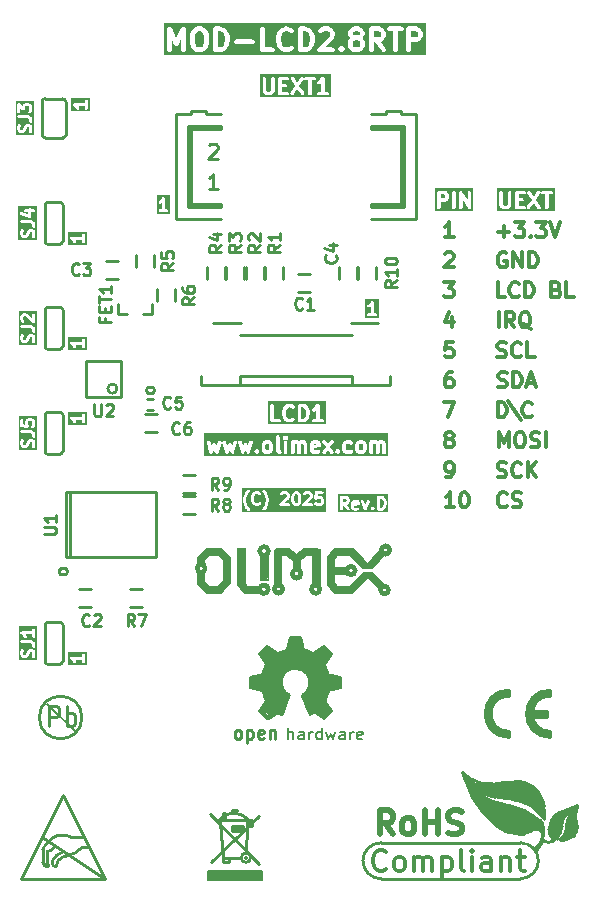
<source format=gbr>
%TF.GenerationSoftware,KiCad,Pcbnew,7.0.9-7.0.9~ubuntu22.04.1*%
%TF.CreationDate,2025-03-11T13:54:10+02:00*%
%TF.ProjectId,MOD-LCD2.8RTP_Rev_D,4d4f442d-4c43-4443-922e-385254505f52,D*%
%TF.SameCoordinates,PX2aea540PY8677d40*%
%TF.FileFunction,Legend,Top*%
%TF.FilePolarity,Positive*%
%FSLAX46Y46*%
G04 Gerber Fmt 4.6, Leading zero omitted, Abs format (unit mm)*
G04 Created by KiCad (PCBNEW 7.0.9-7.0.9~ubuntu22.04.1) date 2025-03-11 13:54:10*
%MOMM*%
%LPD*%
G01*
G04 APERTURE LIST*
%ADD10C,0.317500*%
%ADD11C,0.254000*%
%ADD12C,0.381000*%
%ADD13C,0.350000*%
%ADD14C,0.500000*%
%ADD15C,0.180000*%
%ADD16C,0.508000*%
%ADD17C,0.700000*%
%ADD18C,0.100000*%
%ADD19C,0.400000*%
%ADD20C,0.150000*%
%ADD21C,0.127000*%
%ADD22C,0.228600*%
%ADD23C,0.200000*%
%ADD24C,0.300000*%
%ADD25C,0.370000*%
%ADD26C,0.380000*%
%ADD27C,1.000000*%
%ADD28C,0.420000*%
G04 APERTURE END LIST*
D10*
G36*
X46958345Y68333805D02*
G01*
X42044653Y68333805D01*
X42044653Y68915889D01*
X42226082Y68915889D01*
X42235526Y68880642D01*
X42242842Y68844893D01*
X42303319Y68723941D01*
X42320276Y68704818D01*
X42333055Y68682685D01*
X42393531Y68622208D01*
X42415666Y68609428D01*
X42434790Y68592470D01*
X42555741Y68531994D01*
X42591488Y68524679D01*
X42626737Y68515234D01*
X42868642Y68515234D01*
X42903892Y68524680D01*
X42939637Y68531994D01*
X43060589Y68592469D01*
X43079714Y68609429D01*
X43101847Y68622207D01*
X43153624Y68673984D01*
X43556558Y68673984D01*
X43577826Y68594609D01*
X43635933Y68536502D01*
X43715308Y68515234D01*
X44320070Y68515234D01*
X44399445Y68536502D01*
X44457552Y68594609D01*
X44478820Y68673984D01*
X44476082Y68684201D01*
X44584983Y68684201D01*
X44601099Y68603621D01*
X44655345Y68541896D01*
X44733187Y68515563D01*
X44813767Y68531679D01*
X44875492Y68585925D01*
X45166737Y69022794D01*
X45457983Y68585926D01*
X45519708Y68531679D01*
X45600288Y68515563D01*
X45678130Y68541896D01*
X45732376Y68603622D01*
X45748492Y68684202D01*
X45722159Y68762043D01*
X45357531Y69308984D01*
X45722159Y69855925D01*
X45741766Y69913886D01*
X45754970Y69864609D01*
X45813077Y69806502D01*
X45892452Y69785234D01*
X46096559Y69785234D01*
X46096559Y68673984D01*
X46117827Y68594609D01*
X46175934Y68536502D01*
X46255309Y68515234D01*
X46334684Y68536502D01*
X46392791Y68594609D01*
X46414059Y68673984D01*
X46414059Y69785234D01*
X46618166Y69785234D01*
X46697541Y69806502D01*
X46755648Y69864609D01*
X46776916Y69943984D01*
X46755648Y70023359D01*
X46697541Y70081466D01*
X46618166Y70102734D01*
X45892452Y70102734D01*
X45813077Y70081466D01*
X45754970Y70023359D01*
X45741000Y69971224D01*
X45732376Y70014346D01*
X45678130Y70076072D01*
X45600288Y70102405D01*
X45519708Y70086289D01*
X45457983Y70032042D01*
X45166737Y69595175D01*
X44875492Y70032043D01*
X44813767Y70086289D01*
X44733187Y70102405D01*
X44655345Y70076072D01*
X44601099Y70014347D01*
X44584983Y69933767D01*
X44611316Y69855925D01*
X44975943Y69308984D01*
X44611316Y68762043D01*
X44584983Y68684201D01*
X44476082Y68684201D01*
X44457552Y68753359D01*
X44399445Y68811466D01*
X44320070Y68832734D01*
X43874058Y68832734D01*
X43874058Y69180472D01*
X44138642Y69180472D01*
X44218017Y69201740D01*
X44276124Y69259847D01*
X44297392Y69339222D01*
X44276124Y69418597D01*
X44218017Y69476704D01*
X44138642Y69497972D01*
X43874058Y69497972D01*
X43874058Y69785234D01*
X44320070Y69785234D01*
X44399445Y69806502D01*
X44457552Y69864609D01*
X44478820Y69943984D01*
X44457552Y70023359D01*
X44399445Y70081466D01*
X44320070Y70102734D01*
X43715308Y70102734D01*
X43635933Y70081466D01*
X43577826Y70023359D01*
X43556558Y69943984D01*
X43556558Y68673984D01*
X43153624Y68673984D01*
X43162324Y68682684D01*
X43175103Y68704819D01*
X43192061Y68723942D01*
X43252537Y68844893D01*
X43259852Y68880641D01*
X43269297Y68915889D01*
X43269297Y69943984D01*
X43248029Y70023359D01*
X43189922Y70081466D01*
X43110547Y70102734D01*
X43031172Y70081466D01*
X42973065Y70023359D01*
X42951797Y69943984D01*
X42951797Y68953366D01*
X42919601Y68888974D01*
X42895557Y68864930D01*
X42831167Y68832734D01*
X42664213Y68832734D01*
X42599822Y68864930D01*
X42575778Y68888973D01*
X42543582Y68953366D01*
X42543582Y69943984D01*
X42522314Y70023359D01*
X42464207Y70081466D01*
X42384832Y70102734D01*
X42305457Y70081466D01*
X42247350Y70023359D01*
X42226082Y69943984D01*
X42226082Y68915889D01*
X42044653Y68915889D01*
X42044653Y70284163D01*
X46958345Y70284163D01*
X46958345Y68333805D01*
G37*
G36*
X37615987Y69753038D02*
G01*
X37640030Y69728995D01*
X37672226Y69664604D01*
X37672226Y69558128D01*
X37640030Y69493736D01*
X37615986Y69469692D01*
X37551596Y69437496D01*
X37264011Y69437496D01*
X37264011Y69785234D01*
X37551596Y69785234D01*
X37615987Y69753038D01*
G37*
G36*
X40045917Y68333805D02*
G01*
X36765082Y68333805D01*
X36765082Y68673984D01*
X36946511Y68673984D01*
X36967779Y68594609D01*
X37025886Y68536502D01*
X37105261Y68515234D01*
X37184636Y68536502D01*
X37242743Y68594609D01*
X37264011Y68673984D01*
X38216511Y68673984D01*
X38237779Y68594609D01*
X38295886Y68536502D01*
X38375261Y68515234D01*
X38454636Y68536502D01*
X38512743Y68594609D01*
X38534011Y68673984D01*
X38821273Y68673984D01*
X38842541Y68594609D01*
X38900648Y68536502D01*
X38980023Y68515234D01*
X39059398Y68536502D01*
X39117505Y68594609D01*
X39138773Y68673984D01*
X39138773Y69346201D01*
X39567904Y68595222D01*
X39568161Y68594963D01*
X39568256Y68594609D01*
X39597050Y68565815D01*
X39625751Y68536857D01*
X39626104Y68536761D01*
X39626363Y68536502D01*
X39665660Y68525973D01*
X39705031Y68515235D01*
X39705385Y68515329D01*
X39705738Y68515234D01*
X39745153Y68525796D01*
X39784500Y68536151D01*
X39784758Y68536407D01*
X39785113Y68536502D01*
X39814020Y68565410D01*
X39842865Y68593998D01*
X39842961Y68594351D01*
X39843220Y68594609D01*
X39853764Y68633964D01*
X39864487Y68673278D01*
X39864393Y68673633D01*
X39864488Y68673984D01*
X39864488Y69943984D01*
X39843220Y70023359D01*
X39785113Y70081466D01*
X39705738Y70102734D01*
X39626363Y70081466D01*
X39568256Y70023359D01*
X39546988Y69943984D01*
X39546988Y69271767D01*
X39117857Y70022746D01*
X39117599Y70023006D01*
X39117505Y70023359D01*
X39088710Y70052154D01*
X39060010Y70081111D01*
X39059656Y70081208D01*
X39059398Y70081466D01*
X39020100Y70091996D01*
X38980730Y70102733D01*
X38980375Y70102640D01*
X38980023Y70102734D01*
X38940713Y70092202D01*
X38901261Y70081818D01*
X38901001Y70081561D01*
X38900648Y70081466D01*
X38871853Y70052672D01*
X38842896Y70023971D01*
X38842799Y70023618D01*
X38842541Y70023359D01*
X38832011Y69984062D01*
X38821274Y69944691D01*
X38821367Y69944337D01*
X38821273Y69943984D01*
X38821273Y68673984D01*
X38534011Y68673984D01*
X38534011Y69943984D01*
X38512743Y70023359D01*
X38454636Y70081466D01*
X38375261Y70102734D01*
X38295886Y70081466D01*
X38237779Y70023359D01*
X38216511Y69943984D01*
X38216511Y68673984D01*
X37264011Y68673984D01*
X37264011Y69119996D01*
X37589071Y69119996D01*
X37624321Y69129442D01*
X37660066Y69136756D01*
X37781018Y69197231D01*
X37800143Y69214191D01*
X37822276Y69226969D01*
X37882753Y69287446D01*
X37895532Y69309581D01*
X37912490Y69328704D01*
X37972966Y69449655D01*
X37980281Y69485403D01*
X37989726Y69520651D01*
X37989726Y69702080D01*
X37980281Y69737329D01*
X37972966Y69773076D01*
X37912490Y69894027D01*
X37895532Y69913151D01*
X37882752Y69935286D01*
X37822275Y69995762D01*
X37800143Y70008540D01*
X37781018Y70025499D01*
X37660066Y70085974D01*
X37624321Y70093289D01*
X37589071Y70102734D01*
X37105261Y70102734D01*
X37025886Y70081466D01*
X36967779Y70023359D01*
X36946511Y69943984D01*
X36946511Y68673984D01*
X36765082Y68673984D01*
X36765082Y70284163D01*
X40045917Y70284163D01*
X40045917Y68333805D01*
G37*
X42874690Y43394937D02*
X42814214Y43334460D01*
X42814214Y43334460D02*
X42632785Y43273984D01*
X42632785Y43273984D02*
X42511833Y43273984D01*
X42511833Y43273984D02*
X42330404Y43334460D01*
X42330404Y43334460D02*
X42209452Y43455413D01*
X42209452Y43455413D02*
X42148975Y43576365D01*
X42148975Y43576365D02*
X42088499Y43818270D01*
X42088499Y43818270D02*
X42088499Y43999699D01*
X42088499Y43999699D02*
X42148975Y44241603D01*
X42148975Y44241603D02*
X42209452Y44362556D01*
X42209452Y44362556D02*
X42330404Y44483508D01*
X42330404Y44483508D02*
X42511833Y44543984D01*
X42511833Y44543984D02*
X42632785Y44543984D01*
X42632785Y44543984D02*
X42814214Y44483508D01*
X42814214Y44483508D02*
X42874690Y44423032D01*
X43358499Y43334460D02*
X43539928Y43273984D01*
X43539928Y43273984D02*
X43842309Y43273984D01*
X43842309Y43273984D02*
X43963261Y43334460D01*
X43963261Y43334460D02*
X44023737Y43394937D01*
X44023737Y43394937D02*
X44084214Y43515889D01*
X44084214Y43515889D02*
X44084214Y43636841D01*
X44084214Y43636841D02*
X44023737Y43757794D01*
X44023737Y43757794D02*
X43963261Y43818270D01*
X43963261Y43818270D02*
X43842309Y43878746D01*
X43842309Y43878746D02*
X43600404Y43939222D01*
X43600404Y43939222D02*
X43479452Y43999699D01*
X43479452Y43999699D02*
X43418975Y44060175D01*
X43418975Y44060175D02*
X43358499Y44181127D01*
X43358499Y44181127D02*
X43358499Y44302080D01*
X43358499Y44302080D02*
X43418975Y44423032D01*
X43418975Y44423032D02*
X43479452Y44483508D01*
X43479452Y44483508D02*
X43600404Y44543984D01*
X43600404Y44543984D02*
X43902785Y44543984D01*
X43902785Y44543984D02*
X44084214Y44483508D01*
X38429690Y43273984D02*
X37703975Y43273984D01*
X38066832Y43273984D02*
X38066832Y44543984D01*
X38066832Y44543984D02*
X37945880Y44362556D01*
X37945880Y44362556D02*
X37824928Y44241603D01*
X37824928Y44241603D02*
X37703975Y44181127D01*
X39215880Y44543984D02*
X39336833Y44543984D01*
X39336833Y44543984D02*
X39457785Y44483508D01*
X39457785Y44483508D02*
X39518261Y44423032D01*
X39518261Y44423032D02*
X39578737Y44302080D01*
X39578737Y44302080D02*
X39639214Y44060175D01*
X39639214Y44060175D02*
X39639214Y43757794D01*
X39639214Y43757794D02*
X39578737Y43515889D01*
X39578737Y43515889D02*
X39518261Y43394937D01*
X39518261Y43394937D02*
X39457785Y43334460D01*
X39457785Y43334460D02*
X39336833Y43273984D01*
X39336833Y43273984D02*
X39215880Y43273984D01*
X39215880Y43273984D02*
X39094928Y43334460D01*
X39094928Y43334460D02*
X39034452Y43394937D01*
X39034452Y43394937D02*
X38973975Y43515889D01*
X38973975Y43515889D02*
X38913499Y43757794D01*
X38913499Y43757794D02*
X38913499Y44060175D01*
X38913499Y44060175D02*
X38973975Y44302080D01*
X38973975Y44302080D02*
X39034452Y44423032D01*
X39034452Y44423032D02*
X39094928Y44483508D01*
X39094928Y44483508D02*
X39215880Y44543984D01*
X42088499Y45874460D02*
X42269928Y45813984D01*
X42269928Y45813984D02*
X42572309Y45813984D01*
X42572309Y45813984D02*
X42693261Y45874460D01*
X42693261Y45874460D02*
X42753737Y45934937D01*
X42753737Y45934937D02*
X42814214Y46055889D01*
X42814214Y46055889D02*
X42814214Y46176841D01*
X42814214Y46176841D02*
X42753737Y46297794D01*
X42753737Y46297794D02*
X42693261Y46358270D01*
X42693261Y46358270D02*
X42572309Y46418746D01*
X42572309Y46418746D02*
X42330404Y46479222D01*
X42330404Y46479222D02*
X42209452Y46539699D01*
X42209452Y46539699D02*
X42148975Y46600175D01*
X42148975Y46600175D02*
X42088499Y46721127D01*
X42088499Y46721127D02*
X42088499Y46842080D01*
X42088499Y46842080D02*
X42148975Y46963032D01*
X42148975Y46963032D02*
X42209452Y47023508D01*
X42209452Y47023508D02*
X42330404Y47083984D01*
X42330404Y47083984D02*
X42632785Y47083984D01*
X42632785Y47083984D02*
X42814214Y47023508D01*
X44084214Y45934937D02*
X44023738Y45874460D01*
X44023738Y45874460D02*
X43842309Y45813984D01*
X43842309Y45813984D02*
X43721357Y45813984D01*
X43721357Y45813984D02*
X43539928Y45874460D01*
X43539928Y45874460D02*
X43418976Y45995413D01*
X43418976Y45995413D02*
X43358499Y46116365D01*
X43358499Y46116365D02*
X43298023Y46358270D01*
X43298023Y46358270D02*
X43298023Y46539699D01*
X43298023Y46539699D02*
X43358499Y46781603D01*
X43358499Y46781603D02*
X43418976Y46902556D01*
X43418976Y46902556D02*
X43539928Y47023508D01*
X43539928Y47023508D02*
X43721357Y47083984D01*
X43721357Y47083984D02*
X43842309Y47083984D01*
X43842309Y47083984D02*
X44023738Y47023508D01*
X44023738Y47023508D02*
X44084214Y46963032D01*
X44628499Y45813984D02*
X44628499Y47083984D01*
X45354214Y45813984D02*
X44809928Y46539699D01*
X45354214Y47083984D02*
X44628499Y46358270D01*
X37764452Y45813984D02*
X38006356Y45813984D01*
X38006356Y45813984D02*
X38127309Y45874460D01*
X38127309Y45874460D02*
X38187785Y45934937D01*
X38187785Y45934937D02*
X38308737Y46116365D01*
X38308737Y46116365D02*
X38369214Y46358270D01*
X38369214Y46358270D02*
X38369214Y46842080D01*
X38369214Y46842080D02*
X38308737Y46963032D01*
X38308737Y46963032D02*
X38248261Y47023508D01*
X38248261Y47023508D02*
X38127309Y47083984D01*
X38127309Y47083984D02*
X37885404Y47083984D01*
X37885404Y47083984D02*
X37764452Y47023508D01*
X37764452Y47023508D02*
X37703975Y46963032D01*
X37703975Y46963032D02*
X37643499Y46842080D01*
X37643499Y46842080D02*
X37643499Y46539699D01*
X37643499Y46539699D02*
X37703975Y46418746D01*
X37703975Y46418746D02*
X37764452Y46358270D01*
X37764452Y46358270D02*
X37885404Y46297794D01*
X37885404Y46297794D02*
X38127309Y46297794D01*
X38127309Y46297794D02*
X38248261Y46358270D01*
X38248261Y46358270D02*
X38308737Y46418746D01*
X38308737Y46418746D02*
X38369214Y46539699D01*
X42191308Y48353984D02*
X42191308Y49623984D01*
X42191308Y49623984D02*
X42614642Y48716841D01*
X42614642Y48716841D02*
X43037975Y49623984D01*
X43037975Y49623984D02*
X43037975Y48353984D01*
X43884642Y49623984D02*
X44126547Y49623984D01*
X44126547Y49623984D02*
X44247499Y49563508D01*
X44247499Y49563508D02*
X44368452Y49442556D01*
X44368452Y49442556D02*
X44428928Y49200651D01*
X44428928Y49200651D02*
X44428928Y48777318D01*
X44428928Y48777318D02*
X44368452Y48535413D01*
X44368452Y48535413D02*
X44247499Y48414460D01*
X44247499Y48414460D02*
X44126547Y48353984D01*
X44126547Y48353984D02*
X43884642Y48353984D01*
X43884642Y48353984D02*
X43763690Y48414460D01*
X43763690Y48414460D02*
X43642737Y48535413D01*
X43642737Y48535413D02*
X43582261Y48777318D01*
X43582261Y48777318D02*
X43582261Y49200651D01*
X43582261Y49200651D02*
X43642737Y49442556D01*
X43642737Y49442556D02*
X43763690Y49563508D01*
X43763690Y49563508D02*
X43884642Y49623984D01*
X44912737Y48414460D02*
X45094166Y48353984D01*
X45094166Y48353984D02*
X45396547Y48353984D01*
X45396547Y48353984D02*
X45517499Y48414460D01*
X45517499Y48414460D02*
X45577975Y48474937D01*
X45577975Y48474937D02*
X45638452Y48595889D01*
X45638452Y48595889D02*
X45638452Y48716841D01*
X45638452Y48716841D02*
X45577975Y48837794D01*
X45577975Y48837794D02*
X45517499Y48898270D01*
X45517499Y48898270D02*
X45396547Y48958746D01*
X45396547Y48958746D02*
X45154642Y49019222D01*
X45154642Y49019222D02*
X45033690Y49079699D01*
X45033690Y49079699D02*
X44973213Y49140175D01*
X44973213Y49140175D02*
X44912737Y49261127D01*
X44912737Y49261127D02*
X44912737Y49382080D01*
X44912737Y49382080D02*
X44973213Y49503032D01*
X44973213Y49503032D02*
X45033690Y49563508D01*
X45033690Y49563508D02*
X45154642Y49623984D01*
X45154642Y49623984D02*
X45457023Y49623984D01*
X45457023Y49623984D02*
X45638452Y49563508D01*
X46182737Y48353984D02*
X46182737Y49623984D01*
X37885404Y49079699D02*
X37764452Y49140175D01*
X37764452Y49140175D02*
X37703975Y49200651D01*
X37703975Y49200651D02*
X37643499Y49321603D01*
X37643499Y49321603D02*
X37643499Y49382080D01*
X37643499Y49382080D02*
X37703975Y49503032D01*
X37703975Y49503032D02*
X37764452Y49563508D01*
X37764452Y49563508D02*
X37885404Y49623984D01*
X37885404Y49623984D02*
X38127309Y49623984D01*
X38127309Y49623984D02*
X38248261Y49563508D01*
X38248261Y49563508D02*
X38308737Y49503032D01*
X38308737Y49503032D02*
X38369214Y49382080D01*
X38369214Y49382080D02*
X38369214Y49321603D01*
X38369214Y49321603D02*
X38308737Y49200651D01*
X38308737Y49200651D02*
X38248261Y49140175D01*
X38248261Y49140175D02*
X38127309Y49079699D01*
X38127309Y49079699D02*
X37885404Y49079699D01*
X37885404Y49079699D02*
X37764452Y49019222D01*
X37764452Y49019222D02*
X37703975Y48958746D01*
X37703975Y48958746D02*
X37643499Y48837794D01*
X37643499Y48837794D02*
X37643499Y48595889D01*
X37643499Y48595889D02*
X37703975Y48474937D01*
X37703975Y48474937D02*
X37764452Y48414460D01*
X37764452Y48414460D02*
X37885404Y48353984D01*
X37885404Y48353984D02*
X38127309Y48353984D01*
X38127309Y48353984D02*
X38248261Y48414460D01*
X38248261Y48414460D02*
X38308737Y48474937D01*
X38308737Y48474937D02*
X38369214Y48595889D01*
X38369214Y48595889D02*
X38369214Y48837794D01*
X38369214Y48837794D02*
X38308737Y48958746D01*
X38308737Y48958746D02*
X38248261Y49019222D01*
X38248261Y49019222D02*
X38127309Y49079699D01*
X42130832Y50893984D02*
X42130832Y52163984D01*
X42130832Y52163984D02*
X42433213Y52163984D01*
X42433213Y52163984D02*
X42614642Y52103508D01*
X42614642Y52103508D02*
X42735594Y51982556D01*
X42735594Y51982556D02*
X42796071Y51861603D01*
X42796071Y51861603D02*
X42856547Y51619699D01*
X42856547Y51619699D02*
X42856547Y51438270D01*
X42856547Y51438270D02*
X42796071Y51196365D01*
X42796071Y51196365D02*
X42735594Y51075413D01*
X42735594Y51075413D02*
X42614642Y50954460D01*
X42614642Y50954460D02*
X42433213Y50893984D01*
X42433213Y50893984D02*
X42130832Y50893984D01*
X42977499Y52284937D02*
X44066071Y50652080D01*
X44973214Y51014937D02*
X44912738Y50954460D01*
X44912738Y50954460D02*
X44731309Y50893984D01*
X44731309Y50893984D02*
X44610357Y50893984D01*
X44610357Y50893984D02*
X44428928Y50954460D01*
X44428928Y50954460D02*
X44307976Y51075413D01*
X44307976Y51075413D02*
X44247499Y51196365D01*
X44247499Y51196365D02*
X44187023Y51438270D01*
X44187023Y51438270D02*
X44187023Y51619699D01*
X44187023Y51619699D02*
X44247499Y51861603D01*
X44247499Y51861603D02*
X44307976Y51982556D01*
X44307976Y51982556D02*
X44428928Y52103508D01*
X44428928Y52103508D02*
X44610357Y52163984D01*
X44610357Y52163984D02*
X44731309Y52163984D01*
X44731309Y52163984D02*
X44912738Y52103508D01*
X44912738Y52103508D02*
X44973214Y52043032D01*
X37583023Y52163984D02*
X38429690Y52163984D01*
X38429690Y52163984D02*
X37885404Y50893984D01*
X42142928Y53494460D02*
X42324357Y53433984D01*
X42324357Y53433984D02*
X42626738Y53433984D01*
X42626738Y53433984D02*
X42747690Y53494460D01*
X42747690Y53494460D02*
X42808166Y53554937D01*
X42808166Y53554937D02*
X42868643Y53675889D01*
X42868643Y53675889D02*
X42868643Y53796841D01*
X42868643Y53796841D02*
X42808166Y53917794D01*
X42808166Y53917794D02*
X42747690Y53978270D01*
X42747690Y53978270D02*
X42626738Y54038746D01*
X42626738Y54038746D02*
X42384833Y54099222D01*
X42384833Y54099222D02*
X42263881Y54159699D01*
X42263881Y54159699D02*
X42203404Y54220175D01*
X42203404Y54220175D02*
X42142928Y54341127D01*
X42142928Y54341127D02*
X42142928Y54462080D01*
X42142928Y54462080D02*
X42203404Y54583032D01*
X42203404Y54583032D02*
X42263881Y54643508D01*
X42263881Y54643508D02*
X42384833Y54703984D01*
X42384833Y54703984D02*
X42687214Y54703984D01*
X42687214Y54703984D02*
X42868643Y54643508D01*
X43412928Y53433984D02*
X43412928Y54703984D01*
X43412928Y54703984D02*
X43715309Y54703984D01*
X43715309Y54703984D02*
X43896738Y54643508D01*
X43896738Y54643508D02*
X44017690Y54522556D01*
X44017690Y54522556D02*
X44078167Y54401603D01*
X44078167Y54401603D02*
X44138643Y54159699D01*
X44138643Y54159699D02*
X44138643Y53978270D01*
X44138643Y53978270D02*
X44078167Y53736365D01*
X44078167Y53736365D02*
X44017690Y53615413D01*
X44017690Y53615413D02*
X43896738Y53494460D01*
X43896738Y53494460D02*
X43715309Y53433984D01*
X43715309Y53433984D02*
X43412928Y53433984D01*
X44622452Y53796841D02*
X45227214Y53796841D01*
X44501500Y53433984D02*
X44924833Y54703984D01*
X44924833Y54703984D02*
X45348167Y53433984D01*
X38248261Y54703984D02*
X38006356Y54703984D01*
X38006356Y54703984D02*
X37885404Y54643508D01*
X37885404Y54643508D02*
X37824928Y54583032D01*
X37824928Y54583032D02*
X37703975Y54401603D01*
X37703975Y54401603D02*
X37643499Y54159699D01*
X37643499Y54159699D02*
X37643499Y53675889D01*
X37643499Y53675889D02*
X37703975Y53554937D01*
X37703975Y53554937D02*
X37764452Y53494460D01*
X37764452Y53494460D02*
X37885404Y53433984D01*
X37885404Y53433984D02*
X38127309Y53433984D01*
X38127309Y53433984D02*
X38248261Y53494460D01*
X38248261Y53494460D02*
X38308737Y53554937D01*
X38308737Y53554937D02*
X38369214Y53675889D01*
X38369214Y53675889D02*
X38369214Y53978270D01*
X38369214Y53978270D02*
X38308737Y54099222D01*
X38308737Y54099222D02*
X38248261Y54159699D01*
X38248261Y54159699D02*
X38127309Y54220175D01*
X38127309Y54220175D02*
X37885404Y54220175D01*
X37885404Y54220175D02*
X37764452Y54159699D01*
X37764452Y54159699D02*
X37703975Y54099222D01*
X37703975Y54099222D02*
X37643499Y53978270D01*
X42076404Y56034460D02*
X42257833Y55973984D01*
X42257833Y55973984D02*
X42560214Y55973984D01*
X42560214Y55973984D02*
X42681166Y56034460D01*
X42681166Y56034460D02*
X42741642Y56094937D01*
X42741642Y56094937D02*
X42802119Y56215889D01*
X42802119Y56215889D02*
X42802119Y56336841D01*
X42802119Y56336841D02*
X42741642Y56457794D01*
X42741642Y56457794D02*
X42681166Y56518270D01*
X42681166Y56518270D02*
X42560214Y56578746D01*
X42560214Y56578746D02*
X42318309Y56639222D01*
X42318309Y56639222D02*
X42197357Y56699699D01*
X42197357Y56699699D02*
X42136880Y56760175D01*
X42136880Y56760175D02*
X42076404Y56881127D01*
X42076404Y56881127D02*
X42076404Y57002080D01*
X42076404Y57002080D02*
X42136880Y57123032D01*
X42136880Y57123032D02*
X42197357Y57183508D01*
X42197357Y57183508D02*
X42318309Y57243984D01*
X42318309Y57243984D02*
X42620690Y57243984D01*
X42620690Y57243984D02*
X42802119Y57183508D01*
X44072119Y56094937D02*
X44011643Y56034460D01*
X44011643Y56034460D02*
X43830214Y55973984D01*
X43830214Y55973984D02*
X43709262Y55973984D01*
X43709262Y55973984D02*
X43527833Y56034460D01*
X43527833Y56034460D02*
X43406881Y56155413D01*
X43406881Y56155413D02*
X43346404Y56276365D01*
X43346404Y56276365D02*
X43285928Y56518270D01*
X43285928Y56518270D02*
X43285928Y56699699D01*
X43285928Y56699699D02*
X43346404Y56941603D01*
X43346404Y56941603D02*
X43406881Y57062556D01*
X43406881Y57062556D02*
X43527833Y57183508D01*
X43527833Y57183508D02*
X43709262Y57243984D01*
X43709262Y57243984D02*
X43830214Y57243984D01*
X43830214Y57243984D02*
X44011643Y57183508D01*
X44011643Y57183508D02*
X44072119Y57123032D01*
X45221166Y55973984D02*
X44616404Y55973984D01*
X44616404Y55973984D02*
X44616404Y57243984D01*
X38308737Y57243984D02*
X37703975Y57243984D01*
X37703975Y57243984D02*
X37643499Y56639222D01*
X37643499Y56639222D02*
X37703975Y56699699D01*
X37703975Y56699699D02*
X37824928Y56760175D01*
X37824928Y56760175D02*
X38127309Y56760175D01*
X38127309Y56760175D02*
X38248261Y56699699D01*
X38248261Y56699699D02*
X38308737Y56639222D01*
X38308737Y56639222D02*
X38369214Y56518270D01*
X38369214Y56518270D02*
X38369214Y56215889D01*
X38369214Y56215889D02*
X38308737Y56094937D01*
X38308737Y56094937D02*
X38248261Y56034460D01*
X38248261Y56034460D02*
X38127309Y55973984D01*
X38127309Y55973984D02*
X37824928Y55973984D01*
X37824928Y55973984D02*
X37703975Y56034460D01*
X37703975Y56034460D02*
X37643499Y56094937D01*
X42185261Y58513984D02*
X42185261Y59783984D01*
X43515738Y58513984D02*
X43092404Y59118746D01*
X42790023Y58513984D02*
X42790023Y59783984D01*
X42790023Y59783984D02*
X43273833Y59783984D01*
X43273833Y59783984D02*
X43394785Y59723508D01*
X43394785Y59723508D02*
X43455262Y59663032D01*
X43455262Y59663032D02*
X43515738Y59542080D01*
X43515738Y59542080D02*
X43515738Y59360651D01*
X43515738Y59360651D02*
X43455262Y59239699D01*
X43455262Y59239699D02*
X43394785Y59179222D01*
X43394785Y59179222D02*
X43273833Y59118746D01*
X43273833Y59118746D02*
X42790023Y59118746D01*
X44906690Y58393032D02*
X44785738Y58453508D01*
X44785738Y58453508D02*
X44664785Y58574460D01*
X44664785Y58574460D02*
X44483357Y58755889D01*
X44483357Y58755889D02*
X44362404Y58816365D01*
X44362404Y58816365D02*
X44241452Y58816365D01*
X44301928Y58513984D02*
X44180976Y58574460D01*
X44180976Y58574460D02*
X44060023Y58695413D01*
X44060023Y58695413D02*
X43999547Y58937318D01*
X43999547Y58937318D02*
X43999547Y59360651D01*
X43999547Y59360651D02*
X44060023Y59602556D01*
X44060023Y59602556D02*
X44180976Y59723508D01*
X44180976Y59723508D02*
X44301928Y59783984D01*
X44301928Y59783984D02*
X44543833Y59783984D01*
X44543833Y59783984D02*
X44664785Y59723508D01*
X44664785Y59723508D02*
X44785738Y59602556D01*
X44785738Y59602556D02*
X44846214Y59360651D01*
X44846214Y59360651D02*
X44846214Y58937318D01*
X44846214Y58937318D02*
X44785738Y58695413D01*
X44785738Y58695413D02*
X44664785Y58574460D01*
X44664785Y58574460D02*
X44543833Y58513984D01*
X44543833Y58513984D02*
X44301928Y58513984D01*
X38248261Y59360651D02*
X38248261Y58513984D01*
X37945880Y59844460D02*
X37643499Y58937318D01*
X37643499Y58937318D02*
X38429690Y58937318D01*
X42717452Y61053984D02*
X42112690Y61053984D01*
X42112690Y61053984D02*
X42112690Y62323984D01*
X43866500Y61174937D02*
X43806024Y61114460D01*
X43806024Y61114460D02*
X43624595Y61053984D01*
X43624595Y61053984D02*
X43503643Y61053984D01*
X43503643Y61053984D02*
X43322214Y61114460D01*
X43322214Y61114460D02*
X43201262Y61235413D01*
X43201262Y61235413D02*
X43140785Y61356365D01*
X43140785Y61356365D02*
X43080309Y61598270D01*
X43080309Y61598270D02*
X43080309Y61779699D01*
X43080309Y61779699D02*
X43140785Y62021603D01*
X43140785Y62021603D02*
X43201262Y62142556D01*
X43201262Y62142556D02*
X43322214Y62263508D01*
X43322214Y62263508D02*
X43503643Y62323984D01*
X43503643Y62323984D02*
X43624595Y62323984D01*
X43624595Y62323984D02*
X43806024Y62263508D01*
X43806024Y62263508D02*
X43866500Y62203032D01*
X44410785Y61053984D02*
X44410785Y62323984D01*
X44410785Y62323984D02*
X44713166Y62323984D01*
X44713166Y62323984D02*
X44894595Y62263508D01*
X44894595Y62263508D02*
X45015547Y62142556D01*
X45015547Y62142556D02*
X45076024Y62021603D01*
X45076024Y62021603D02*
X45136500Y61779699D01*
X45136500Y61779699D02*
X45136500Y61598270D01*
X45136500Y61598270D02*
X45076024Y61356365D01*
X45076024Y61356365D02*
X45015547Y61235413D01*
X45015547Y61235413D02*
X44894595Y61114460D01*
X44894595Y61114460D02*
X44713166Y61053984D01*
X44713166Y61053984D02*
X44410785Y61053984D01*
X47071738Y61719222D02*
X47253166Y61658746D01*
X47253166Y61658746D02*
X47313643Y61598270D01*
X47313643Y61598270D02*
X47374119Y61477318D01*
X47374119Y61477318D02*
X47374119Y61295889D01*
X47374119Y61295889D02*
X47313643Y61174937D01*
X47313643Y61174937D02*
X47253166Y61114460D01*
X47253166Y61114460D02*
X47132214Y61053984D01*
X47132214Y61053984D02*
X46648404Y61053984D01*
X46648404Y61053984D02*
X46648404Y62323984D01*
X46648404Y62323984D02*
X47071738Y62323984D01*
X47071738Y62323984D02*
X47192690Y62263508D01*
X47192690Y62263508D02*
X47253166Y62203032D01*
X47253166Y62203032D02*
X47313643Y62082080D01*
X47313643Y62082080D02*
X47313643Y61961127D01*
X47313643Y61961127D02*
X47253166Y61840175D01*
X47253166Y61840175D02*
X47192690Y61779699D01*
X47192690Y61779699D02*
X47071738Y61719222D01*
X47071738Y61719222D02*
X46648404Y61719222D01*
X48523166Y61053984D02*
X47918404Y61053984D01*
X47918404Y61053984D02*
X47918404Y62323984D01*
X37583023Y62323984D02*
X38369214Y62323984D01*
X38369214Y62323984D02*
X37945880Y61840175D01*
X37945880Y61840175D02*
X38127309Y61840175D01*
X38127309Y61840175D02*
X38248261Y61779699D01*
X38248261Y61779699D02*
X38308737Y61719222D01*
X38308737Y61719222D02*
X38369214Y61598270D01*
X38369214Y61598270D02*
X38369214Y61295889D01*
X38369214Y61295889D02*
X38308737Y61174937D01*
X38308737Y61174937D02*
X38248261Y61114460D01*
X38248261Y61114460D02*
X38127309Y61053984D01*
X38127309Y61053984D02*
X37764452Y61053984D01*
X37764452Y61053984D02*
X37643499Y61114460D01*
X37643499Y61114460D02*
X37583023Y61174937D01*
X42820262Y64803508D02*
X42699309Y64863984D01*
X42699309Y64863984D02*
X42517881Y64863984D01*
X42517881Y64863984D02*
X42336452Y64803508D01*
X42336452Y64803508D02*
X42215500Y64682556D01*
X42215500Y64682556D02*
X42155023Y64561603D01*
X42155023Y64561603D02*
X42094547Y64319699D01*
X42094547Y64319699D02*
X42094547Y64138270D01*
X42094547Y64138270D02*
X42155023Y63896365D01*
X42155023Y63896365D02*
X42215500Y63775413D01*
X42215500Y63775413D02*
X42336452Y63654460D01*
X42336452Y63654460D02*
X42517881Y63593984D01*
X42517881Y63593984D02*
X42638833Y63593984D01*
X42638833Y63593984D02*
X42820262Y63654460D01*
X42820262Y63654460D02*
X42880738Y63714937D01*
X42880738Y63714937D02*
X42880738Y64138270D01*
X42880738Y64138270D02*
X42638833Y64138270D01*
X43425023Y63593984D02*
X43425023Y64863984D01*
X43425023Y64863984D02*
X44150738Y63593984D01*
X44150738Y63593984D02*
X44150738Y64863984D01*
X44755499Y63593984D02*
X44755499Y64863984D01*
X44755499Y64863984D02*
X45057880Y64863984D01*
X45057880Y64863984D02*
X45239309Y64803508D01*
X45239309Y64803508D02*
X45360261Y64682556D01*
X45360261Y64682556D02*
X45420738Y64561603D01*
X45420738Y64561603D02*
X45481214Y64319699D01*
X45481214Y64319699D02*
X45481214Y64138270D01*
X45481214Y64138270D02*
X45420738Y63896365D01*
X45420738Y63896365D02*
X45360261Y63775413D01*
X45360261Y63775413D02*
X45239309Y63654460D01*
X45239309Y63654460D02*
X45057880Y63593984D01*
X45057880Y63593984D02*
X44755499Y63593984D01*
X37643499Y64743032D02*
X37703975Y64803508D01*
X37703975Y64803508D02*
X37824928Y64863984D01*
X37824928Y64863984D02*
X38127309Y64863984D01*
X38127309Y64863984D02*
X38248261Y64803508D01*
X38248261Y64803508D02*
X38308737Y64743032D01*
X38308737Y64743032D02*
X38369214Y64622080D01*
X38369214Y64622080D02*
X38369214Y64501127D01*
X38369214Y64501127D02*
X38308737Y64319699D01*
X38308737Y64319699D02*
X37583023Y63593984D01*
X37583023Y63593984D02*
X38369214Y63593984D01*
X42118737Y66617794D02*
X43086357Y66617794D01*
X42602547Y66133984D02*
X42602547Y67101603D01*
X43570166Y67403984D02*
X44356357Y67403984D01*
X44356357Y67403984D02*
X43933023Y66920175D01*
X43933023Y66920175D02*
X44114452Y66920175D01*
X44114452Y66920175D02*
X44235404Y66859699D01*
X44235404Y66859699D02*
X44295880Y66799222D01*
X44295880Y66799222D02*
X44356357Y66678270D01*
X44356357Y66678270D02*
X44356357Y66375889D01*
X44356357Y66375889D02*
X44295880Y66254937D01*
X44295880Y66254937D02*
X44235404Y66194460D01*
X44235404Y66194460D02*
X44114452Y66133984D01*
X44114452Y66133984D02*
X43751595Y66133984D01*
X43751595Y66133984D02*
X43630642Y66194460D01*
X43630642Y66194460D02*
X43570166Y66254937D01*
X44900642Y66254937D02*
X44961119Y66194460D01*
X44961119Y66194460D02*
X44900642Y66133984D01*
X44900642Y66133984D02*
X44840166Y66194460D01*
X44840166Y66194460D02*
X44900642Y66254937D01*
X44900642Y66254937D02*
X44900642Y66133984D01*
X45384452Y67403984D02*
X46170643Y67403984D01*
X46170643Y67403984D02*
X45747309Y66920175D01*
X45747309Y66920175D02*
X45928738Y66920175D01*
X45928738Y66920175D02*
X46049690Y66859699D01*
X46049690Y66859699D02*
X46110166Y66799222D01*
X46110166Y66799222D02*
X46170643Y66678270D01*
X46170643Y66678270D02*
X46170643Y66375889D01*
X46170643Y66375889D02*
X46110166Y66254937D01*
X46110166Y66254937D02*
X46049690Y66194460D01*
X46049690Y66194460D02*
X45928738Y66133984D01*
X45928738Y66133984D02*
X45565881Y66133984D01*
X45565881Y66133984D02*
X45444928Y66194460D01*
X45444928Y66194460D02*
X45384452Y66254937D01*
X46533500Y67403984D02*
X46956833Y66133984D01*
X46956833Y66133984D02*
X47380167Y67403984D01*
X38369214Y66133984D02*
X37643499Y66133984D01*
X38006356Y66133984D02*
X38006356Y67403984D01*
X38006356Y67403984D02*
X37885404Y67222556D01*
X37885404Y67222556D02*
X37764452Y67101603D01*
X37764452Y67101603D02*
X37643499Y67041127D01*
D11*
G36*
X7544955Y76810651D02*
G01*
X5985676Y76810651D01*
X5985676Y77357042D01*
X6130819Y77357042D01*
X6131262Y77356026D01*
X6131105Y77354927D01*
X6145539Y77323319D01*
X6159448Y77291458D01*
X6160535Y77290484D01*
X6160832Y77289834D01*
X6162343Y77288863D01*
X6186365Y77267331D01*
X6321041Y77177547D01*
X6394342Y77104247D01*
X6433506Y77025919D01*
X6482244Y76973523D01*
X6551573Y76955794D01*
X6619482Y76978362D01*
X6664408Y77034061D01*
X6672091Y77105208D01*
X6660690Y77139511D01*
X6612309Y77236273D01*
X6610688Y77238016D01*
X6610182Y77240342D01*
X6605946Y77246001D01*
X7145812Y77246001D01*
X7145812Y77082715D01*
X7165973Y77014054D01*
X7220054Y76967192D01*
X7290886Y76957008D01*
X7355979Y76986735D01*
X7394668Y77046935D01*
X7399812Y77082715D01*
X7399812Y77663287D01*
X7379651Y77731948D01*
X7325570Y77778810D01*
X7254738Y77788994D01*
X7189645Y77759267D01*
X7150956Y77699067D01*
X7145812Y77663287D01*
X7145812Y77500001D01*
X6256812Y77500001D01*
X6223471Y77490212D01*
X6189956Y77480979D01*
X6189215Y77480153D01*
X6188151Y77479840D01*
X6165382Y77453564D01*
X6142192Y77427692D01*
X6142015Y77426598D01*
X6141289Y77425759D01*
X6136341Y77391350D01*
X6130819Y77357042D01*
X5985676Y77357042D01*
X5985676Y77934137D01*
X7544955Y77934137D01*
X7544955Y76810651D01*
G37*
G36*
X7290955Y29947651D02*
G01*
X5731676Y29947651D01*
X5731676Y30494042D01*
X5876819Y30494042D01*
X5877262Y30493026D01*
X5877105Y30491927D01*
X5891539Y30460319D01*
X5905448Y30428458D01*
X5906535Y30427484D01*
X5906832Y30426834D01*
X5908343Y30425863D01*
X5932365Y30404331D01*
X6067041Y30314547D01*
X6140342Y30241247D01*
X6179506Y30162919D01*
X6228244Y30110523D01*
X6297573Y30092794D01*
X6365482Y30115362D01*
X6410408Y30171061D01*
X6418091Y30242208D01*
X6406690Y30276511D01*
X6358309Y30373273D01*
X6356688Y30375016D01*
X6356182Y30377342D01*
X6351946Y30383001D01*
X6891812Y30383001D01*
X6891812Y30219715D01*
X6911973Y30151054D01*
X6966054Y30104192D01*
X7036886Y30094008D01*
X7101979Y30123735D01*
X7140668Y30183935D01*
X7145812Y30219715D01*
X7145812Y30800287D01*
X7125651Y30868948D01*
X7071570Y30915810D01*
X7000738Y30925994D01*
X6935645Y30896267D01*
X6896956Y30836067D01*
X6891812Y30800287D01*
X6891812Y30637001D01*
X6002812Y30637001D01*
X5969471Y30627212D01*
X5935956Y30617979D01*
X5935215Y30617153D01*
X5934151Y30616840D01*
X5911382Y30590564D01*
X5888192Y30564692D01*
X5888015Y30563598D01*
X5887289Y30562759D01*
X5882341Y30528350D01*
X5876819Y30494042D01*
X5731676Y30494042D01*
X5731676Y31071137D01*
X7290955Y31071137D01*
X7290955Y29947651D01*
G37*
G36*
X7290955Y50267651D02*
G01*
X5731676Y50267651D01*
X5731676Y50814042D01*
X5876819Y50814042D01*
X5877262Y50813026D01*
X5877105Y50811927D01*
X5891539Y50780319D01*
X5905448Y50748458D01*
X5906535Y50747484D01*
X5906832Y50746834D01*
X5908343Y50745863D01*
X5932365Y50724331D01*
X6067041Y50634547D01*
X6140342Y50561247D01*
X6179506Y50482919D01*
X6228244Y50430523D01*
X6297573Y50412794D01*
X6365482Y50435362D01*
X6410408Y50491061D01*
X6418091Y50562208D01*
X6406690Y50596511D01*
X6358309Y50693273D01*
X6356688Y50695016D01*
X6356182Y50697342D01*
X6351946Y50703001D01*
X6891812Y50703001D01*
X6891812Y50539715D01*
X6911973Y50471054D01*
X6966054Y50424192D01*
X7036886Y50414008D01*
X7101979Y50443735D01*
X7140668Y50503935D01*
X7145812Y50539715D01*
X7145812Y51120287D01*
X7125651Y51188948D01*
X7071570Y51235810D01*
X7000738Y51245994D01*
X6935645Y51216267D01*
X6896956Y51156067D01*
X6891812Y51120287D01*
X6891812Y50957001D01*
X6002812Y50957001D01*
X5969471Y50947212D01*
X5935956Y50937979D01*
X5935215Y50937153D01*
X5934151Y50936840D01*
X5911382Y50910564D01*
X5888192Y50884692D01*
X5888015Y50883598D01*
X5887289Y50882759D01*
X5882341Y50848350D01*
X5876819Y50814042D01*
X5731676Y50814042D01*
X5731676Y51391137D01*
X7290955Y51391137D01*
X7290955Y50267651D01*
G37*
G36*
X7290955Y56617651D02*
G01*
X5731676Y56617651D01*
X5731676Y57164042D01*
X5876819Y57164042D01*
X5877262Y57163026D01*
X5877105Y57161927D01*
X5891539Y57130319D01*
X5905448Y57098458D01*
X5906535Y57097484D01*
X5906832Y57096834D01*
X5908343Y57095863D01*
X5932365Y57074331D01*
X6067041Y56984547D01*
X6140342Y56911247D01*
X6179506Y56832919D01*
X6228244Y56780523D01*
X6297573Y56762794D01*
X6365482Y56785362D01*
X6410408Y56841061D01*
X6418091Y56912208D01*
X6406690Y56946511D01*
X6358309Y57043273D01*
X6356688Y57045016D01*
X6356182Y57047342D01*
X6351946Y57053001D01*
X6891812Y57053001D01*
X6891812Y56889715D01*
X6911973Y56821054D01*
X6966054Y56774192D01*
X7036886Y56764008D01*
X7101979Y56793735D01*
X7140668Y56853935D01*
X7145812Y56889715D01*
X7145812Y57470287D01*
X7125651Y57538948D01*
X7071570Y57585810D01*
X7000738Y57595994D01*
X6935645Y57566267D01*
X6896956Y57506067D01*
X6891812Y57470287D01*
X6891812Y57307001D01*
X6002812Y57307001D01*
X5969471Y57297212D01*
X5935956Y57287979D01*
X5935215Y57287153D01*
X5934151Y57286840D01*
X5911382Y57260564D01*
X5888192Y57234692D01*
X5888015Y57233598D01*
X5887289Y57232759D01*
X5882341Y57198350D01*
X5876819Y57164042D01*
X5731676Y57164042D01*
X5731676Y57741137D01*
X7290955Y57741137D01*
X7290955Y56617651D01*
G37*
G36*
X7290955Y65507651D02*
G01*
X5731676Y65507651D01*
X5731676Y66054042D01*
X5876819Y66054042D01*
X5877262Y66053026D01*
X5877105Y66051927D01*
X5891539Y66020319D01*
X5905448Y65988458D01*
X5906535Y65987484D01*
X5906832Y65986834D01*
X5908343Y65985863D01*
X5932365Y65964331D01*
X6067041Y65874547D01*
X6140342Y65801247D01*
X6179506Y65722919D01*
X6228244Y65670523D01*
X6297573Y65652794D01*
X6365482Y65675362D01*
X6410408Y65731061D01*
X6418091Y65802208D01*
X6406690Y65836511D01*
X6358309Y65933273D01*
X6356688Y65935016D01*
X6356182Y65937342D01*
X6351946Y65943001D01*
X6891812Y65943001D01*
X6891812Y65779715D01*
X6911973Y65711054D01*
X6966054Y65664192D01*
X7036886Y65654008D01*
X7101979Y65683735D01*
X7140668Y65743935D01*
X7145812Y65779715D01*
X7145812Y66360287D01*
X7125651Y66428948D01*
X7071570Y66475810D01*
X7000738Y66485994D01*
X6935645Y66456267D01*
X6896956Y66396067D01*
X6891812Y66360287D01*
X6891812Y66197001D01*
X6002812Y66197001D01*
X5969471Y66187212D01*
X5935956Y66177979D01*
X5935215Y66177153D01*
X5934151Y66176840D01*
X5911382Y66150564D01*
X5888192Y66124692D01*
X5888015Y66123598D01*
X5887289Y66122759D01*
X5882341Y66088350D01*
X5876819Y66054042D01*
X5731676Y66054042D01*
X5731676Y66631137D01*
X7290955Y66631137D01*
X7290955Y65507651D01*
G37*
G36*
X14362136Y68135045D02*
G01*
X13238650Y68135045D01*
X13238650Y69128427D01*
X13383793Y69128427D01*
X13406361Y69060518D01*
X13462060Y69015592D01*
X13533207Y69007909D01*
X13567510Y69019310D01*
X13664272Y69067691D01*
X13666014Y69069312D01*
X13668341Y69069818D01*
X13674000Y69074055D01*
X13674000Y68534188D01*
X13510714Y68534188D01*
X13442053Y68514027D01*
X13395191Y68459946D01*
X13385007Y68389114D01*
X13414734Y68324021D01*
X13474934Y68285332D01*
X13510714Y68280188D01*
X14091286Y68280188D01*
X14159947Y68300349D01*
X14206809Y68354430D01*
X14216993Y68425262D01*
X14187266Y68490355D01*
X14127066Y68529044D01*
X14091286Y68534188D01*
X13928000Y68534188D01*
X13928000Y69423188D01*
X13918210Y69456529D01*
X13908978Y69490044D01*
X13908151Y69490785D01*
X13907839Y69491849D01*
X13881562Y69514618D01*
X13855691Y69537808D01*
X13854596Y69537985D01*
X13853758Y69538711D01*
X13819348Y69543659D01*
X13785041Y69549181D01*
X13784024Y69548738D01*
X13782926Y69548895D01*
X13751317Y69534461D01*
X13719457Y69520552D01*
X13718482Y69519465D01*
X13717833Y69519168D01*
X13716861Y69517657D01*
X13695330Y69493635D01*
X13605544Y69358957D01*
X13532244Y69285658D01*
X13453918Y69246494D01*
X13401522Y69197756D01*
X13383793Y69128427D01*
X13238650Y69128427D01*
X13238650Y69694324D01*
X14362136Y69694324D01*
X14362136Y68135045D01*
G37*
D10*
G36*
X22711868Y48628706D02*
G01*
X22735910Y48604664D01*
X22768107Y48540270D01*
X22768107Y48252366D01*
X22735911Y48187974D01*
X22711868Y48163930D01*
X22647478Y48131734D01*
X22541000Y48131734D01*
X22476608Y48163930D01*
X22452564Y48187974D01*
X22420369Y48252365D01*
X22420369Y48540270D01*
X22452564Y48604662D01*
X22476608Y48628706D01*
X22541000Y48660901D01*
X22647478Y48660901D01*
X22711868Y48628706D01*
G37*
G36*
X26796312Y48642674D02*
G01*
X26532750Y48589962D01*
X26532750Y48600746D01*
X26552801Y48640850D01*
X26592905Y48660901D01*
X26759859Y48660901D01*
X26796312Y48642674D01*
G37*
G36*
X30634248Y48628706D02*
G01*
X30658290Y48604664D01*
X30690487Y48540270D01*
X30690487Y48252366D01*
X30658291Y48187974D01*
X30634248Y48163930D01*
X30569858Y48131734D01*
X30463380Y48131734D01*
X30398988Y48163930D01*
X30374944Y48187974D01*
X30342749Y48252365D01*
X30342749Y48540270D01*
X30374944Y48604662D01*
X30398988Y48628706D01*
X30463380Y48660901D01*
X30569858Y48660901D01*
X30634248Y48628706D01*
G37*
G36*
X32822274Y47632805D02*
G01*
X17269526Y47632805D01*
X17269526Y48858203D01*
X17450955Y48858203D01*
X17452311Y48776039D01*
X17694216Y47929372D01*
X17710005Y47903038D01*
X17722101Y47874814D01*
X17730852Y47868267D01*
X17736472Y47858894D01*
X17763312Y47843983D01*
X17787900Y47825588D01*
X17798752Y47824294D01*
X17808306Y47818986D01*
X17839005Y47819493D01*
X17869496Y47815856D01*
X17879542Y47820162D01*
X17890470Y47820342D01*
X17916804Y47836132D01*
X17945028Y47848227D01*
X17951575Y47856979D01*
X17960948Y47862598D01*
X17975859Y47889439D01*
X17994254Y47914026D01*
X18088762Y48150298D01*
X18183271Y47914026D01*
X18201665Y47889439D01*
X18216577Y47862598D01*
X18225949Y47856979D01*
X18232497Y47848227D01*
X18260721Y47836131D01*
X18287055Y47820342D01*
X18297981Y47820162D01*
X18308028Y47815856D01*
X18338516Y47819493D01*
X18369219Y47818986D01*
X18378774Y47824295D01*
X18389625Y47825589D01*
X18414209Y47843981D01*
X18441053Y47858894D01*
X18446672Y47868268D01*
X18455424Y47874814D01*
X18467519Y47903038D01*
X18483309Y47929372D01*
X18725214Y48776039D01*
X18726570Y48858203D01*
X18781431Y48858203D01*
X18782787Y48776039D01*
X19024692Y47929372D01*
X19040481Y47903038D01*
X19052577Y47874814D01*
X19061328Y47868267D01*
X19066948Y47858894D01*
X19093788Y47843983D01*
X19118376Y47825588D01*
X19129228Y47824294D01*
X19138782Y47818986D01*
X19169481Y47819493D01*
X19199972Y47815856D01*
X19210018Y47820162D01*
X19220946Y47820342D01*
X19247280Y47836132D01*
X19275504Y47848227D01*
X19282051Y47856979D01*
X19291424Y47862598D01*
X19306335Y47889439D01*
X19324730Y47914026D01*
X19419238Y48150298D01*
X19513747Y47914026D01*
X19532141Y47889439D01*
X19547053Y47862598D01*
X19556425Y47856979D01*
X19562973Y47848227D01*
X19591197Y47836131D01*
X19617531Y47820342D01*
X19628457Y47820162D01*
X19638504Y47815856D01*
X19668992Y47819493D01*
X19699695Y47818986D01*
X19709250Y47824295D01*
X19720101Y47825589D01*
X19744685Y47843981D01*
X19771529Y47858894D01*
X19777148Y47868268D01*
X19785900Y47874814D01*
X19797995Y47903038D01*
X19813785Y47929372D01*
X20055690Y48776039D01*
X20057046Y48858203D01*
X20111907Y48858203D01*
X20113263Y48776039D01*
X20355168Y47929372D01*
X20370957Y47903038D01*
X20383053Y47874814D01*
X20391804Y47868267D01*
X20397424Y47858894D01*
X20424264Y47843983D01*
X20448852Y47825588D01*
X20459704Y47824294D01*
X20469258Y47818986D01*
X20499957Y47819493D01*
X20530448Y47815856D01*
X20540494Y47820162D01*
X20551422Y47820342D01*
X20577756Y47836132D01*
X20605980Y47848227D01*
X20612527Y47856979D01*
X20621900Y47862598D01*
X20636811Y47889439D01*
X20655206Y47914026D01*
X20749714Y48150298D01*
X20844223Y47914026D01*
X20862617Y47889439D01*
X20877529Y47862598D01*
X20886901Y47856979D01*
X20893449Y47848227D01*
X20921673Y47836131D01*
X20948007Y47820342D01*
X20958933Y47820162D01*
X20968980Y47815856D01*
X20999468Y47819493D01*
X21030171Y47818986D01*
X21039726Y47824295D01*
X21050577Y47825589D01*
X21075161Y47843981D01*
X21102005Y47858894D01*
X21107624Y47868268D01*
X21116376Y47874814D01*
X21128471Y47903038D01*
X21144261Y47929372D01*
X21162261Y47992371D01*
X21503516Y47992371D01*
X21526856Y47951947D01*
X21544604Y47921207D01*
X21605080Y47860731D01*
X21605082Y47860730D01*
X21623177Y47850283D01*
X21637958Y47835502D01*
X21658144Y47830094D01*
X21676244Y47819643D01*
X21676245Y47819643D01*
X21697146Y47819643D01*
X21717333Y47814234D01*
X21737520Y47819643D01*
X21758421Y47819643D01*
X21776520Y47830093D01*
X21796708Y47835502D01*
X21811487Y47850282D01*
X21829585Y47860730D01*
X21890062Y47921206D01*
X21890064Y47921208D01*
X21907811Y47951947D01*
X21931151Y47992371D01*
X21931152Y48074547D01*
X21890064Y48145712D01*
X21890063Y48145713D01*
X21829586Y48206190D01*
X21829585Y48206191D01*
X21814520Y48214889D01*
X22102869Y48214889D01*
X22112314Y48179639D01*
X22119629Y48143894D01*
X22180104Y48022942D01*
X22197063Y48003817D01*
X22209842Y47981684D01*
X22270319Y47921207D01*
X22292453Y47908428D01*
X22311577Y47891470D01*
X22432528Y47830994D01*
X22468275Y47823679D01*
X22503524Y47814234D01*
X22684953Y47814234D01*
X22720203Y47823680D01*
X22755948Y47830994D01*
X22876900Y47891469D01*
X22896025Y47908429D01*
X22918159Y47921208D01*
X22978635Y47981685D01*
X22991414Y48003820D01*
X23008371Y48022942D01*
X23068847Y48143893D01*
X23071000Y48154413D01*
X23312393Y48154413D01*
X23321837Y48119165D01*
X23329153Y48083417D01*
X23389630Y47962464D01*
X23396070Y47955201D01*
X23399141Y47945990D01*
X23422994Y47924838D01*
X23444150Y47900981D01*
X23453361Y47897911D01*
X23460625Y47891470D01*
X23581576Y47830994D01*
X23662083Y47814519D01*
X23740042Y47840505D01*
X23794562Y47901989D01*
X23811037Y47982496D01*
X23785051Y48060454D01*
X23723567Y48114975D01*
X23649944Y48151786D01*
X23629893Y48191889D01*
X23629893Y49141420D01*
X23922564Y49141420D01*
X23963652Y49070255D01*
X24024128Y49009779D01*
X24024130Y49009778D01*
X24042225Y48999331D01*
X24057006Y48984550D01*
X24077192Y48979142D01*
X24095292Y48968691D01*
X24095293Y48968691D01*
X24100142Y48968691D01*
X24057006Y48957133D01*
X23998899Y48899026D01*
X23977631Y48819651D01*
X23977631Y47972984D01*
X23998899Y47893609D01*
X24057006Y47835502D01*
X24136381Y47814234D01*
X24215756Y47835502D01*
X24273863Y47893609D01*
X24295131Y47972984D01*
X24582393Y47972984D01*
X24603661Y47893609D01*
X24661768Y47835502D01*
X24741143Y47814234D01*
X24820518Y47835502D01*
X24878625Y47893609D01*
X24899893Y47972984D01*
X24899893Y48630824D01*
X24960048Y48660901D01*
X25066526Y48660901D01*
X25106626Y48640851D01*
X25126679Y48600746D01*
X25126679Y47972984D01*
X25147947Y47893609D01*
X25206054Y47835502D01*
X25285429Y47814234D01*
X25364804Y47835502D01*
X25422911Y47893609D01*
X25444179Y47972984D01*
X25444179Y48600746D01*
X25464230Y48640850D01*
X25504334Y48660901D01*
X25610810Y48660901D01*
X25650913Y48640850D01*
X25670965Y48600746D01*
X25670965Y47972984D01*
X25692233Y47893609D01*
X25750340Y47835502D01*
X25829715Y47814234D01*
X25909090Y47835502D01*
X25967197Y47893609D01*
X25988465Y47972984D01*
X25988465Y48154413D01*
X26215250Y48154413D01*
X26224693Y48119170D01*
X26232009Y48083418D01*
X26292485Y47962466D01*
X26298926Y47955202D01*
X26301997Y47945990D01*
X26325853Y47924836D01*
X26347005Y47900982D01*
X26356215Y47897912D01*
X26363481Y47891469D01*
X26484434Y47830994D01*
X26520177Y47823680D01*
X26555429Y47814234D01*
X26797334Y47814234D01*
X26832584Y47823680D01*
X26868329Y47830994D01*
X26989281Y47891469D01*
X27050765Y47945990D01*
X27067271Y47995509D01*
X27244951Y47995509D01*
X27254742Y47913919D01*
X27304016Y47848156D01*
X27379570Y47815840D01*
X27461160Y47825631D01*
X27526923Y47874905D01*
X27734714Y48139367D01*
X27942505Y47874905D01*
X28008268Y47825631D01*
X28089858Y47815840D01*
X28165412Y47848156D01*
X28214686Y47913919D01*
X28224100Y47992371D01*
X28337325Y47992371D01*
X28360665Y47951947D01*
X28378413Y47921207D01*
X28438889Y47860731D01*
X28438891Y47860730D01*
X28456986Y47850283D01*
X28471767Y47835502D01*
X28491953Y47830094D01*
X28510053Y47819643D01*
X28510054Y47819643D01*
X28530955Y47819643D01*
X28551142Y47814234D01*
X28571329Y47819643D01*
X28592230Y47819643D01*
X28610329Y47830093D01*
X28630517Y47835502D01*
X28645296Y47850282D01*
X28663394Y47860730D01*
X28723871Y47921206D01*
X28723873Y47921208D01*
X28741620Y47951947D01*
X28764960Y47992371D01*
X28764961Y48074547D01*
X28723873Y48145712D01*
X28723872Y48145713D01*
X28663395Y48206190D01*
X28663394Y48206191D01*
X28648329Y48214889D01*
X28936678Y48214889D01*
X28946123Y48179639D01*
X28953438Y48143894D01*
X29013913Y48022942D01*
X29030872Y48003817D01*
X29043651Y47981684D01*
X29104128Y47921207D01*
X29126262Y47908428D01*
X29145386Y47891470D01*
X29266337Y47830994D01*
X29302084Y47823679D01*
X29337333Y47814234D01*
X29579238Y47814234D01*
X29614488Y47823680D01*
X29650233Y47830994D01*
X29771185Y47891469D01*
X29832669Y47945990D01*
X29858655Y48023948D01*
X29842180Y48104455D01*
X29787660Y48165939D01*
X29709701Y48191925D01*
X29629194Y48175450D01*
X29541763Y48131734D01*
X29374809Y48131734D01*
X29310417Y48163930D01*
X29286373Y48187974D01*
X29272916Y48214889D01*
X30025249Y48214889D01*
X30034694Y48179639D01*
X30042009Y48143894D01*
X30102484Y48022942D01*
X30119443Y48003817D01*
X30132222Y47981684D01*
X30192699Y47921207D01*
X30214833Y47908428D01*
X30233957Y47891470D01*
X30354908Y47830994D01*
X30390655Y47823679D01*
X30425904Y47814234D01*
X30607333Y47814234D01*
X30642583Y47823680D01*
X30678328Y47830994D01*
X30799280Y47891469D01*
X30818405Y47908429D01*
X30840539Y47921208D01*
X30892314Y47972984D01*
X31234773Y47972984D01*
X31256041Y47893609D01*
X31314148Y47835502D01*
X31393523Y47814234D01*
X31472898Y47835502D01*
X31531005Y47893609D01*
X31552273Y47972984D01*
X31552273Y48630824D01*
X31612428Y48660901D01*
X31718906Y48660901D01*
X31759006Y48640851D01*
X31779059Y48600746D01*
X31779059Y47972984D01*
X31800327Y47893609D01*
X31858434Y47835502D01*
X31937809Y47814234D01*
X32017184Y47835502D01*
X32075291Y47893609D01*
X32096559Y47972984D01*
X32096559Y48600746D01*
X32116610Y48640850D01*
X32156714Y48660901D01*
X32263190Y48660901D01*
X32303293Y48640850D01*
X32323345Y48600746D01*
X32323345Y47972984D01*
X32344613Y47893609D01*
X32402720Y47835502D01*
X32482095Y47814234D01*
X32561470Y47835502D01*
X32619577Y47893609D01*
X32640845Y47972984D01*
X32640845Y48638222D01*
X32631399Y48673474D01*
X32624085Y48709217D01*
X32563610Y48830170D01*
X32557167Y48837436D01*
X32554097Y48846646D01*
X32530243Y48867798D01*
X32509089Y48891654D01*
X32499877Y48894725D01*
X32492613Y48901166D01*
X32371661Y48961642D01*
X32335909Y48968958D01*
X32300666Y48978401D01*
X32119238Y48978401D01*
X32083986Y48968956D01*
X32048243Y48961641D01*
X31937809Y48906426D01*
X31827376Y48961641D01*
X31791631Y48968956D01*
X31756381Y48978401D01*
X31574952Y48978401D01*
X31539703Y48968957D01*
X31503956Y48961641D01*
X31480245Y48949786D01*
X31472898Y48957133D01*
X31393523Y48978401D01*
X31314148Y48957133D01*
X31256041Y48899026D01*
X31234773Y48819651D01*
X31234773Y47972984D01*
X30892314Y47972984D01*
X30901015Y47981685D01*
X30913794Y48003820D01*
X30930751Y48022942D01*
X30991227Y48143893D01*
X30998542Y48179641D01*
X31007987Y48214889D01*
X31007987Y48577746D01*
X30998541Y48612998D01*
X30991227Y48648741D01*
X30930752Y48769694D01*
X30913792Y48788820D01*
X30901014Y48810952D01*
X30840538Y48871428D01*
X30818405Y48884207D01*
X30799280Y48901166D01*
X30678328Y48961641D01*
X30642583Y48968956D01*
X30607333Y48978401D01*
X30425904Y48978401D01*
X30390655Y48968957D01*
X30354908Y48961641D01*
X30233957Y48901165D01*
X30214834Y48884209D01*
X30192700Y48871429D01*
X30132223Y48810953D01*
X30119442Y48788818D01*
X30102484Y48769693D01*
X30042008Y48648741D01*
X30034692Y48612990D01*
X30025249Y48577746D01*
X30025249Y48214889D01*
X29272916Y48214889D01*
X29254178Y48252365D01*
X29254178Y48540270D01*
X29286373Y48604662D01*
X29310417Y48628706D01*
X29374809Y48660901D01*
X29541763Y48660901D01*
X29629194Y48617185D01*
X29709701Y48600710D01*
X29787660Y48626696D01*
X29842180Y48688180D01*
X29858655Y48768687D01*
X29832669Y48846645D01*
X29771185Y48901166D01*
X29650233Y48961641D01*
X29614488Y48968956D01*
X29579238Y48978401D01*
X29337333Y48978401D01*
X29302084Y48968957D01*
X29266337Y48961641D01*
X29145386Y48901165D01*
X29126263Y48884209D01*
X29104129Y48871429D01*
X29043652Y48810953D01*
X29030871Y48788818D01*
X29013913Y48769693D01*
X28953437Y48648741D01*
X28946121Y48612990D01*
X28936678Y48577746D01*
X28936678Y48214889D01*
X28648329Y48214889D01*
X28645295Y48216641D01*
X28630517Y48231419D01*
X28610330Y48236828D01*
X28592229Y48247279D01*
X28571326Y48247279D01*
X28551142Y48252687D01*
X28530955Y48247279D01*
X28510053Y48247278D01*
X28491953Y48236828D01*
X28471767Y48231419D01*
X28456987Y48216640D01*
X28438889Y48206190D01*
X28438888Y48206190D01*
X28438888Y48206189D01*
X28378412Y48145712D01*
X28372242Y48135025D01*
X28337325Y48074548D01*
X28337325Y48074547D01*
X28337325Y47992371D01*
X28224100Y47992371D01*
X28224477Y47995509D01*
X28192161Y48071063D01*
X27936604Y48396318D01*
X28192161Y48721572D01*
X28224477Y48797126D01*
X28214686Y48878716D01*
X28165412Y48944479D01*
X28089858Y48976795D01*
X28008268Y48967004D01*
X27942505Y48917730D01*
X27734714Y48653269D01*
X27526923Y48917730D01*
X27461160Y48967004D01*
X27379570Y48976795D01*
X27304016Y48944479D01*
X27254742Y48878716D01*
X27244951Y48797126D01*
X27277267Y48721572D01*
X27532823Y48396318D01*
X27277267Y48071063D01*
X27244951Y47995509D01*
X27067271Y47995509D01*
X27076751Y48023948D01*
X27060276Y48104455D01*
X27005756Y48165939D01*
X26927797Y48191925D01*
X26847290Y48175450D01*
X26759859Y48131734D01*
X26592905Y48131734D01*
X26552801Y48151786D01*
X26532750Y48191890D01*
X26532750Y48266175D01*
X27009896Y48361603D01*
X27033114Y48373084D01*
X27058137Y48379788D01*
X27069347Y48390999D01*
X27083558Y48398025D01*
X27097926Y48419578D01*
X27116244Y48437895D01*
X27120347Y48453209D01*
X27129141Y48466399D01*
X27130808Y48492252D01*
X27137512Y48517270D01*
X27137512Y48638222D01*
X27128066Y48673474D01*
X27120752Y48709217D01*
X27060277Y48830170D01*
X27053835Y48837435D01*
X27050765Y48846645D01*
X27026909Y48867799D01*
X27005756Y48891654D01*
X26996545Y48894725D01*
X26989281Y48901166D01*
X26868329Y48961641D01*
X26832584Y48968956D01*
X26797334Y48978401D01*
X26555429Y48978401D01*
X26520177Y48968956D01*
X26484434Y48961641D01*
X26363481Y48901166D01*
X26356215Y48894724D01*
X26347005Y48891653D01*
X26325853Y48867800D01*
X26301997Y48846645D01*
X26298926Y48837434D01*
X26292485Y48830169D01*
X26232009Y48709217D01*
X26224693Y48673466D01*
X26215250Y48638222D01*
X26215250Y48154413D01*
X25988465Y48154413D01*
X25988465Y48638222D01*
X25979019Y48673474D01*
X25971705Y48709217D01*
X25911230Y48830170D01*
X25904787Y48837436D01*
X25901717Y48846646D01*
X25877863Y48867798D01*
X25856709Y48891654D01*
X25847497Y48894725D01*
X25840233Y48901166D01*
X25719281Y48961642D01*
X25683529Y48968958D01*
X25648286Y48978401D01*
X25466858Y48978401D01*
X25431606Y48968956D01*
X25395863Y48961641D01*
X25285429Y48906426D01*
X25174996Y48961641D01*
X25139251Y48968956D01*
X25104001Y48978401D01*
X24922572Y48978401D01*
X24887323Y48968957D01*
X24851576Y48961641D01*
X24827865Y48949786D01*
X24820518Y48957133D01*
X24741143Y48978401D01*
X24661768Y48957133D01*
X24603661Y48899026D01*
X24582393Y48819651D01*
X24582393Y47972984D01*
X24295131Y47972984D01*
X24295131Y48819651D01*
X24273863Y48899026D01*
X24215756Y48957133D01*
X24172620Y48968691D01*
X24177469Y48968691D01*
X24195568Y48979141D01*
X24215756Y48984550D01*
X24230535Y48999330D01*
X24248633Y49009778D01*
X24309110Y49070254D01*
X24309110Y49070256D01*
X24309112Y49070256D01*
X24350200Y49141421D01*
X24350199Y49182508D01*
X24350200Y49223595D01*
X24309112Y49294760D01*
X24309110Y49294761D01*
X24309110Y49294762D01*
X24248633Y49355238D01*
X24230535Y49365687D01*
X24215756Y49380466D01*
X24195568Y49385876D01*
X24177469Y49396325D01*
X24177468Y49396325D01*
X24156568Y49396325D01*
X24136381Y49401734D01*
X24116194Y49396325D01*
X24095292Y49396325D01*
X24077192Y49385875D01*
X24057006Y49380466D01*
X24042226Y49365687D01*
X24024128Y49355237D01*
X23963652Y49294761D01*
X23922564Y49223596D01*
X23922564Y49141420D01*
X23629893Y49141420D01*
X23629893Y49242984D01*
X23608625Y49322359D01*
X23550518Y49380466D01*
X23471143Y49401734D01*
X23391768Y49380466D01*
X23333661Y49322359D01*
X23312393Y49242984D01*
X23312393Y48154413D01*
X23071000Y48154413D01*
X23076162Y48179641D01*
X23085607Y48214889D01*
X23085607Y48577746D01*
X23076161Y48612998D01*
X23068847Y48648741D01*
X23008372Y48769694D01*
X22991412Y48788820D01*
X22978634Y48810952D01*
X22918158Y48871428D01*
X22896025Y48884207D01*
X22876900Y48901166D01*
X22755948Y48961641D01*
X22720203Y48968956D01*
X22684953Y48978401D01*
X22503524Y48978401D01*
X22468275Y48968957D01*
X22432528Y48961641D01*
X22311577Y48901165D01*
X22292454Y48884209D01*
X22270320Y48871429D01*
X22209843Y48810953D01*
X22197062Y48788818D01*
X22180104Y48769693D01*
X22119628Y48648741D01*
X22112312Y48612990D01*
X22102869Y48577746D01*
X22102869Y48214889D01*
X21814520Y48214889D01*
X21811486Y48216641D01*
X21796708Y48231419D01*
X21776521Y48236828D01*
X21758420Y48247279D01*
X21737517Y48247279D01*
X21717333Y48252687D01*
X21697146Y48247279D01*
X21676244Y48247278D01*
X21658144Y48236828D01*
X21637958Y48231419D01*
X21623178Y48216640D01*
X21605080Y48206190D01*
X21605079Y48206190D01*
X21605079Y48206189D01*
X21544603Y48145712D01*
X21538433Y48135025D01*
X21503516Y48074548D01*
X21503516Y48074547D01*
X21503516Y47992371D01*
X21162261Y47992371D01*
X21386166Y48776039D01*
X21387522Y48858203D01*
X21347614Y48930037D01*
X21277136Y48972293D01*
X21194972Y48973649D01*
X21123138Y48933741D01*
X21080882Y48863263D01*
X20966550Y48463104D01*
X20897111Y48636704D01*
X20883455Y48654958D01*
X20874473Y48675916D01*
X20859262Y48687296D01*
X20847885Y48702503D01*
X20826929Y48711484D01*
X20808673Y48725142D01*
X20789811Y48727392D01*
X20772353Y48734874D01*
X20749715Y48732174D01*
X20727077Y48734874D01*
X20709617Y48727392D01*
X20690757Y48725142D01*
X20672503Y48711486D01*
X20651545Y48702504D01*
X20640165Y48687293D01*
X20624958Y48675916D01*
X20615977Y48654963D01*
X20602319Y48636705D01*
X20532878Y48463104D01*
X20418547Y48863263D01*
X20376291Y48933741D01*
X20304457Y48973649D01*
X20222293Y48972293D01*
X20151815Y48930037D01*
X20111907Y48858203D01*
X20057046Y48858203D01*
X20017138Y48930037D01*
X19946660Y48972293D01*
X19864496Y48973649D01*
X19792662Y48933741D01*
X19750406Y48863263D01*
X19636074Y48463104D01*
X19566635Y48636704D01*
X19552979Y48654958D01*
X19543997Y48675916D01*
X19528786Y48687296D01*
X19517409Y48702503D01*
X19496453Y48711484D01*
X19478197Y48725142D01*
X19459335Y48727392D01*
X19441877Y48734874D01*
X19419239Y48732174D01*
X19396601Y48734874D01*
X19379141Y48727392D01*
X19360281Y48725142D01*
X19342027Y48711486D01*
X19321069Y48702504D01*
X19309689Y48687293D01*
X19294482Y48675916D01*
X19285501Y48654963D01*
X19271843Y48636705D01*
X19202402Y48463104D01*
X19088071Y48863263D01*
X19045815Y48933741D01*
X18973981Y48973649D01*
X18891817Y48972293D01*
X18821339Y48930037D01*
X18781431Y48858203D01*
X18726570Y48858203D01*
X18686662Y48930037D01*
X18616184Y48972293D01*
X18534020Y48973649D01*
X18462186Y48933741D01*
X18419930Y48863263D01*
X18305598Y48463104D01*
X18236159Y48636704D01*
X18222503Y48654958D01*
X18213521Y48675916D01*
X18198310Y48687296D01*
X18186933Y48702503D01*
X18165977Y48711484D01*
X18147721Y48725142D01*
X18128859Y48727392D01*
X18111401Y48734874D01*
X18088763Y48732174D01*
X18066125Y48734874D01*
X18048665Y48727392D01*
X18029805Y48725142D01*
X18011551Y48711486D01*
X17990593Y48702504D01*
X17979213Y48687293D01*
X17964006Y48675916D01*
X17955025Y48654963D01*
X17941367Y48636705D01*
X17871926Y48463104D01*
X17757595Y48863263D01*
X17715339Y48933741D01*
X17643505Y48973649D01*
X17561341Y48972293D01*
X17490863Y48930037D01*
X17450955Y48858203D01*
X17269526Y48858203D01*
X17269526Y49583163D01*
X32822274Y49583163D01*
X32822274Y47632805D01*
G37*
D11*
G36*
X25119482Y44378433D02*
G01*
X25138721Y44359194D01*
X25171649Y44293338D01*
X25212857Y44128506D01*
X25212857Y43917869D01*
X25171649Y43753037D01*
X25138721Y43687181D01*
X25119483Y43667944D01*
X25067972Y43642188D01*
X25031170Y43642188D01*
X24979658Y43667944D01*
X24960421Y43687181D01*
X24927493Y43753037D01*
X24886285Y43917869D01*
X24886285Y44128506D01*
X24927493Y44293338D01*
X24960421Y44359194D01*
X24979660Y44378433D01*
X25031170Y44404188D01*
X25067972Y44404188D01*
X25119482Y44378433D01*
G37*
G36*
X27547238Y42856321D02*
G01*
X20423143Y42856321D01*
X20423143Y43805473D01*
X20568286Y43805473D01*
X20569643Y43800851D01*
X20570752Y43780566D01*
X20619133Y43538661D01*
X20621104Y43534901D01*
X20623184Y43523407D01*
X20671565Y43378265D01*
X20674175Y43374509D01*
X20678456Y43361630D01*
X20726837Y43264868D01*
X20729728Y43261760D01*
X20734759Y43251217D01*
X20831521Y43106074D01*
X20835213Y43102982D01*
X20847388Y43086718D01*
X20895769Y43038337D01*
X20958576Y43004043D01*
X21029954Y43009147D01*
X21087240Y43052032D01*
X21112248Y43119080D01*
X21097037Y43189005D01*
X21075375Y43217943D01*
X21035883Y43257435D01*
X20950485Y43385532D01*
X20909677Y43467147D01*
X20866649Y43596230D01*
X20822286Y43818050D01*
X20822286Y43950616D01*
X21197238Y43950616D01*
X21198210Y43947304D01*
X21201030Y43919814D01*
X21249411Y43726290D01*
X21251663Y43722451D01*
X21259027Y43700296D01*
X21307408Y43603534D01*
X21309028Y43601792D01*
X21309535Y43599465D01*
X21331197Y43570527D01*
X21427959Y43473766D01*
X21438063Y43468249D01*
X21445285Y43459279D01*
X21477602Y43443085D01*
X21622745Y43394705D01*
X21625122Y43394620D01*
X21627125Y43393332D01*
X21662905Y43388188D01*
X21759667Y43388188D01*
X21761950Y43388859D01*
X21764257Y43388271D01*
X21799827Y43394705D01*
X21944970Y43443085D01*
X21954424Y43449656D01*
X21965675Y43452103D01*
X21994613Y43473765D01*
X22042994Y43522146D01*
X22077288Y43584953D01*
X22072184Y43656331D01*
X22029299Y43713617D01*
X21962251Y43738625D01*
X21892326Y43723414D01*
X21863388Y43701752D01*
X21836205Y43674570D01*
X21739058Y43642188D01*
X21683514Y43642188D01*
X21586365Y43674571D01*
X21525374Y43735562D01*
X21492446Y43801418D01*
X21451238Y43966250D01*
X21451238Y44080125D01*
X21492446Y44244957D01*
X21525374Y44310814D01*
X21586364Y44371805D01*
X21683515Y44404188D01*
X21739057Y44404188D01*
X21836206Y44371805D01*
X21863388Y44344623D01*
X21926195Y44310329D01*
X21997573Y44315433D01*
X22054859Y44358318D01*
X22079867Y44425366D01*
X22064656Y44495291D01*
X22042994Y44524229D01*
X21994613Y44572610D01*
X21984507Y44578128D01*
X21977288Y44587095D01*
X21944971Y44603290D01*
X21799828Y44651671D01*
X21797449Y44651758D01*
X21795447Y44653044D01*
X21759667Y44658188D01*
X21662905Y44658188D01*
X21660620Y44657518D01*
X21658314Y44658105D01*
X21622744Y44651671D01*
X21477601Y44603290D01*
X21468146Y44596720D01*
X21456897Y44594272D01*
X21427959Y44572609D01*
X21331197Y44475848D01*
X21330055Y44473759D01*
X21328010Y44472543D01*
X21307408Y44442841D01*
X21259027Y44346079D01*
X21258238Y44341699D01*
X21249411Y44320085D01*
X21201030Y44126561D01*
X21201170Y44123111D01*
X21197238Y44095759D01*
X21197238Y43950616D01*
X20822286Y43950616D01*
X20822286Y43986421D01*
X20866650Y44208242D01*
X20909678Y44337325D01*
X20950484Y44418939D01*
X21035884Y44547037D01*
X21075375Y44586527D01*
X21109669Y44649334D01*
X21107091Y44685390D01*
X22165181Y44685390D01*
X22180392Y44615465D01*
X22202054Y44586527D01*
X22241546Y44547035D01*
X22326944Y44418939D01*
X22367751Y44337325D01*
X22410778Y44208243D01*
X22455143Y43986420D01*
X22455143Y43818050D01*
X22410778Y43596228D01*
X22367751Y43467147D01*
X22326944Y43385532D01*
X22241546Y43257435D01*
X22202054Y43217943D01*
X22167760Y43155136D01*
X22172864Y43083758D01*
X22215749Y43026471D01*
X22282797Y43001464D01*
X22352722Y43016675D01*
X22381660Y43038337D01*
X22430041Y43086718D01*
X22432351Y43090951D01*
X22445908Y43106074D01*
X22542670Y43251217D01*
X22543934Y43255270D01*
X22550592Y43264868D01*
X22598973Y43361630D01*
X22599782Y43366131D01*
X22605864Y43378265D01*
X22645481Y43497114D01*
X23617578Y43497114D01*
X23623308Y43484567D01*
X23624292Y43470807D01*
X23637883Y43452651D01*
X23647305Y43432021D01*
X23658910Y43424563D01*
X23667177Y43413520D01*
X23688422Y43405596D01*
X23707505Y43393332D01*
X23729956Y43390105D01*
X23734225Y43388512D01*
X23736933Y43389102D01*
X23743285Y43388188D01*
X24372238Y43388188D01*
X24440899Y43408349D01*
X24487761Y43462430D01*
X24497945Y43533262D01*
X24468218Y43598355D01*
X24408018Y43637044D01*
X24372238Y43642188D01*
X24049890Y43642188D01*
X24309938Y43902235D01*
X24632285Y43902235D01*
X24633257Y43898923D01*
X24636077Y43871433D01*
X24684458Y43677909D01*
X24686710Y43674070D01*
X24694074Y43651915D01*
X24742455Y43555153D01*
X24744075Y43553411D01*
X24744582Y43551084D01*
X24766244Y43522146D01*
X24814625Y43473765D01*
X24816715Y43472624D01*
X24817931Y43470577D01*
X24847633Y43449975D01*
X24944395Y43401595D01*
X24955725Y43399557D01*
X24965410Y43393332D01*
X25001190Y43388188D01*
X25097952Y43388188D01*
X25108996Y43391432D01*
X25120444Y43390195D01*
X25154747Y43401595D01*
X25251509Y43449975D01*
X25253252Y43451597D01*
X25255579Y43452103D01*
X25284517Y43473765D01*
X25307866Y43497114D01*
X25552816Y43497114D01*
X25558546Y43484567D01*
X25559530Y43470807D01*
X25573121Y43452651D01*
X25582543Y43432021D01*
X25594148Y43424563D01*
X25602415Y43413520D01*
X25623660Y43405596D01*
X25642743Y43393332D01*
X25665194Y43390105D01*
X25669463Y43388512D01*
X25672171Y43389102D01*
X25678523Y43388188D01*
X26307476Y43388188D01*
X26376137Y43408349D01*
X26422999Y43462430D01*
X26433183Y43533262D01*
X26403456Y43598355D01*
X26368206Y43621009D01*
X26567847Y43621009D01*
X26583058Y43551084D01*
X26604720Y43522146D01*
X26653101Y43473765D01*
X26655191Y43472624D01*
X26656407Y43470577D01*
X26686109Y43449975D01*
X26782871Y43401595D01*
X26794201Y43399557D01*
X26803886Y43393332D01*
X26839666Y43388188D01*
X27081571Y43388188D01*
X27092615Y43391432D01*
X27104063Y43390195D01*
X27138366Y43401595D01*
X27235128Y43449975D01*
X27236871Y43451597D01*
X27239198Y43452103D01*
X27268136Y43473765D01*
X27316517Y43522146D01*
X27317658Y43524236D01*
X27319704Y43525451D01*
X27340306Y43555153D01*
X27388687Y43651915D01*
X27390725Y43663245D01*
X27396951Y43672931D01*
X27402095Y43708711D01*
X27402095Y43950616D01*
X27398851Y43961662D01*
X27400088Y43973109D01*
X27388687Y44007412D01*
X27340306Y44104174D01*
X27338685Y44105917D01*
X27338179Y44108243D01*
X27316517Y44137181D01*
X27268136Y44185562D01*
X27266046Y44186704D01*
X27264831Y44188749D01*
X27235129Y44209351D01*
X27138367Y44257732D01*
X27127037Y44259771D01*
X27117351Y44265996D01*
X27081571Y44271140D01*
X26844533Y44271140D01*
X26857838Y44404188D01*
X27226714Y44404188D01*
X27295375Y44424349D01*
X27342237Y44478430D01*
X27352421Y44549262D01*
X27322694Y44614355D01*
X27262494Y44653044D01*
X27226714Y44658188D01*
X26742904Y44658188D01*
X26740182Y44657389D01*
X26737428Y44658070D01*
X26706050Y44647367D01*
X26674243Y44638027D01*
X26672385Y44635883D01*
X26669700Y44634967D01*
X26649086Y44608996D01*
X26627381Y44583946D01*
X26626977Y44581140D01*
X26625213Y44578916D01*
X26616534Y44543825D01*
X26568153Y44060015D01*
X26573476Y44031716D01*
X26575530Y44002996D01*
X26580002Y43997022D01*
X26581382Y43989689D01*
X26601156Y43968764D01*
X26618415Y43945709D01*
X26625407Y43943102D01*
X26630532Y43937678D01*
X26658484Y43930765D01*
X26685463Y43920702D01*
X26692753Y43922289D01*
X26699999Y43920496D01*
X26727252Y43929793D01*
X26755388Y43935913D01*
X26763921Y43942301D01*
X26767727Y43943599D01*
X26770759Y43947420D01*
X26784326Y43957575D01*
X26818136Y43991385D01*
X26869646Y44017140D01*
X27051591Y44017140D01*
X27103101Y43991385D01*
X27122340Y43972146D01*
X27148095Y43920636D01*
X27148095Y43738691D01*
X27122340Y43687181D01*
X27103102Y43667944D01*
X27051591Y43642188D01*
X26869646Y43642188D01*
X26818134Y43667944D01*
X26784326Y43701752D01*
X26721519Y43736046D01*
X26650141Y43730942D01*
X26592854Y43688057D01*
X26567847Y43621009D01*
X26368206Y43621009D01*
X26343256Y43637044D01*
X26307476Y43642188D01*
X25985128Y43642188D01*
X26348897Y44005956D01*
X26354414Y44016061D01*
X26363383Y44023281D01*
X26379578Y44055598D01*
X26427959Y44200741D01*
X26428045Y44203120D01*
X26429332Y44205122D01*
X26434476Y44240902D01*
X26434476Y44337664D01*
X26431232Y44348710D01*
X26432469Y44360157D01*
X26421068Y44394460D01*
X26372687Y44491222D01*
X26371066Y44492965D01*
X26370560Y44495291D01*
X26348898Y44524229D01*
X26300517Y44572610D01*
X26298427Y44573752D01*
X26297212Y44575797D01*
X26267510Y44596399D01*
X26170748Y44644780D01*
X26159418Y44646819D01*
X26149732Y44653044D01*
X26113952Y44658188D01*
X25872047Y44658188D01*
X25861001Y44654945D01*
X25849554Y44656181D01*
X25815251Y44644780D01*
X25718489Y44596399D01*
X25716746Y44594779D01*
X25714420Y44594272D01*
X25685482Y44572610D01*
X25637101Y44524229D01*
X25602807Y44461422D01*
X25607911Y44390044D01*
X25650796Y44332757D01*
X25717844Y44307750D01*
X25787769Y44322961D01*
X25816707Y44344623D01*
X25850517Y44378433D01*
X25902027Y44404188D01*
X26083972Y44404188D01*
X26135482Y44378433D01*
X26154721Y44359194D01*
X26180476Y44307684D01*
X26180476Y44261512D01*
X26148093Y44164363D01*
X25588721Y43604991D01*
X25577852Y43585087D01*
X25563000Y43567946D01*
X25561036Y43554291D01*
X25554426Y43542184D01*
X25556043Y43519563D01*
X25552816Y43497114D01*
X25307866Y43497114D01*
X25332898Y43522146D01*
X25334039Y43524236D01*
X25336085Y43525451D01*
X25356687Y43555153D01*
X25405068Y43651915D01*
X25405856Y43656296D01*
X25414684Y43677909D01*
X25463065Y43871433D01*
X25462924Y43874884D01*
X25466857Y43902235D01*
X25466857Y44144140D01*
X25465884Y44147453D01*
X25463065Y44174942D01*
X25414684Y44368466D01*
X25412431Y44372306D01*
X25405068Y44394460D01*
X25356687Y44491222D01*
X25355066Y44492965D01*
X25354560Y44495291D01*
X25332898Y44524229D01*
X25284517Y44572610D01*
X25282427Y44573752D01*
X25281212Y44575797D01*
X25251510Y44596399D01*
X25154748Y44644780D01*
X25143418Y44646819D01*
X25133732Y44653044D01*
X25097952Y44658188D01*
X25001190Y44658188D01*
X24990144Y44654945D01*
X24978697Y44656181D01*
X24944394Y44644780D01*
X24847632Y44596399D01*
X24845889Y44594779D01*
X24843563Y44594272D01*
X24814625Y44572610D01*
X24766244Y44524229D01*
X24765102Y44522140D01*
X24763057Y44520924D01*
X24742455Y44491222D01*
X24694074Y44394460D01*
X24693285Y44390080D01*
X24684458Y44368466D01*
X24636077Y44174942D01*
X24636217Y44171492D01*
X24632285Y44144140D01*
X24632285Y43902235D01*
X24309938Y43902235D01*
X24413659Y44005956D01*
X24419176Y44016061D01*
X24428145Y44023281D01*
X24444340Y44055598D01*
X24492721Y44200741D01*
X24492807Y44203120D01*
X24494094Y44205122D01*
X24499238Y44240902D01*
X24499238Y44337664D01*
X24495994Y44348710D01*
X24497231Y44360157D01*
X24485830Y44394460D01*
X24437449Y44491222D01*
X24435828Y44492965D01*
X24435322Y44495291D01*
X24413660Y44524229D01*
X24365279Y44572610D01*
X24363189Y44573752D01*
X24361974Y44575797D01*
X24332272Y44596399D01*
X24235510Y44644780D01*
X24224180Y44646819D01*
X24214494Y44653044D01*
X24178714Y44658188D01*
X23936809Y44658188D01*
X23925763Y44654945D01*
X23914316Y44656181D01*
X23880013Y44644780D01*
X23783251Y44596399D01*
X23781508Y44594779D01*
X23779182Y44594272D01*
X23750244Y44572610D01*
X23701863Y44524229D01*
X23667569Y44461422D01*
X23672673Y44390044D01*
X23715558Y44332757D01*
X23782606Y44307750D01*
X23852531Y44322961D01*
X23881469Y44344623D01*
X23915279Y44378433D01*
X23966789Y44404188D01*
X24148734Y44404188D01*
X24200244Y44378433D01*
X24219483Y44359194D01*
X24245238Y44307684D01*
X24245238Y44261512D01*
X24212855Y44164363D01*
X23653483Y43604991D01*
X23642614Y43585087D01*
X23627762Y43567946D01*
X23625798Y43554291D01*
X23619188Y43542184D01*
X23620805Y43519563D01*
X23617578Y43497114D01*
X22645481Y43497114D01*
X22654245Y43523407D01*
X22654398Y43527650D01*
X22658296Y43538661D01*
X22706677Y43780567D01*
X22706252Y43785368D01*
X22709143Y43805473D01*
X22709143Y43998997D01*
X22707785Y44003620D01*
X22706677Y44023903D01*
X22658296Y44265809D01*
X22656324Y44269570D01*
X22654245Y44281063D01*
X22605864Y44426206D01*
X22603253Y44429963D01*
X22598973Y44442841D01*
X22550592Y44539603D01*
X22547701Y44542711D01*
X22542670Y44553255D01*
X22445908Y44698396D01*
X22442215Y44701489D01*
X22430041Y44717752D01*
X22381660Y44766133D01*
X22318853Y44800427D01*
X22247475Y44795323D01*
X22190188Y44752438D01*
X22165181Y44685390D01*
X21107091Y44685390D01*
X21104565Y44720712D01*
X21061680Y44777998D01*
X20994632Y44803006D01*
X20924707Y44787795D01*
X20895769Y44766133D01*
X20847388Y44717752D01*
X20845077Y44713520D01*
X20831521Y44698396D01*
X20734759Y44553254D01*
X20733494Y44549202D01*
X20726837Y44539603D01*
X20678456Y44442841D01*
X20677646Y44438341D01*
X20671565Y44426206D01*
X20623184Y44281063D01*
X20623030Y44276821D01*
X20619133Y44265809D01*
X20570752Y44023904D01*
X20571176Y44019103D01*
X20568286Y43998997D01*
X20568286Y43805473D01*
X20423143Y43805473D01*
X20423143Y44948149D01*
X27547238Y44948149D01*
X27547238Y42856321D01*
G37*
X12328187Y53315572D02*
X12376568Y53412334D01*
X12376568Y53412334D02*
X12424948Y53460715D01*
X12424948Y53460715D02*
X12521710Y53509096D01*
X12521710Y53509096D02*
X12811996Y53509096D01*
X12811996Y53509096D02*
X12908758Y53460715D01*
X12908758Y53460715D02*
X12957139Y53412334D01*
X12957139Y53412334D02*
X13005520Y53315572D01*
X13005520Y53315572D02*
X13005520Y53170429D01*
X13005520Y53170429D02*
X12957139Y53073667D01*
X12957139Y53073667D02*
X12908758Y53025286D01*
X12908758Y53025286D02*
X12811996Y52976905D01*
X12811996Y52976905D02*
X12521710Y52976905D01*
X12521710Y52976905D02*
X12424948Y53025286D01*
X12424948Y53025286D02*
X12376568Y53073667D01*
X12376568Y53073667D02*
X12328187Y53170429D01*
X12328187Y53170429D02*
X12328187Y53315572D01*
D12*
G36*
X17078164Y83568046D02*
G01*
X17188328Y83457882D01*
X17254510Y83193157D01*
X17254510Y82647393D01*
X17188328Y82382669D01*
X17078166Y82272506D01*
X16976705Y82221775D01*
X16727981Y82221775D01*
X16626518Y82272506D01*
X16516357Y82382668D01*
X16450176Y82647393D01*
X16450176Y83193157D01*
X16516357Y83457882D01*
X16626522Y83568046D01*
X16727980Y83618775D01*
X16976706Y83618775D01*
X17078164Y83568046D01*
G37*
G36*
X18781439Y83558105D02*
G01*
X18897112Y83442433D01*
X18958603Y83319449D01*
X19032510Y83023824D01*
X19032510Y82816727D01*
X18958603Y82521101D01*
X18897112Y82398119D01*
X18781437Y82282444D01*
X18599430Y82221775D01*
X18397510Y82221775D01*
X18397510Y83618775D01*
X18599429Y83618775D01*
X18781439Y83558105D01*
G37*
G36*
X25978105Y83558105D02*
G01*
X26093778Y83442433D01*
X26155269Y83319449D01*
X26229176Y83023824D01*
X26229176Y82816727D01*
X26155269Y82521101D01*
X26093778Y82398119D01*
X25978103Y82282444D01*
X25796096Y82221775D01*
X25594176Y82221775D01*
X25594176Y83618775D01*
X25796095Y83618775D01*
X25978105Y83558105D01*
G37*
G36*
X30370830Y82806046D02*
G01*
X30411778Y82765098D01*
X30462509Y82663637D01*
X30462509Y82414913D01*
X30411778Y82313452D01*
X30370832Y82272506D01*
X30269371Y82221775D01*
X30020648Y82221775D01*
X29919186Y82272506D01*
X29878238Y82313454D01*
X29827509Y82414913D01*
X29827509Y82663637D01*
X29878238Y82765096D01*
X29919188Y82806046D01*
X30020646Y82856775D01*
X30269372Y82856775D01*
X30370830Y82806046D01*
G37*
G36*
X30370830Y83568046D02*
G01*
X30411778Y83527098D01*
X30461189Y83428275D01*
X30411778Y83329452D01*
X30370832Y83288506D01*
X30269371Y83237775D01*
X30020648Y83237775D01*
X29919186Y83288506D01*
X29878238Y83329454D01*
X29828827Y83428275D01*
X29878238Y83527096D01*
X29919188Y83568046D01*
X30020646Y83618775D01*
X30269372Y83618775D01*
X30370830Y83568046D01*
G37*
G36*
X32148830Y83568046D02*
G01*
X32189778Y83527098D01*
X32240509Y83425638D01*
X32240509Y83261579D01*
X32189778Y83160119D01*
X32148830Y83119170D01*
X32047372Y83068441D01*
X31605509Y83068441D01*
X31605509Y83618775D01*
X32047372Y83618775D01*
X32148830Y83568046D01*
G37*
G36*
X35281497Y83568046D02*
G01*
X35322445Y83527098D01*
X35373176Y83425638D01*
X35373176Y83261579D01*
X35322445Y83160119D01*
X35281497Y83119170D01*
X35180039Y83068441D01*
X34738176Y83068441D01*
X34738176Y83618775D01*
X35180039Y83618775D01*
X35281497Y83568046D01*
G37*
G36*
X36008176Y81586775D02*
G01*
X13867843Y81586775D01*
X13867843Y82031275D01*
X14121843Y82031275D01*
X14140708Y81948620D01*
X14193568Y81882336D01*
X14269953Y81845551D01*
X14354733Y81845551D01*
X14431118Y81882336D01*
X14483978Y81948620D01*
X14502843Y82031275D01*
X14502843Y82950585D01*
X14732382Y82458715D01*
X14733838Y82456843D01*
X14734394Y82454537D01*
X14759787Y82423478D01*
X14784431Y82391792D01*
X14786556Y82390737D01*
X14788057Y82388901D01*
X14824415Y82371934D01*
X14860362Y82354081D01*
X14862733Y82354053D01*
X14864883Y82353049D01*
X14905010Y82353538D01*
X14945137Y82353049D01*
X14947286Y82354053D01*
X14949658Y82354081D01*
X14985588Y82371927D01*
X15021963Y82388901D01*
X15023464Y82390739D01*
X15025589Y82391793D01*
X15050223Y82423468D01*
X15075626Y82454537D01*
X15076181Y82456843D01*
X15077638Y82458715D01*
X15307176Y82950583D01*
X15307176Y82031275D01*
X15326041Y81948620D01*
X15378901Y81882336D01*
X15455286Y81845551D01*
X15540066Y81845551D01*
X15616451Y81882336D01*
X15669311Y81948620D01*
X15688176Y82031275D01*
X15688176Y82623941D01*
X16069176Y82623941D01*
X16074382Y82601130D01*
X16074864Y82577738D01*
X16159531Y82239072D01*
X16163540Y82231167D01*
X16164533Y82222357D01*
X16182556Y82193674D01*
X16197880Y82163460D01*
X16204923Y82158077D01*
X16209639Y82150572D01*
X16378972Y81981237D01*
X16404864Y81964968D01*
X16428483Y81945552D01*
X16597817Y81860886D01*
X16599222Y81860544D01*
X16600355Y81859640D01*
X16640322Y81850518D01*
X16680183Y81840795D01*
X16681600Y81841097D01*
X16683010Y81840775D01*
X17021676Y81840775D01*
X17023087Y81841098D01*
X17024504Y81840796D01*
X17064338Y81850513D01*
X17104331Y81859640D01*
X17105463Y81860544D01*
X17106869Y81860886D01*
X17276204Y81945552D01*
X17299827Y81964973D01*
X17325714Y81981238D01*
X17375751Y82031275D01*
X18016510Y82031275D01*
X18021286Y82010350D01*
X18021286Y81988885D01*
X18030598Y81969548D01*
X18035375Y81948620D01*
X18048758Y81931838D01*
X18058071Y81912500D01*
X18074852Y81899118D01*
X18088235Y81882336D01*
X18107572Y81873024D01*
X18124355Y81859640D01*
X18145282Y81854864D01*
X18164620Y81845551D01*
X18186084Y81845551D01*
X18207010Y81840775D01*
X18630343Y81840775D01*
X18660154Y81847580D01*
X18690584Y81850551D01*
X18944584Y81935217D01*
X18945820Y81935969D01*
X18947261Y81936131D01*
X18981980Y81957947D01*
X19017032Y81979251D01*
X19017821Y81980467D01*
X19019047Y81981237D01*
X19069085Y82031275D01*
X21995843Y82031275D01*
X22000619Y82010350D01*
X22000619Y81988885D01*
X22009931Y81969548D01*
X22014708Y81948620D01*
X22028091Y81931838D01*
X22037404Y81912500D01*
X22054185Y81899118D01*
X22067568Y81882336D01*
X22086905Y81873024D01*
X22103688Y81859640D01*
X22124615Y81854864D01*
X22143953Y81845551D01*
X22165417Y81845551D01*
X22186343Y81840775D01*
X23033010Y81840775D01*
X23115665Y81859640D01*
X23181949Y81912500D01*
X23218734Y81988885D01*
X23218734Y82073665D01*
X23181949Y82150050D01*
X23115665Y82202910D01*
X23033010Y82221775D01*
X22376843Y82221775D01*
X22376843Y82793275D01*
X23350509Y82793275D01*
X23355715Y82770464D01*
X23356197Y82747072D01*
X23440864Y82408405D01*
X23450329Y82389742D01*
X23455288Y82369413D01*
X23539955Y82200081D01*
X23559370Y82176463D01*
X23575639Y82150572D01*
X23744972Y81981237D01*
X23746197Y81980467D01*
X23746987Y81979251D01*
X23782022Y81957957D01*
X23816757Y81936131D01*
X23818198Y81935969D01*
X23819435Y81935217D01*
X24073435Y81850551D01*
X24103864Y81847580D01*
X24133676Y81840775D01*
X24303009Y81840775D01*
X24332820Y81847580D01*
X24363250Y81850551D01*
X24617250Y81935217D01*
X24618486Y81935969D01*
X24619927Y81936131D01*
X24654646Y81957947D01*
X24689698Y81979251D01*
X24690487Y81980467D01*
X24691713Y81981237D01*
X24741751Y82031275D01*
X25213176Y82031275D01*
X25217952Y82010350D01*
X25217952Y81988885D01*
X25227264Y81969548D01*
X25232041Y81948620D01*
X25245424Y81931838D01*
X25254737Y81912500D01*
X25271518Y81899118D01*
X25284901Y81882336D01*
X25304238Y81873024D01*
X25321021Y81859640D01*
X25341948Y81854864D01*
X25361286Y81845551D01*
X25382750Y81845551D01*
X25403676Y81840775D01*
X25827009Y81840775D01*
X25856820Y81847580D01*
X25887250Y81850551D01*
X26141250Y81935217D01*
X26142486Y81935969D01*
X26143927Y81936131D01*
X26178646Y81957947D01*
X26213698Y81979251D01*
X26214487Y81980467D01*
X26215713Y81981237D01*
X26244422Y82009946D01*
X26823041Y82009946D01*
X26826619Y81999721D01*
X26826619Y81988885D01*
X26840486Y81960088D01*
X26851042Y81929923D01*
X26858702Y81922263D01*
X26863404Y81912500D01*
X26888393Y81892572D01*
X26910991Y81869974D01*
X26921216Y81866397D01*
X26929688Y81859640D01*
X26960850Y81852528D01*
X26991014Y81841973D01*
X27001779Y81843186D01*
X27012343Y81840775D01*
X28113009Y81840775D01*
X28195664Y81859640D01*
X28261948Y81912500D01*
X28298733Y81988885D01*
X28298733Y82073665D01*
X28268103Y82137269D01*
X28601039Y82137269D01*
X28603442Y82115938D01*
X28601040Y82094612D01*
X28608128Y82074355D01*
X28610532Y82053022D01*
X28621952Y82034847D01*
X28629041Y82014589D01*
X28644218Y81999412D01*
X28655639Y81981236D01*
X28740306Y81896570D01*
X28749479Y81890807D01*
X28756234Y81882336D01*
X28765996Y81877635D01*
X28773656Y81869975D01*
X28793913Y81862887D01*
X28812092Y81851464D01*
X28822859Y81850251D01*
X28832619Y81845551D01*
X28843454Y81845551D01*
X28853679Y81841973D01*
X28875006Y81844376D01*
X28896340Y81841972D01*
X28906568Y81845551D01*
X28917399Y81845551D01*
X28927158Y81850251D01*
X28937926Y81851464D01*
X28956100Y81862884D01*
X28976363Y81869974D01*
X28984025Y81877637D01*
X28993784Y81882336D01*
X29000538Y81890807D01*
X29009712Y81896570D01*
X29094379Y81981237D01*
X29105798Y81999411D01*
X29120977Y82014589D01*
X29128065Y82034848D01*
X29139486Y82053022D01*
X29141889Y82074355D01*
X29148978Y82094612D01*
X29146575Y82115938D01*
X29148979Y82137269D01*
X29141889Y82157532D01*
X29139486Y82178860D01*
X29128067Y82197033D01*
X29120978Y82217293D01*
X29105798Y82232473D01*
X29094380Y82250645D01*
X29009713Y82335312D01*
X29000539Y82341077D01*
X28993784Y82349547D01*
X28984021Y82354249D01*
X28976361Y82361909D01*
X28956102Y82368998D01*
X28954601Y82369941D01*
X29446509Y82369941D01*
X29446831Y82368529D01*
X29446530Y82367112D01*
X29456244Y82327287D01*
X29465374Y82287286D01*
X29466277Y82286153D01*
X29466621Y82284746D01*
X29551288Y82115414D01*
X29570702Y82091798D01*
X29586972Y82065904D01*
X29671639Y81981237D01*
X29697528Y81964970D01*
X29721149Y81945552D01*
X29890482Y81860886D01*
X29891888Y81860543D01*
X29893021Y81859640D01*
X29932973Y81850522D01*
X29972848Y81840795D01*
X29974266Y81841097D01*
X29975676Y81840775D01*
X30314343Y81840775D01*
X30315754Y81841098D01*
X30317171Y81840796D01*
X30357012Y81850514D01*
X30396998Y81859640D01*
X30398130Y81860543D01*
X30399537Y81860886D01*
X30568870Y81945552D01*
X30592491Y81964971D01*
X30618380Y81981237D01*
X30668418Y82031275D01*
X31224509Y82031275D01*
X31243374Y81948620D01*
X31296234Y81882336D01*
X31372619Y81845551D01*
X31457399Y81845551D01*
X31533784Y81882336D01*
X31586644Y81948620D01*
X31605509Y82031275D01*
X31605509Y82687441D01*
X31739157Y82687441D01*
X32274945Y81922030D01*
X32337800Y81865135D01*
X32419116Y81841146D01*
X32502788Y81854815D01*
X32572242Y81903433D01*
X32613724Y81977373D01*
X32619017Y82061988D01*
X32587073Y82140520D01*
X32186879Y82712225D01*
X32346870Y82792220D01*
X32370488Y82811636D01*
X32396381Y82827905D01*
X32481047Y82912572D01*
X32497314Y82938463D01*
X32516730Y82962080D01*
X32601397Y83131413D01*
X32601740Y83132820D01*
X32602644Y83133953D01*
X32611773Y83173954D01*
X32621488Y83213779D01*
X32621186Y83215196D01*
X32621509Y83216608D01*
X32621509Y83470608D01*
X32621186Y83472021D01*
X32621488Y83473437D01*
X32611773Y83513263D01*
X32602644Y83553263D01*
X32601740Y83554397D01*
X32601397Y83555803D01*
X32516730Y83725136D01*
X32497314Y83748754D01*
X32485922Y83766885D01*
X32753285Y83766885D01*
X32790070Y83690500D01*
X32856354Y83637640D01*
X32939009Y83618775D01*
X33256509Y83618775D01*
X33256509Y82031275D01*
X33275374Y81948620D01*
X33328234Y81882336D01*
X33404619Y81845551D01*
X33489399Y81845551D01*
X33565784Y81882336D01*
X33618644Y81948620D01*
X33637509Y82031275D01*
X34357176Y82031275D01*
X34376041Y81948620D01*
X34428901Y81882336D01*
X34505286Y81845551D01*
X34590066Y81845551D01*
X34666451Y81882336D01*
X34719311Y81948620D01*
X34738176Y82031275D01*
X34738176Y82687441D01*
X35225009Y82687441D01*
X35226421Y82687764D01*
X35227838Y82687462D01*
X35267655Y82697175D01*
X35307664Y82706306D01*
X35308797Y82707211D01*
X35310203Y82707553D01*
X35479537Y82792220D01*
X35503155Y82811636D01*
X35529048Y82827905D01*
X35613714Y82912572D01*
X35629981Y82938463D01*
X35649397Y82962080D01*
X35734064Y83131413D01*
X35734407Y83132820D01*
X35735311Y83133953D01*
X35744440Y83173954D01*
X35754155Y83213779D01*
X35753853Y83215196D01*
X35754176Y83216608D01*
X35754176Y83470608D01*
X35753853Y83472021D01*
X35754155Y83473437D01*
X35744440Y83513263D01*
X35735311Y83553263D01*
X35734407Y83554397D01*
X35734064Y83555803D01*
X35649397Y83725136D01*
X35629981Y83748754D01*
X35613714Y83774644D01*
X35529048Y83859311D01*
X35503155Y83875581D01*
X35479537Y83894996D01*
X35310203Y83979663D01*
X35308797Y83980006D01*
X35307664Y83980910D01*
X35267655Y83990042D01*
X35227838Y83999754D01*
X35226421Y83999453D01*
X35225009Y83999775D01*
X34547676Y83999775D01*
X34526750Y83994999D01*
X34505286Y83994999D01*
X34485948Y83985687D01*
X34465021Y83980910D01*
X34448238Y83967527D01*
X34428901Y83958214D01*
X34415518Y83941433D01*
X34398737Y83928050D01*
X34389424Y83908713D01*
X34376041Y83891930D01*
X34371264Y83871003D01*
X34361952Y83851665D01*
X34361952Y83830201D01*
X34357176Y83809275D01*
X34357176Y82031275D01*
X33637509Y82031275D01*
X33637509Y83618775D01*
X33955009Y83618775D01*
X34037664Y83637640D01*
X34103948Y83690500D01*
X34140733Y83766885D01*
X34140733Y83851665D01*
X34103948Y83928050D01*
X34037664Y83980910D01*
X33955009Y83999775D01*
X32939009Y83999775D01*
X32856354Y83980910D01*
X32790070Y83928050D01*
X32753285Y83851665D01*
X32753285Y83766885D01*
X32485922Y83766885D01*
X32481047Y83774644D01*
X32396381Y83859311D01*
X32370488Y83875581D01*
X32346870Y83894996D01*
X32177536Y83979663D01*
X32176130Y83980006D01*
X32174997Y83980910D01*
X32134988Y83990042D01*
X32095171Y83999754D01*
X32093754Y83999453D01*
X32092342Y83999775D01*
X31415009Y83999775D01*
X31394083Y83994999D01*
X31372619Y83994999D01*
X31353281Y83985687D01*
X31332354Y83980910D01*
X31315571Y83967527D01*
X31296234Y83958214D01*
X31282851Y83941433D01*
X31266070Y83928050D01*
X31256757Y83908713D01*
X31243374Y83891930D01*
X31238597Y83871003D01*
X31229285Y83851665D01*
X31229285Y83830201D01*
X31224509Y83809275D01*
X31224509Y82031275D01*
X30668418Y82031275D01*
X30703047Y82065904D01*
X30719314Y82091794D01*
X30738732Y82115414D01*
X30823398Y82284747D01*
X30823741Y82286154D01*
X30824644Y82287286D01*
X30833762Y82327239D01*
X30843489Y82367113D01*
X30843187Y82368532D01*
X30843509Y82369941D01*
X30843509Y82708608D01*
X30843187Y82710018D01*
X30843489Y82711436D01*
X30833762Y82751311D01*
X30824644Y82791263D01*
X30823741Y82792396D01*
X30823398Y82793802D01*
X30738732Y82963135D01*
X30719314Y82986756D01*
X30703047Y83012645D01*
X30668417Y83047275D01*
X30703047Y83081904D01*
X30719314Y83107794D01*
X30738732Y83131414D01*
X30823398Y83300747D01*
X30823741Y83302154D01*
X30824644Y83303286D01*
X30833762Y83343239D01*
X30843489Y83383113D01*
X30843187Y83384532D01*
X30843509Y83385941D01*
X30843509Y83470608D01*
X30843187Y83472018D01*
X30843489Y83473436D01*
X30833762Y83513311D01*
X30824644Y83553263D01*
X30823741Y83554396D01*
X30823398Y83555802D01*
X30738732Y83725135D01*
X30719314Y83748756D01*
X30703047Y83774645D01*
X30618380Y83859312D01*
X30592486Y83875582D01*
X30568870Y83894996D01*
X30399538Y83979663D01*
X30398131Y83980007D01*
X30396998Y83980910D01*
X30356997Y83990040D01*
X30317172Y83999754D01*
X30315755Y83999453D01*
X30314343Y83999775D01*
X29975676Y83999775D01*
X29974263Y83999453D01*
X29972847Y83999754D01*
X29933021Y83990040D01*
X29893021Y83980910D01*
X29891887Y83980007D01*
X29890481Y83979663D01*
X29721148Y83894996D01*
X29697529Y83875581D01*
X29671639Y83859312D01*
X29586972Y83774645D01*
X29570702Y83748752D01*
X29551288Y83725135D01*
X29466621Y83555803D01*
X29466277Y83554397D01*
X29465374Y83553263D01*
X29456244Y83513263D01*
X29446530Y83473437D01*
X29446831Y83472021D01*
X29446509Y83470608D01*
X29446509Y83385941D01*
X29446831Y83384529D01*
X29446530Y83383112D01*
X29456244Y83343287D01*
X29465374Y83303286D01*
X29466277Y83302153D01*
X29466621Y83300746D01*
X29551288Y83131414D01*
X29570702Y83107798D01*
X29586972Y83081904D01*
X29621601Y83047275D01*
X29586972Y83012645D01*
X29570702Y82986752D01*
X29551288Y82963135D01*
X29466621Y82793803D01*
X29466277Y82792397D01*
X29465374Y82791263D01*
X29456244Y82751263D01*
X29446530Y82711437D01*
X29446831Y82710021D01*
X29446509Y82708608D01*
X29446509Y82369941D01*
X28954601Y82369941D01*
X28937927Y82380418D01*
X28927160Y82381632D01*
X28917399Y82386332D01*
X28906563Y82386332D01*
X28896338Y82389910D01*
X28875008Y82387507D01*
X28853680Y82389910D01*
X28843455Y82386332D01*
X28832619Y82386332D01*
X28822857Y82381632D01*
X28812090Y82380418D01*
X28793914Y82368998D01*
X28773657Y82361909D01*
X28765996Y82354249D01*
X28756234Y82349547D01*
X28749478Y82341077D01*
X28740305Y82335312D01*
X28655638Y82250645D01*
X28644217Y82232470D01*
X28629040Y82217292D01*
X28621950Y82197032D01*
X28610532Y82178859D01*
X28608129Y82157532D01*
X28601039Y82137269D01*
X28268103Y82137269D01*
X28261948Y82150050D01*
X28195664Y82202910D01*
X28113009Y82221775D01*
X27472251Y82221775D01*
X28163047Y82912571D01*
X28163817Y82913797D01*
X28165033Y82914586D01*
X28186337Y82949638D01*
X28208153Y82984357D01*
X28208315Y82985798D01*
X28209067Y82987034D01*
X28293733Y83241034D01*
X28296704Y83271464D01*
X28303509Y83301275D01*
X28303509Y83470608D01*
X28303187Y83472018D01*
X28303489Y83473436D01*
X28293762Y83513311D01*
X28284644Y83553263D01*
X28283741Y83554396D01*
X28283398Y83555802D01*
X28198732Y83725135D01*
X28179314Y83748756D01*
X28163047Y83774645D01*
X28078380Y83859312D01*
X28052486Y83875582D01*
X28028870Y83894996D01*
X27859538Y83979663D01*
X27858131Y83980007D01*
X27856998Y83980910D01*
X27816997Y83990040D01*
X27777172Y83999754D01*
X27775755Y83999453D01*
X27774343Y83999775D01*
X27351009Y83999775D01*
X27349596Y83999453D01*
X27348180Y83999754D01*
X27308354Y83990040D01*
X27268354Y83980910D01*
X27267220Y83980007D01*
X27265814Y83979663D01*
X27096481Y83894996D01*
X27072862Y83875581D01*
X27046972Y83859312D01*
X26962305Y83774645D01*
X26917199Y83702859D01*
X26907707Y83618612D01*
X26935708Y83538589D01*
X26995657Y83478640D01*
X27075680Y83450639D01*
X27159927Y83460131D01*
X27231713Y83505237D01*
X27294521Y83568046D01*
X27395979Y83618775D01*
X27729372Y83618775D01*
X27830830Y83568046D01*
X27871778Y83527098D01*
X27922509Y83425637D01*
X27922509Y83332188D01*
X27861840Y83150181D01*
X26877639Y82165979D01*
X26871874Y82156806D01*
X26863404Y82150050D01*
X26849536Y82121255D01*
X26832533Y82094193D01*
X26831319Y82083427D01*
X26826619Y82073665D01*
X26826619Y82041703D01*
X26823041Y82009946D01*
X26244422Y82009946D01*
X26385047Y82150571D01*
X26401314Y82176461D01*
X26420732Y82200081D01*
X26505398Y82369414D01*
X26510357Y82389745D01*
X26519821Y82408405D01*
X26604488Y82747072D01*
X26604969Y82770464D01*
X26610176Y82793275D01*
X26610176Y83047275D01*
X26604969Y83070087D01*
X26604488Y83093478D01*
X26519821Y83432144D01*
X26510356Y83450805D01*
X26505398Y83471134D01*
X26420732Y83640468D01*
X26401316Y83664087D01*
X26385047Y83689979D01*
X26215712Y83859312D01*
X26214488Y83860081D01*
X26213699Y83861297D01*
X26178627Y83882615D01*
X26143927Y83904418D01*
X26142488Y83904581D01*
X26141251Y83905332D01*
X25887251Y83989999D01*
X25856819Y83992972D01*
X25827009Y83999775D01*
X25403676Y83999775D01*
X25382750Y83994999D01*
X25361286Y83994999D01*
X25341948Y83985687D01*
X25321021Y83980910D01*
X25304238Y83967527D01*
X25284901Y83958214D01*
X25271518Y83941433D01*
X25254737Y83928050D01*
X25245424Y83908713D01*
X25232041Y83891930D01*
X25227264Y83871003D01*
X25217952Y83851665D01*
X25217952Y83830201D01*
X25213176Y83809275D01*
X25213176Y82031275D01*
X24741751Y82031275D01*
X24776380Y82065904D01*
X24821486Y82137689D01*
X24830978Y82221937D01*
X24802977Y82301960D01*
X24743028Y82361909D01*
X24663005Y82389910D01*
X24578757Y82380418D01*
X24506972Y82335312D01*
X24454103Y82282444D01*
X24272096Y82221775D01*
X24164589Y82221775D01*
X23982580Y82282445D01*
X23866906Y82398118D01*
X23805415Y82521100D01*
X23731509Y82816727D01*
X23731509Y83023824D01*
X23805416Y83319452D01*
X23866905Y83442429D01*
X23982581Y83558106D01*
X24164590Y83618775D01*
X24272095Y83618775D01*
X24454103Y83558106D01*
X24506972Y83505237D01*
X24578757Y83460131D01*
X24663005Y83450639D01*
X24743028Y83478640D01*
X24802977Y83538589D01*
X24830978Y83618612D01*
X24821486Y83702860D01*
X24776380Y83774645D01*
X24691713Y83859312D01*
X24690488Y83860082D01*
X24689699Y83861297D01*
X24654642Y83882606D01*
X24619927Y83904418D01*
X24618488Y83904581D01*
X24617251Y83905332D01*
X24363251Y83989999D01*
X24332819Y83992972D01*
X24303009Y83999775D01*
X24133676Y83999775D01*
X24103864Y83992971D01*
X24073435Y83989999D01*
X23819434Y83905332D01*
X23818197Y83904581D01*
X23816758Y83904418D01*
X23782027Y83882596D01*
X23746987Y83861297D01*
X23746198Y83860083D01*
X23744972Y83859312D01*
X23575639Y83689979D01*
X23559370Y83664088D01*
X23539955Y83640469D01*
X23455288Y83471135D01*
X23450329Y83450807D01*
X23440864Y83432144D01*
X23356197Y83093478D01*
X23355715Y83070087D01*
X23350509Y83047275D01*
X23350509Y82793275D01*
X22376843Y82793275D01*
X22376843Y83809275D01*
X22357978Y83891930D01*
X22305118Y83958214D01*
X22228733Y83994999D01*
X22143953Y83994999D01*
X22067568Y83958214D01*
X22014708Y83891930D01*
X21995843Y83809275D01*
X21995843Y82031275D01*
X19069085Y82031275D01*
X19188381Y82150571D01*
X19204648Y82176461D01*
X19224066Y82200081D01*
X19308732Y82369414D01*
X19313691Y82389745D01*
X19323155Y82408405D01*
X19387608Y82666218D01*
X19799286Y82666218D01*
X19836071Y82589833D01*
X19902355Y82536973D01*
X19985010Y82518108D01*
X21339677Y82518108D01*
X21422332Y82536973D01*
X21488616Y82589833D01*
X21525401Y82666218D01*
X21525401Y82750998D01*
X21488616Y82827383D01*
X21422332Y82880243D01*
X21339677Y82899108D01*
X19985010Y82899108D01*
X19902355Y82880243D01*
X19836071Y82827383D01*
X19799286Y82750998D01*
X19799286Y82666218D01*
X19387608Y82666218D01*
X19407822Y82747072D01*
X19408303Y82770464D01*
X19413510Y82793275D01*
X19413510Y83047275D01*
X19408303Y83070087D01*
X19407822Y83093478D01*
X19323155Y83432144D01*
X19313690Y83450805D01*
X19308732Y83471134D01*
X19224066Y83640468D01*
X19204650Y83664087D01*
X19188381Y83689979D01*
X19019046Y83859312D01*
X19017822Y83860081D01*
X19017033Y83861297D01*
X18981961Y83882615D01*
X18947261Y83904418D01*
X18945822Y83904581D01*
X18944585Y83905332D01*
X18690585Y83989999D01*
X18660153Y83992972D01*
X18630343Y83999775D01*
X18207010Y83999775D01*
X18186084Y83994999D01*
X18164620Y83994999D01*
X18145282Y83985687D01*
X18124355Y83980910D01*
X18107572Y83967527D01*
X18088235Y83958214D01*
X18074852Y83941433D01*
X18058071Y83928050D01*
X18048758Y83908713D01*
X18035375Y83891930D01*
X18030598Y83871003D01*
X18021286Y83851665D01*
X18021286Y83830201D01*
X18016510Y83809275D01*
X18016510Y82031275D01*
X17375751Y82031275D01*
X17495047Y82150572D01*
X17499762Y82158077D01*
X17506806Y82163460D01*
X17522127Y82193669D01*
X17540154Y82222357D01*
X17541146Y82231170D01*
X17545155Y82239072D01*
X17629822Y82577738D01*
X17630303Y82601130D01*
X17635510Y82623941D01*
X17635510Y83216608D01*
X17630303Y83239420D01*
X17629822Y83262811D01*
X17545155Y83601478D01*
X17541145Y83609384D01*
X17540153Y83618193D01*
X17522131Y83646874D01*
X17506807Y83677090D01*
X17499762Y83682475D01*
X17495047Y83689979D01*
X17325714Y83859312D01*
X17299822Y83875581D01*
X17276204Y83894996D01*
X17106870Y83979663D01*
X17105464Y83980006D01*
X17104331Y83980910D01*
X17064322Y83990042D01*
X17024505Y83999754D01*
X17023088Y83999453D01*
X17021676Y83999775D01*
X16683010Y83999775D01*
X16681597Y83999453D01*
X16680181Y83999754D01*
X16640363Y83990042D01*
X16600355Y83980910D01*
X16599221Y83980006D01*
X16597816Y83979663D01*
X16428482Y83894996D01*
X16404863Y83875581D01*
X16378972Y83859312D01*
X16209639Y83689979D01*
X16204923Y83682475D01*
X16197879Y83677090D01*
X16182554Y83646874D01*
X16164533Y83618193D01*
X16163540Y83609384D01*
X16159531Y83601478D01*
X16074864Y83262811D01*
X16074382Y83239420D01*
X16069176Y83216608D01*
X16069176Y82623941D01*
X15688176Y82623941D01*
X15688176Y83809275D01*
X15687911Y83810433D01*
X15688162Y83811593D01*
X15678496Y83851684D01*
X15669311Y83891930D01*
X15668569Y83892860D01*
X15668292Y83894012D01*
X15642198Y83925928D01*
X15616451Y83958214D01*
X15615380Y83958730D01*
X15614629Y83959649D01*
X15577229Y83977102D01*
X15540066Y83994999D01*
X15538879Y83994999D01*
X15537803Y83995501D01*
X15496566Y83994999D01*
X15455286Y83994999D01*
X15454215Y83994484D01*
X15453028Y83994469D01*
X15416084Y83976121D01*
X15378901Y83958214D01*
X15378160Y83957286D01*
X15377097Y83956757D01*
X15351790Y83924219D01*
X15326041Y83891930D01*
X15325776Y83890771D01*
X15325048Y83889834D01*
X14905009Y82989753D01*
X14484971Y83889835D01*
X14484242Y83890772D01*
X14483978Y83891930D01*
X14458259Y83924180D01*
X14432922Y83956758D01*
X14431857Y83957287D01*
X14431118Y83958214D01*
X14393966Y83976106D01*
X14356991Y83994469D01*
X14355803Y83994484D01*
X14354733Y83994999D01*
X14313453Y83994999D01*
X14272216Y83995501D01*
X14271140Y83994999D01*
X14269953Y83994999D01*
X14232789Y83977102D01*
X14195390Y83959649D01*
X14194638Y83958730D01*
X14193568Y83958214D01*
X14167837Y83925949D01*
X14141727Y83894013D01*
X14141448Y83892859D01*
X14140708Y83891930D01*
X14131526Y83851703D01*
X14121857Y83811594D01*
X14122107Y83810433D01*
X14121843Y83809275D01*
X14121843Y82031275D01*
X13867843Y82031275D01*
X13867843Y84253775D01*
X36008176Y84253775D01*
X36008176Y81586775D01*
G37*
D11*
G36*
X30158992Y43669940D02*
G01*
X29948142Y43627770D01*
X29948142Y43636398D01*
X29964183Y43668480D01*
X29996265Y43684521D01*
X30129829Y43684521D01*
X30158992Y43669940D01*
G37*
G36*
X32316729Y43990805D02*
G01*
X32377720Y43929815D01*
X32410649Y43863957D01*
X32451857Y43699125D01*
X32451857Y43585250D01*
X32410649Y43420418D01*
X32377720Y43354561D01*
X32316729Y43293570D01*
X32219581Y43261188D01*
X32125285Y43261188D01*
X32125285Y44023188D01*
X32219580Y44023188D01*
X32316729Y43990805D01*
G37*
G36*
X29262101Y43997433D02*
G01*
X29281340Y43978194D01*
X29307095Y43926684D01*
X29307095Y43841501D01*
X29281340Y43789991D01*
X29262101Y43770752D01*
X29210591Y43744997D01*
X28980523Y43744997D01*
X28980523Y44023188D01*
X29210591Y44023188D01*
X29262101Y43997433D01*
G37*
G36*
X32851000Y42862045D02*
G01*
X28581380Y42862045D01*
X28581380Y43134188D01*
X28726523Y43134188D01*
X28746684Y43065527D01*
X28800765Y43018665D01*
X28871597Y43008481D01*
X28936690Y43038208D01*
X28975379Y43098408D01*
X28980523Y43134188D01*
X28980523Y43490997D01*
X29029305Y43490997D01*
X29330053Y43061358D01*
X29385944Y43016670D01*
X29457122Y43009293D01*
X29520990Y43041569D01*
X29557269Y43103251D01*
X29554442Y43174755D01*
X29538138Y43207017D01*
X29487519Y43279330D01*
X29694142Y43279330D01*
X29697385Y43268285D01*
X29696149Y43256837D01*
X29707550Y43222534D01*
X29755931Y43125772D01*
X29771415Y43109126D01*
X29783026Y43089577D01*
X29801552Y43076727D01*
X29804669Y43073376D01*
X29807384Y43072682D01*
X29812728Y43068975D01*
X29909490Y43020595D01*
X29920820Y43018557D01*
X29930505Y43012332D01*
X29966285Y43007188D01*
X30159809Y43007188D01*
X30170853Y43010432D01*
X30182301Y43009195D01*
X30216604Y43020595D01*
X30313366Y43068975D01*
X30365763Y43117714D01*
X30383492Y43187042D01*
X30360925Y43254951D01*
X30305226Y43299878D01*
X30234079Y43307561D01*
X30199776Y43296161D01*
X30129829Y43261188D01*
X29996265Y43261188D01*
X29964182Y43277230D01*
X29948142Y43309310D01*
X29948142Y43368739D01*
X30329858Y43445082D01*
X30358600Y43460156D01*
X30388119Y43473636D01*
X30390057Y43476653D01*
X30393232Y43478317D01*
X30409258Y43506529D01*
X30426808Y43533836D01*
X30427498Y43538638D01*
X30428578Y43540538D01*
X30428355Y43544603D01*
X30431952Y43569616D01*
X30431952Y43666378D01*
X30428708Y43677424D01*
X30429945Y43688871D01*
X30418544Y43723174D01*
X30378015Y43804232D01*
X30516827Y43804232D01*
X30524017Y43768806D01*
X30765922Y43091474D01*
X30782842Y43068200D01*
X30796984Y43043140D01*
X30803600Y43039647D01*
X30808001Y43033593D01*
X30834822Y43023160D01*
X30860264Y43009726D01*
X30867718Y43010364D01*
X30874693Y43007651D01*
X30902894Y43013375D01*
X30931563Y43015828D01*
X30937490Y43020396D01*
X30944824Y43021884D01*
X30965449Y43041941D01*
X30988246Y43059508D01*
X30993239Y43068965D01*
X30996126Y43071772D01*
X30997228Y43076521D01*
X31005124Y43091473D01*
X31040893Y43191627D01*
X31339418Y43191627D01*
X31345170Y43165183D01*
X31347101Y43138186D01*
X31352657Y43130763D01*
X31354629Y43121702D01*
X31376292Y43092765D01*
X31424673Y43044385D01*
X31432810Y43039942D01*
X31438366Y43032520D01*
X31451291Y43027700D01*
X31461717Y43018665D01*
X31475373Y43016702D01*
X31487480Y43010091D01*
X31496726Y43010753D01*
X31505414Y43007512D01*
X31518894Y43010445D01*
X31532549Y43008481D01*
X31545097Y43014212D01*
X31558858Y43015196D01*
X31566278Y43020752D01*
X31575339Y43022722D01*
X31593496Y43036315D01*
X31597642Y43038208D01*
X31599140Y43040540D01*
X31604277Y43044385D01*
X31652657Y43092764D01*
X31657101Y43100904D01*
X31664524Y43106460D01*
X31673981Y43131816D01*
X31675276Y43134188D01*
X31871285Y43134188D01*
X31873897Y43125291D01*
X31872578Y43116114D01*
X31883820Y43091496D01*
X31891446Y43065527D01*
X31898453Y43059456D01*
X31902305Y43051021D01*
X31925073Y43036389D01*
X31945527Y43018665D01*
X31954703Y43017346D01*
X31962505Y43012332D01*
X31998285Y43007188D01*
X32240190Y43007188D01*
X32242473Y43007859D01*
X32244780Y43007271D01*
X32280350Y43013705D01*
X32425493Y43062085D01*
X32434947Y43068656D01*
X32446198Y43071103D01*
X32475136Y43092765D01*
X32571897Y43189527D01*
X32573037Y43191617D01*
X32575085Y43192832D01*
X32595687Y43222534D01*
X32644068Y43319296D01*
X32644856Y43323677D01*
X32653684Y43345290D01*
X32702065Y43538814D01*
X32701924Y43542265D01*
X32705857Y43569616D01*
X32705857Y43714759D01*
X32704884Y43718072D01*
X32702065Y43745561D01*
X32653684Y43939085D01*
X32651431Y43942925D01*
X32644068Y43965079D01*
X32595687Y44061841D01*
X32594066Y44063584D01*
X32593560Y44065910D01*
X32571897Y44094848D01*
X32475136Y44191610D01*
X32465030Y44197128D01*
X32457811Y44206095D01*
X32425494Y44222290D01*
X32280351Y44270671D01*
X32277972Y44270758D01*
X32275970Y44272044D01*
X32240190Y44277188D01*
X31998285Y44277188D01*
X31989387Y44274576D01*
X31980211Y44275895D01*
X31955592Y44264653D01*
X31929624Y44257027D01*
X31923552Y44250020D01*
X31915118Y44246168D01*
X31900485Y44223400D01*
X31882762Y44202946D01*
X31881442Y44193770D01*
X31876429Y44185968D01*
X31871285Y44150188D01*
X31871285Y43134188D01*
X31675276Y43134188D01*
X31686953Y43155571D01*
X31686291Y43164821D01*
X31689532Y43173508D01*
X31683779Y43199953D01*
X31681849Y43226948D01*
X31676292Y43234371D01*
X31674321Y43243433D01*
X31652659Y43272371D01*
X31604278Y43320752D01*
X31596137Y43325197D01*
X31590583Y43332617D01*
X31577659Y43337438D01*
X31567233Y43346472D01*
X31553578Y43348436D01*
X31541471Y43355046D01*
X31532222Y43354385D01*
X31523535Y43357625D01*
X31510055Y43354693D01*
X31496401Y43356656D01*
X31483854Y43350927D01*
X31470093Y43349942D01*
X31462669Y43344385D01*
X31453610Y43342414D01*
X31435451Y43328822D01*
X31431308Y43326929D01*
X31429810Y43324599D01*
X31424672Y43320752D01*
X31376291Y43272371D01*
X31371846Y43264231D01*
X31364425Y43258675D01*
X31354968Y43233321D01*
X31341997Y43209564D01*
X31342658Y43200315D01*
X31339418Y43191627D01*
X31040893Y43191627D01*
X31247029Y43768806D01*
X31251136Y43840248D01*
X31215967Y43902569D01*
X31152687Y43935983D01*
X31081388Y43929881D01*
X31024705Y43886201D01*
X31007827Y43854235D01*
X30885523Y43511786D01*
X30763219Y43854236D01*
X30721140Y43912116D01*
X30654448Y43938058D01*
X30584317Y43923826D01*
X30533015Y43873937D01*
X30516827Y43804232D01*
X30378015Y43804232D01*
X30370163Y43819936D01*
X30354678Y43836583D01*
X30343069Y43856130D01*
X30324542Y43868981D01*
X30321425Y43872332D01*
X30318709Y43873027D01*
X30313367Y43876732D01*
X30216605Y43925113D01*
X30205275Y43927152D01*
X30195589Y43933377D01*
X30159809Y43938521D01*
X29966285Y43938521D01*
X29955239Y43935278D01*
X29943792Y43936514D01*
X29909489Y43925113D01*
X29812727Y43876732D01*
X29796080Y43861248D01*
X29776533Y43849638D01*
X29763682Y43831112D01*
X29760331Y43827994D01*
X29759636Y43825279D01*
X29755931Y43819936D01*
X29707550Y43723174D01*
X29705511Y43711845D01*
X29699286Y43702158D01*
X29694142Y43666378D01*
X29694142Y43279330D01*
X29487519Y43279330D01*
X29321514Y43516479D01*
X29394129Y43552786D01*
X29395871Y43554407D01*
X29398198Y43554913D01*
X29427136Y43576575D01*
X29475517Y43624956D01*
X29476658Y43627046D01*
X29478704Y43628261D01*
X29499306Y43657963D01*
X29547687Y43754725D01*
X29549725Y43766055D01*
X29555951Y43775741D01*
X29561095Y43811521D01*
X29561095Y43956664D01*
X29557851Y43967710D01*
X29559088Y43979157D01*
X29547687Y44013460D01*
X29499306Y44110222D01*
X29497685Y44111965D01*
X29497179Y44114291D01*
X29475517Y44143229D01*
X29427136Y44191610D01*
X29425046Y44192752D01*
X29423831Y44194797D01*
X29394129Y44215399D01*
X29297367Y44263780D01*
X29286037Y44265819D01*
X29276351Y44272044D01*
X29240571Y44277188D01*
X28853523Y44277188D01*
X28844625Y44274576D01*
X28835449Y44275895D01*
X28810830Y44264653D01*
X28784862Y44257027D01*
X28778790Y44250020D01*
X28770356Y44246168D01*
X28755723Y44223400D01*
X28738000Y44202946D01*
X28736680Y44193770D01*
X28731667Y44185968D01*
X28726523Y44150188D01*
X28726523Y43134188D01*
X28581380Y43134188D01*
X28581380Y44422331D01*
X32851000Y44422331D01*
X32851000Y42862045D01*
G37*
D13*
X32658806Y12679196D02*
X32574139Y12594529D01*
X32574139Y12594529D02*
X32320139Y12509863D01*
X32320139Y12509863D02*
X32150806Y12509863D01*
X32150806Y12509863D02*
X31896806Y12594529D01*
X31896806Y12594529D02*
X31727473Y12763863D01*
X31727473Y12763863D02*
X31642806Y12933196D01*
X31642806Y12933196D02*
X31558139Y13271863D01*
X31558139Y13271863D02*
X31558139Y13525863D01*
X31558139Y13525863D02*
X31642806Y13864529D01*
X31642806Y13864529D02*
X31727473Y14033863D01*
X31727473Y14033863D02*
X31896806Y14203196D01*
X31896806Y14203196D02*
X32150806Y14287863D01*
X32150806Y14287863D02*
X32320139Y14287863D01*
X32320139Y14287863D02*
X32574139Y14203196D01*
X32574139Y14203196D02*
X32658806Y14118529D01*
X33674806Y12509863D02*
X33505473Y12594529D01*
X33505473Y12594529D02*
X33420806Y12679196D01*
X33420806Y12679196D02*
X33336139Y12848529D01*
X33336139Y12848529D02*
X33336139Y13356529D01*
X33336139Y13356529D02*
X33420806Y13525863D01*
X33420806Y13525863D02*
X33505473Y13610529D01*
X33505473Y13610529D02*
X33674806Y13695196D01*
X33674806Y13695196D02*
X33928806Y13695196D01*
X33928806Y13695196D02*
X34098139Y13610529D01*
X34098139Y13610529D02*
X34182806Y13525863D01*
X34182806Y13525863D02*
X34267473Y13356529D01*
X34267473Y13356529D02*
X34267473Y12848529D01*
X34267473Y12848529D02*
X34182806Y12679196D01*
X34182806Y12679196D02*
X34098139Y12594529D01*
X34098139Y12594529D02*
X33928806Y12509863D01*
X33928806Y12509863D02*
X33674806Y12509863D01*
X35029473Y12509863D02*
X35029473Y13695196D01*
X35029473Y13525863D02*
X35114140Y13610529D01*
X35114140Y13610529D02*
X35283473Y13695196D01*
X35283473Y13695196D02*
X35537473Y13695196D01*
X35537473Y13695196D02*
X35706806Y13610529D01*
X35706806Y13610529D02*
X35791473Y13441196D01*
X35791473Y13441196D02*
X35791473Y12509863D01*
X35791473Y13441196D02*
X35876140Y13610529D01*
X35876140Y13610529D02*
X36045473Y13695196D01*
X36045473Y13695196D02*
X36299473Y13695196D01*
X36299473Y13695196D02*
X36468806Y13610529D01*
X36468806Y13610529D02*
X36553473Y13441196D01*
X36553473Y13441196D02*
X36553473Y12509863D01*
X37400140Y13695196D02*
X37400140Y11917196D01*
X37400140Y13610529D02*
X37569473Y13695196D01*
X37569473Y13695196D02*
X37908140Y13695196D01*
X37908140Y13695196D02*
X38077473Y13610529D01*
X38077473Y13610529D02*
X38162140Y13525863D01*
X38162140Y13525863D02*
X38246807Y13356529D01*
X38246807Y13356529D02*
X38246807Y12848529D01*
X38246807Y12848529D02*
X38162140Y12679196D01*
X38162140Y12679196D02*
X38077473Y12594529D01*
X38077473Y12594529D02*
X37908140Y12509863D01*
X37908140Y12509863D02*
X37569473Y12509863D01*
X37569473Y12509863D02*
X37400140Y12594529D01*
X39262807Y12509863D02*
X39093474Y12594529D01*
X39093474Y12594529D02*
X39008807Y12763863D01*
X39008807Y12763863D02*
X39008807Y14287863D01*
X39940140Y12509863D02*
X39940140Y13695196D01*
X39940140Y14287863D02*
X39855473Y14203196D01*
X39855473Y14203196D02*
X39940140Y14118529D01*
X39940140Y14118529D02*
X40024807Y14203196D01*
X40024807Y14203196D02*
X39940140Y14287863D01*
X39940140Y14287863D02*
X39940140Y14118529D01*
X41548807Y12509863D02*
X41548807Y13441196D01*
X41548807Y13441196D02*
X41464140Y13610529D01*
X41464140Y13610529D02*
X41294807Y13695196D01*
X41294807Y13695196D02*
X40956140Y13695196D01*
X40956140Y13695196D02*
X40786807Y13610529D01*
X41548807Y12594529D02*
X41379474Y12509863D01*
X41379474Y12509863D02*
X40956140Y12509863D01*
X40956140Y12509863D02*
X40786807Y12594529D01*
X40786807Y12594529D02*
X40702140Y12763863D01*
X40702140Y12763863D02*
X40702140Y12933196D01*
X40702140Y12933196D02*
X40786807Y13102529D01*
X40786807Y13102529D02*
X40956140Y13187196D01*
X40956140Y13187196D02*
X41379474Y13187196D01*
X41379474Y13187196D02*
X41548807Y13271863D01*
X42395474Y13695196D02*
X42395474Y12509863D01*
X42395474Y13525863D02*
X42480141Y13610529D01*
X42480141Y13610529D02*
X42649474Y13695196D01*
X42649474Y13695196D02*
X42903474Y13695196D01*
X42903474Y13695196D02*
X43072807Y13610529D01*
X43072807Y13610529D02*
X43157474Y13441196D01*
X43157474Y13441196D02*
X43157474Y12509863D01*
X43750141Y13695196D02*
X44427474Y13695196D01*
X44004141Y14287863D02*
X44004141Y12763863D01*
X44004141Y12763863D02*
X44088808Y12594529D01*
X44088808Y12594529D02*
X44258141Y12509863D01*
X44258141Y12509863D02*
X44427474Y12509863D01*
D14*
X33237365Y15620442D02*
X32570698Y16572823D01*
X32094508Y15620442D02*
X32094508Y17620442D01*
X32094508Y17620442D02*
X32856413Y17620442D01*
X32856413Y17620442D02*
X33046889Y17525204D01*
X33046889Y17525204D02*
X33142127Y17429966D01*
X33142127Y17429966D02*
X33237365Y17239490D01*
X33237365Y17239490D02*
X33237365Y16953776D01*
X33237365Y16953776D02*
X33142127Y16763300D01*
X33142127Y16763300D02*
X33046889Y16668061D01*
X33046889Y16668061D02*
X32856413Y16572823D01*
X32856413Y16572823D02*
X32094508Y16572823D01*
X34380222Y15620442D02*
X34189746Y15715680D01*
X34189746Y15715680D02*
X34094508Y15810919D01*
X34094508Y15810919D02*
X33999270Y16001395D01*
X33999270Y16001395D02*
X33999270Y16572823D01*
X33999270Y16572823D02*
X34094508Y16763300D01*
X34094508Y16763300D02*
X34189746Y16858538D01*
X34189746Y16858538D02*
X34380222Y16953776D01*
X34380222Y16953776D02*
X34665937Y16953776D01*
X34665937Y16953776D02*
X34856413Y16858538D01*
X34856413Y16858538D02*
X34951651Y16763300D01*
X34951651Y16763300D02*
X35046889Y16572823D01*
X35046889Y16572823D02*
X35046889Y16001395D01*
X35046889Y16001395D02*
X34951651Y15810919D01*
X34951651Y15810919D02*
X34856413Y15715680D01*
X34856413Y15715680D02*
X34665937Y15620442D01*
X34665937Y15620442D02*
X34380222Y15620442D01*
X35904032Y15620442D02*
X35904032Y17620442D01*
X35904032Y16668061D02*
X37046889Y16668061D01*
X37046889Y15620442D02*
X37046889Y17620442D01*
X37904032Y15715680D02*
X38189746Y15620442D01*
X38189746Y15620442D02*
X38665937Y15620442D01*
X38665937Y15620442D02*
X38856413Y15715680D01*
X38856413Y15715680D02*
X38951651Y15810919D01*
X38951651Y15810919D02*
X39046889Y16001395D01*
X39046889Y16001395D02*
X39046889Y16191871D01*
X39046889Y16191871D02*
X38951651Y16382347D01*
X38951651Y16382347D02*
X38856413Y16477585D01*
X38856413Y16477585D02*
X38665937Y16572823D01*
X38665937Y16572823D02*
X38284984Y16668061D01*
X38284984Y16668061D02*
X38094508Y16763300D01*
X38094508Y16763300D02*
X37999270Y16858538D01*
X37999270Y16858538D02*
X37904032Y17049014D01*
X37904032Y17049014D02*
X37904032Y17239490D01*
X37904032Y17239490D02*
X37999270Y17429966D01*
X37999270Y17429966D02*
X38094508Y17525204D01*
X38094508Y17525204D02*
X38284984Y17620442D01*
X38284984Y17620442D02*
X38761175Y17620442D01*
X38761175Y17620442D02*
X39046889Y17525204D01*
D11*
G36*
X2845955Y74796715D02*
G01*
X1285669Y74796715D01*
X1285669Y75262382D01*
X1430812Y75262382D01*
X1434055Y75251337D01*
X1432819Y75239889D01*
X1444220Y75205586D01*
X1492601Y75108824D01*
X1494221Y75107082D01*
X1494728Y75104755D01*
X1516390Y75075817D01*
X1564771Y75027436D01*
X1566860Y75026295D01*
X1568076Y75024249D01*
X1597778Y75003647D01*
X1694540Y74955266D01*
X1705869Y74953228D01*
X1715556Y74947002D01*
X1751336Y74941858D01*
X1848098Y74941858D01*
X1859143Y74945102D01*
X1870591Y74943865D01*
X1904894Y74955266D01*
X2001656Y75003647D01*
X2003398Y75005268D01*
X2005725Y75005774D01*
X2034663Y75027436D01*
X2083044Y75075817D01*
X2084185Y75077907D01*
X2086231Y75079122D01*
X2106833Y75108824D01*
X2155214Y75205586D01*
X2156002Y75209967D01*
X2164830Y75231580D01*
X2209830Y75411580D01*
X2242758Y75477436D01*
X2261997Y75496675D01*
X2313507Y75522430D01*
X2350309Y75522430D01*
X2401819Y75496675D01*
X2421056Y75477438D01*
X2446812Y75425926D01*
X2446812Y75234610D01*
X2404949Y75109018D01*
X2402363Y75037505D01*
X2438850Y74975946D01*
X2502827Y74943886D01*
X2573980Y74951504D01*
X2629721Y74996381D01*
X2645915Y75028698D01*
X2694295Y75173841D01*
X2694380Y75176219D01*
X2695668Y75178221D01*
X2700812Y75214001D01*
X2700812Y75455906D01*
X2697568Y75466951D01*
X2698805Y75478398D01*
X2687405Y75512701D01*
X2639025Y75609463D01*
X2637403Y75611207D01*
X2636897Y75613533D01*
X2615235Y75642471D01*
X2566854Y75690852D01*
X2564764Y75691994D01*
X2563549Y75694039D01*
X2533847Y75714641D01*
X2437085Y75763022D01*
X2425755Y75765061D01*
X2416069Y75771286D01*
X2380289Y75776430D01*
X2283527Y75776430D01*
X2272481Y75773187D01*
X2261034Y75774423D01*
X2226731Y75763022D01*
X2129969Y75714641D01*
X2128226Y75713021D01*
X2125900Y75712514D01*
X2096962Y75690852D01*
X2048581Y75642471D01*
X2047439Y75640382D01*
X2045394Y75639166D01*
X2024792Y75609464D01*
X1976411Y75512702D01*
X1975622Y75508322D01*
X1966795Y75486708D01*
X1921795Y75306708D01*
X1888867Y75240852D01*
X1869628Y75221613D01*
X1818118Y75195858D01*
X1781316Y75195858D01*
X1729806Y75221613D01*
X1710567Y75240852D01*
X1684812Y75292362D01*
X1684812Y75483677D01*
X1726676Y75609269D01*
X1729262Y75680782D01*
X1692775Y75742341D01*
X1628798Y75774401D01*
X1557645Y75766784D01*
X1501905Y75721908D01*
X1485710Y75689591D01*
X1437329Y75544448D01*
X1437242Y75542070D01*
X1435956Y75540067D01*
X1430812Y75504287D01*
X1430812Y75262382D01*
X1285669Y75262382D01*
X1285669Y76357070D01*
X1432105Y76357070D01*
X1461832Y76291977D01*
X1522032Y76253288D01*
X1557812Y76248144D01*
X2262917Y76248144D01*
X2360066Y76215761D01*
X2414429Y76161398D01*
X2446812Y76064250D01*
X2446812Y75988096D01*
X2466973Y75919435D01*
X2521054Y75872573D01*
X2591886Y75862389D01*
X2656979Y75892116D01*
X2695668Y75952316D01*
X2700812Y75988096D01*
X2700812Y76084858D01*
X2700141Y76087142D01*
X2700729Y76089447D01*
X2694295Y76125018D01*
X2645915Y76270161D01*
X2639344Y76279616D01*
X2636897Y76290866D01*
X2615234Y76319804D01*
X2518473Y76416566D01*
X2508367Y76422084D01*
X2501148Y76431051D01*
X2468831Y76447246D01*
X2323688Y76495627D01*
X2321309Y76495714D01*
X2319307Y76497000D01*
X2283527Y76502144D01*
X1557812Y76502144D01*
X1489151Y76481983D01*
X1442289Y76427902D01*
X1432105Y76357070D01*
X1285669Y76357070D01*
X1285669Y76762191D01*
X1430812Y76762191D01*
X1450973Y76693530D01*
X1505054Y76646668D01*
X1575886Y76636484D01*
X1640979Y76666211D01*
X1679668Y76726411D01*
X1684812Y76762191D01*
X1684812Y77111266D01*
X1861230Y76956900D01*
X1878074Y76949109D01*
X1892102Y76936954D01*
X1909879Y76934398D01*
X1926179Y76926859D01*
X1944562Y76929412D01*
X1962934Y76926770D01*
X1979269Y76934231D01*
X1997058Y76936700D01*
X2011144Y76948787D01*
X2028027Y76956497D01*
X2037736Y76971605D01*
X2051366Y76983300D01*
X2056680Y77001083D01*
X2066716Y77016697D01*
X2071691Y77051307D01*
X2071858Y77051863D01*
X2071800Y77052063D01*
X2071860Y77052477D01*
X2071860Y77167640D01*
X2097615Y77219150D01*
X2116854Y77238389D01*
X2168364Y77264144D01*
X2350309Y77264144D01*
X2401819Y77238389D01*
X2421056Y77219152D01*
X2446812Y77167640D01*
X2446812Y76937315D01*
X2421056Y76885803D01*
X2387248Y76851994D01*
X2352954Y76789187D01*
X2358058Y76717809D01*
X2400943Y76660522D01*
X2467991Y76635515D01*
X2537916Y76650726D01*
X2566854Y76672388D01*
X2615235Y76720769D01*
X2616376Y76722860D01*
X2618423Y76724075D01*
X2639025Y76753777D01*
X2687405Y76850539D01*
X2689443Y76861870D01*
X2695668Y76871554D01*
X2700812Y76907334D01*
X2700812Y77197620D01*
X2697568Y77208665D01*
X2698805Y77220112D01*
X2687405Y77254415D01*
X2639025Y77351177D01*
X2637403Y77352921D01*
X2636897Y77355247D01*
X2615235Y77384185D01*
X2566854Y77432566D01*
X2564764Y77433708D01*
X2563549Y77435753D01*
X2533847Y77456355D01*
X2437085Y77504736D01*
X2425755Y77506775D01*
X2416069Y77513000D01*
X2380289Y77518144D01*
X2138384Y77518144D01*
X2127338Y77514901D01*
X2115891Y77516137D01*
X2081588Y77504736D01*
X1984826Y77456355D01*
X1983083Y77454735D01*
X1980757Y77454228D01*
X1951819Y77432566D01*
X1903438Y77384185D01*
X1902296Y77382096D01*
X1900251Y77380880D01*
X1879649Y77351178D01*
X1854296Y77300474D01*
X1641442Y77486721D01*
X1624597Y77494513D01*
X1610570Y77506667D01*
X1592792Y77509224D01*
X1576493Y77516762D01*
X1558109Y77514210D01*
X1539738Y77516851D01*
X1523402Y77509391D01*
X1505613Y77506921D01*
X1491526Y77494834D01*
X1474645Y77487124D01*
X1464935Y77472017D01*
X1451306Y77460321D01*
X1445991Y77442539D01*
X1435956Y77426924D01*
X1430980Y77392315D01*
X1430814Y77391758D01*
X1430871Y77391559D01*
X1430812Y77391144D01*
X1430812Y76762191D01*
X1285669Y76762191D01*
X1285669Y77663287D01*
X2845955Y77663287D01*
X2845955Y74796715D01*
G37*
G36*
X3099955Y30346715D02*
G01*
X1539669Y30346715D01*
X1539669Y30812382D01*
X1684812Y30812382D01*
X1688055Y30801337D01*
X1686819Y30789889D01*
X1698220Y30755586D01*
X1746601Y30658824D01*
X1748221Y30657082D01*
X1748728Y30654755D01*
X1770390Y30625817D01*
X1818771Y30577436D01*
X1820860Y30576295D01*
X1822076Y30574249D01*
X1851778Y30553647D01*
X1948540Y30505266D01*
X1959869Y30503228D01*
X1969556Y30497002D01*
X2005336Y30491858D01*
X2102098Y30491858D01*
X2113143Y30495102D01*
X2124591Y30493865D01*
X2158894Y30505266D01*
X2255656Y30553647D01*
X2257398Y30555268D01*
X2259725Y30555774D01*
X2288663Y30577436D01*
X2337044Y30625817D01*
X2338185Y30627907D01*
X2340231Y30629122D01*
X2360833Y30658824D01*
X2409214Y30755586D01*
X2410002Y30759967D01*
X2418830Y30781580D01*
X2463830Y30961580D01*
X2496758Y31027436D01*
X2515997Y31046675D01*
X2567507Y31072430D01*
X2604309Y31072430D01*
X2655819Y31046675D01*
X2675056Y31027438D01*
X2700812Y30975926D01*
X2700812Y30784610D01*
X2658949Y30659018D01*
X2656363Y30587505D01*
X2692850Y30525946D01*
X2756827Y30493886D01*
X2827980Y30501504D01*
X2883721Y30546381D01*
X2899915Y30578698D01*
X2948295Y30723841D01*
X2948380Y30726219D01*
X2949668Y30728221D01*
X2954812Y30764001D01*
X2954812Y31005906D01*
X2951568Y31016951D01*
X2952805Y31028398D01*
X2941405Y31062701D01*
X2893025Y31159463D01*
X2891403Y31161207D01*
X2890897Y31163533D01*
X2869235Y31192471D01*
X2820854Y31240852D01*
X2818764Y31241994D01*
X2817549Y31244039D01*
X2787847Y31264641D01*
X2691085Y31313022D01*
X2679755Y31315061D01*
X2670069Y31321286D01*
X2634289Y31326430D01*
X2537527Y31326430D01*
X2526481Y31323187D01*
X2515034Y31324423D01*
X2480731Y31313022D01*
X2383969Y31264641D01*
X2382226Y31263021D01*
X2379900Y31262514D01*
X2350962Y31240852D01*
X2302581Y31192471D01*
X2301439Y31190382D01*
X2299394Y31189166D01*
X2278792Y31159464D01*
X2230411Y31062702D01*
X2229622Y31058322D01*
X2220795Y31036708D01*
X2175795Y30856708D01*
X2142867Y30790852D01*
X2123628Y30771613D01*
X2072118Y30745858D01*
X2035316Y30745858D01*
X1983806Y30771613D01*
X1964567Y30790852D01*
X1938812Y30842362D01*
X1938812Y31033677D01*
X1980676Y31159269D01*
X1983262Y31230782D01*
X1946775Y31292341D01*
X1882798Y31324401D01*
X1811645Y31316784D01*
X1755905Y31271908D01*
X1739710Y31239591D01*
X1691329Y31094448D01*
X1691242Y31092070D01*
X1689956Y31090067D01*
X1684812Y31054287D01*
X1684812Y30812382D01*
X1539669Y30812382D01*
X1539669Y31907070D01*
X1686105Y31907070D01*
X1715832Y31841977D01*
X1776032Y31803288D01*
X1811812Y31798144D01*
X2516917Y31798144D01*
X2614066Y31765761D01*
X2668429Y31711398D01*
X2700812Y31614250D01*
X2700812Y31538096D01*
X2720973Y31469435D01*
X2775054Y31422573D01*
X2845886Y31412389D01*
X2910979Y31442116D01*
X2949668Y31502316D01*
X2954812Y31538096D01*
X2954812Y31634858D01*
X2954141Y31637142D01*
X2954729Y31639447D01*
X2948295Y31675018D01*
X2899915Y31820161D01*
X2893344Y31829616D01*
X2890897Y31840866D01*
X2869234Y31869804D01*
X2772473Y31966566D01*
X2762367Y31972084D01*
X2755148Y31981051D01*
X2722831Y31997246D01*
X2577688Y32045627D01*
X2575309Y32045714D01*
X2573307Y32047000D01*
X2537527Y32052144D01*
X1811812Y32052144D01*
X1743151Y32031983D01*
X1696289Y31977902D01*
X1686105Y31907070D01*
X1539669Y31907070D01*
X1539669Y32634899D01*
X1685819Y32634899D01*
X1686262Y32633883D01*
X1686105Y32632784D01*
X1700539Y32601176D01*
X1714448Y32569315D01*
X1715535Y32568341D01*
X1715832Y32567691D01*
X1717343Y32566720D01*
X1741365Y32545188D01*
X1876041Y32455404D01*
X1949342Y32382104D01*
X1988506Y32303776D01*
X2037244Y32251380D01*
X2106573Y32233651D01*
X2174482Y32256219D01*
X2219408Y32311918D01*
X2227091Y32383065D01*
X2215690Y32417368D01*
X2167309Y32514130D01*
X2165688Y32515873D01*
X2165182Y32518199D01*
X2160946Y32523858D01*
X2700812Y32523858D01*
X2700812Y32360572D01*
X2720973Y32291911D01*
X2775054Y32245049D01*
X2845886Y32234865D01*
X2910979Y32264592D01*
X2949668Y32324792D01*
X2954812Y32360572D01*
X2954812Y32941144D01*
X2934651Y33009805D01*
X2880570Y33056667D01*
X2809738Y33066851D01*
X2744645Y33037124D01*
X2705956Y32976924D01*
X2700812Y32941144D01*
X2700812Y32777858D01*
X1811812Y32777858D01*
X1778471Y32768069D01*
X1744956Y32758836D01*
X1744215Y32758010D01*
X1743151Y32757697D01*
X1720382Y32731421D01*
X1697192Y32705549D01*
X1697015Y32704455D01*
X1696289Y32703616D01*
X1691341Y32669207D01*
X1685819Y32634899D01*
X1539669Y32634899D01*
X1539669Y33211994D01*
X3099955Y33211994D01*
X3099955Y30346715D01*
G37*
G36*
X3099955Y57016715D02*
G01*
X1539669Y57016715D01*
X1539669Y57482382D01*
X1684812Y57482382D01*
X1688055Y57471337D01*
X1686819Y57459889D01*
X1698220Y57425586D01*
X1746601Y57328824D01*
X1748221Y57327082D01*
X1748728Y57324755D01*
X1770390Y57295817D01*
X1818771Y57247436D01*
X1820860Y57246295D01*
X1822076Y57244249D01*
X1851778Y57223647D01*
X1948540Y57175266D01*
X1959869Y57173228D01*
X1969556Y57167002D01*
X2005336Y57161858D01*
X2102098Y57161858D01*
X2113143Y57165102D01*
X2124591Y57163865D01*
X2158894Y57175266D01*
X2255656Y57223647D01*
X2257398Y57225268D01*
X2259725Y57225774D01*
X2288663Y57247436D01*
X2337044Y57295817D01*
X2338185Y57297907D01*
X2340231Y57299122D01*
X2360833Y57328824D01*
X2409214Y57425586D01*
X2410002Y57429967D01*
X2418830Y57451580D01*
X2463830Y57631580D01*
X2496758Y57697436D01*
X2515997Y57716675D01*
X2567507Y57742430D01*
X2604309Y57742430D01*
X2655819Y57716675D01*
X2675056Y57697438D01*
X2700812Y57645926D01*
X2700812Y57454610D01*
X2658949Y57329018D01*
X2656363Y57257505D01*
X2692850Y57195946D01*
X2756827Y57163886D01*
X2827980Y57171504D01*
X2883721Y57216381D01*
X2899915Y57248698D01*
X2948295Y57393841D01*
X2948380Y57396219D01*
X2949668Y57398221D01*
X2954812Y57434001D01*
X2954812Y57675906D01*
X2951568Y57686951D01*
X2952805Y57698398D01*
X2941405Y57732701D01*
X2893025Y57829463D01*
X2891403Y57831207D01*
X2890897Y57833533D01*
X2869235Y57862471D01*
X2820854Y57910852D01*
X2818764Y57911994D01*
X2817549Y57914039D01*
X2787847Y57934641D01*
X2691085Y57983022D01*
X2679755Y57985061D01*
X2670069Y57991286D01*
X2634289Y57996430D01*
X2537527Y57996430D01*
X2526481Y57993187D01*
X2515034Y57994423D01*
X2480731Y57983022D01*
X2383969Y57934641D01*
X2382226Y57933021D01*
X2379900Y57932514D01*
X2350962Y57910852D01*
X2302581Y57862471D01*
X2301439Y57860382D01*
X2299394Y57859166D01*
X2278792Y57829464D01*
X2230411Y57732702D01*
X2229622Y57728322D01*
X2220795Y57706708D01*
X2175795Y57526708D01*
X2142867Y57460852D01*
X2123628Y57441613D01*
X2072118Y57415858D01*
X2035316Y57415858D01*
X1983806Y57441613D01*
X1964567Y57460852D01*
X1938812Y57512362D01*
X1938812Y57703677D01*
X1980676Y57829269D01*
X1983262Y57900782D01*
X1946775Y57962341D01*
X1882798Y57994401D01*
X1811645Y57986784D01*
X1755905Y57941908D01*
X1739710Y57909591D01*
X1691329Y57764448D01*
X1691242Y57762070D01*
X1689956Y57760067D01*
X1684812Y57724287D01*
X1684812Y57482382D01*
X1539669Y57482382D01*
X1539669Y58577070D01*
X1686105Y58577070D01*
X1715832Y58511977D01*
X1776032Y58473288D01*
X1811812Y58468144D01*
X2516917Y58468144D01*
X2614066Y58435761D01*
X2668429Y58381398D01*
X2700812Y58284250D01*
X2700812Y58208096D01*
X2720973Y58139435D01*
X2775054Y58092573D01*
X2845886Y58082389D01*
X2910979Y58112116D01*
X2949668Y58172316D01*
X2954812Y58208096D01*
X2954812Y58304858D01*
X2954141Y58307142D01*
X2954729Y58309447D01*
X2948295Y58345018D01*
X2899915Y58490161D01*
X2893344Y58499616D01*
X2890897Y58510866D01*
X2869234Y58539804D01*
X2772473Y58636566D01*
X2762367Y58642084D01*
X2755148Y58651051D01*
X2722831Y58667246D01*
X2577688Y58715627D01*
X2575309Y58715714D01*
X2573307Y58717000D01*
X2537527Y58722144D01*
X1811812Y58722144D01*
X1743151Y58701983D01*
X1696289Y58647902D01*
X1686105Y58577070D01*
X1539669Y58577070D01*
X1539669Y59175715D01*
X1684812Y59175715D01*
X1688055Y59164670D01*
X1686819Y59153222D01*
X1698220Y59118919D01*
X1746601Y59022157D01*
X1748221Y59020415D01*
X1748728Y59018088D01*
X1770390Y58989150D01*
X1818771Y58940769D01*
X1881578Y58906475D01*
X1952956Y58911579D01*
X2010242Y58954464D01*
X2035250Y59021512D01*
X2020039Y59091437D01*
X1998377Y59120375D01*
X1964567Y59154185D01*
X1938812Y59205695D01*
X1938812Y59387640D01*
X1964567Y59439150D01*
X1983806Y59458389D01*
X2035316Y59484144D01*
X2081488Y59484144D01*
X2178638Y59451761D01*
X2738009Y58892389D01*
X2757913Y58881521D01*
X2775054Y58866668D01*
X2788709Y58864705D01*
X2800816Y58858094D01*
X2823437Y58859712D01*
X2845886Y58856484D01*
X2858433Y58862215D01*
X2872193Y58863198D01*
X2890349Y58876790D01*
X2910979Y58886211D01*
X2918437Y58897817D01*
X2929480Y58906083D01*
X2937404Y58927329D01*
X2949668Y58946411D01*
X2952895Y58968863D01*
X2954488Y58973131D01*
X2953898Y58975840D01*
X2954812Y58982191D01*
X2954812Y59611144D01*
X2934651Y59679805D01*
X2880570Y59726667D01*
X2809738Y59736851D01*
X2744645Y59707124D01*
X2705956Y59646924D01*
X2700812Y59611144D01*
X2700812Y59288797D01*
X2337044Y59652565D01*
X2326939Y59658083D01*
X2319719Y59667051D01*
X2287402Y59683246D01*
X2142259Y59731627D01*
X2139880Y59731714D01*
X2137878Y59733000D01*
X2102098Y59738144D01*
X2005336Y59738144D01*
X1994290Y59734901D01*
X1982843Y59736137D01*
X1948540Y59724736D01*
X1851778Y59676355D01*
X1850035Y59674735D01*
X1847709Y59674228D01*
X1818771Y59652566D01*
X1770390Y59604185D01*
X1769248Y59602096D01*
X1767203Y59600880D01*
X1746601Y59571178D01*
X1698220Y59474416D01*
X1696181Y59463087D01*
X1689956Y59453400D01*
X1684812Y59417620D01*
X1684812Y59175715D01*
X1539669Y59175715D01*
X1539669Y59883287D01*
X3099955Y59883287D01*
X3099955Y57016715D01*
G37*
G36*
X3099955Y65906715D02*
G01*
X1493317Y65906715D01*
X1493317Y66372382D01*
X1684812Y66372382D01*
X1688055Y66361337D01*
X1686819Y66349889D01*
X1698220Y66315586D01*
X1746601Y66218824D01*
X1748221Y66217082D01*
X1748728Y66214755D01*
X1770390Y66185817D01*
X1818771Y66137436D01*
X1820860Y66136295D01*
X1822076Y66134249D01*
X1851778Y66113647D01*
X1948540Y66065266D01*
X1959869Y66063228D01*
X1969556Y66057002D01*
X2005336Y66051858D01*
X2102098Y66051858D01*
X2113143Y66055102D01*
X2124591Y66053865D01*
X2158894Y66065266D01*
X2255656Y66113647D01*
X2257398Y66115268D01*
X2259725Y66115774D01*
X2288663Y66137436D01*
X2337044Y66185817D01*
X2338185Y66187907D01*
X2340231Y66189122D01*
X2360833Y66218824D01*
X2409214Y66315586D01*
X2410002Y66319967D01*
X2418830Y66341580D01*
X2463830Y66521580D01*
X2496758Y66587436D01*
X2515997Y66606675D01*
X2567507Y66632430D01*
X2604309Y66632430D01*
X2655819Y66606675D01*
X2675056Y66587438D01*
X2700812Y66535926D01*
X2700812Y66344610D01*
X2658949Y66219018D01*
X2656363Y66147505D01*
X2692850Y66085946D01*
X2756827Y66053886D01*
X2827980Y66061504D01*
X2883721Y66106381D01*
X2899915Y66138698D01*
X2948295Y66283841D01*
X2948380Y66286219D01*
X2949668Y66288221D01*
X2954812Y66324001D01*
X2954812Y66565906D01*
X2951568Y66576951D01*
X2952805Y66588398D01*
X2941405Y66622701D01*
X2893025Y66719463D01*
X2891403Y66721207D01*
X2890897Y66723533D01*
X2869235Y66752471D01*
X2820854Y66800852D01*
X2818764Y66801994D01*
X2817549Y66804039D01*
X2787847Y66824641D01*
X2691085Y66873022D01*
X2679755Y66875061D01*
X2670069Y66881286D01*
X2634289Y66886430D01*
X2537527Y66886430D01*
X2526481Y66883187D01*
X2515034Y66884423D01*
X2480731Y66873022D01*
X2383969Y66824641D01*
X2382226Y66823021D01*
X2379900Y66822514D01*
X2350962Y66800852D01*
X2302581Y66752471D01*
X2301439Y66750382D01*
X2299394Y66749166D01*
X2278792Y66719464D01*
X2230411Y66622702D01*
X2229622Y66618322D01*
X2220795Y66596708D01*
X2175795Y66416708D01*
X2142867Y66350852D01*
X2123628Y66331613D01*
X2072118Y66305858D01*
X2035316Y66305858D01*
X1983806Y66331613D01*
X1964567Y66350852D01*
X1938812Y66402362D01*
X1938812Y66593677D01*
X1980676Y66719269D01*
X1983262Y66790782D01*
X1946775Y66852341D01*
X1882798Y66884401D01*
X1811645Y66876784D01*
X1755905Y66831908D01*
X1739710Y66799591D01*
X1691329Y66654448D01*
X1691242Y66652070D01*
X1689956Y66650067D01*
X1684812Y66614287D01*
X1684812Y66372382D01*
X1493317Y66372382D01*
X1493317Y67467070D01*
X1686105Y67467070D01*
X1715832Y67401977D01*
X1776032Y67363288D01*
X1811812Y67358144D01*
X2516917Y67358144D01*
X2614066Y67325761D01*
X2668429Y67271398D01*
X2700812Y67174250D01*
X2700812Y67098096D01*
X2720973Y67029435D01*
X2775054Y66982573D01*
X2845886Y66972389D01*
X2910979Y67002116D01*
X2949668Y67062316D01*
X2954812Y67098096D01*
X2954812Y67194858D01*
X2954141Y67197142D01*
X2954729Y67199447D01*
X2948295Y67235018D01*
X2899915Y67380161D01*
X2893344Y67389616D01*
X2890897Y67400866D01*
X2869234Y67429804D01*
X2772473Y67526566D01*
X2762367Y67532084D01*
X2755148Y67541051D01*
X2722831Y67557246D01*
X2577688Y67605627D01*
X2575309Y67605714D01*
X2573307Y67607000D01*
X2537527Y67612144D01*
X1811812Y67612144D01*
X1743151Y67591983D01*
X1696289Y67537902D01*
X1686105Y67467070D01*
X1493317Y67467070D01*
X1493317Y68185083D01*
X1638460Y68185083D01*
X1646078Y68113929D01*
X1690954Y68058189D01*
X1723271Y68041994D01*
X2448985Y67800089D01*
X2478245Y67799031D01*
X2507220Y67794865D01*
X2513546Y67797755D01*
X2520498Y67797503D01*
X2545682Y67812431D01*
X2572313Y67824592D01*
X2576073Y67830444D01*
X2582057Y67833990D01*
X2595172Y67860162D01*
X2611002Y67884792D01*
X2612404Y67894547D01*
X2614118Y67897966D01*
X2613596Y67902839D01*
X2616146Y67920572D01*
X2616146Y68277382D01*
X2827812Y68277382D01*
X2896473Y68297543D01*
X2943335Y68351624D01*
X2953519Y68422456D01*
X2923792Y68487549D01*
X2863592Y68526238D01*
X2827812Y68531382D01*
X2616146Y68531382D01*
X2616146Y68549525D01*
X2595985Y68618186D01*
X2541904Y68665048D01*
X2471072Y68675232D01*
X2405979Y68645505D01*
X2367290Y68585305D01*
X2362146Y68549525D01*
X2362146Y68531382D01*
X2150479Y68531382D01*
X2081818Y68511221D01*
X2034956Y68457140D01*
X2024772Y68386308D01*
X2054499Y68321215D01*
X2114699Y68282526D01*
X2150479Y68277382D01*
X2362146Y68277382D01*
X2362146Y68096776D01*
X1803593Y68282960D01*
X1732080Y68285546D01*
X1670521Y68249059D01*
X1638460Y68185083D01*
X1493317Y68185083D01*
X1493317Y68820375D01*
X3099955Y68820375D01*
X3099955Y65906715D01*
G37*
G36*
X3099955Y48126715D02*
G01*
X1539669Y48126715D01*
X1539669Y48592382D01*
X1684812Y48592382D01*
X1688055Y48581337D01*
X1686819Y48569889D01*
X1698220Y48535586D01*
X1746601Y48438824D01*
X1748221Y48437082D01*
X1748728Y48434755D01*
X1770390Y48405817D01*
X1818771Y48357436D01*
X1820860Y48356295D01*
X1822076Y48354249D01*
X1851778Y48333647D01*
X1948540Y48285266D01*
X1959869Y48283228D01*
X1969556Y48277002D01*
X2005336Y48271858D01*
X2102098Y48271858D01*
X2113143Y48275102D01*
X2124591Y48273865D01*
X2158894Y48285266D01*
X2255656Y48333647D01*
X2257398Y48335268D01*
X2259725Y48335774D01*
X2288663Y48357436D01*
X2337044Y48405817D01*
X2338185Y48407907D01*
X2340231Y48409122D01*
X2360833Y48438824D01*
X2409214Y48535586D01*
X2410002Y48539967D01*
X2418830Y48561580D01*
X2463830Y48741580D01*
X2496758Y48807436D01*
X2515997Y48826675D01*
X2567507Y48852430D01*
X2604309Y48852430D01*
X2655819Y48826675D01*
X2675056Y48807438D01*
X2700812Y48755926D01*
X2700812Y48564610D01*
X2658949Y48439018D01*
X2656363Y48367505D01*
X2692850Y48305946D01*
X2756827Y48273886D01*
X2827980Y48281504D01*
X2883721Y48326381D01*
X2899915Y48358698D01*
X2948295Y48503841D01*
X2948380Y48506219D01*
X2949668Y48508221D01*
X2954812Y48544001D01*
X2954812Y48785906D01*
X2951568Y48796951D01*
X2952805Y48808398D01*
X2941405Y48842701D01*
X2893025Y48939463D01*
X2891403Y48941207D01*
X2890897Y48943533D01*
X2869235Y48972471D01*
X2820854Y49020852D01*
X2818764Y49021994D01*
X2817549Y49024039D01*
X2787847Y49044641D01*
X2691085Y49093022D01*
X2679755Y49095061D01*
X2670069Y49101286D01*
X2634289Y49106430D01*
X2537527Y49106430D01*
X2526481Y49103187D01*
X2515034Y49104423D01*
X2480731Y49093022D01*
X2383969Y49044641D01*
X2382226Y49043021D01*
X2379900Y49042514D01*
X2350962Y49020852D01*
X2302581Y48972471D01*
X2301439Y48970382D01*
X2299394Y48969166D01*
X2278792Y48939464D01*
X2230411Y48842702D01*
X2229622Y48838322D01*
X2220795Y48816708D01*
X2175795Y48636708D01*
X2142867Y48570852D01*
X2123628Y48551613D01*
X2072118Y48525858D01*
X2035316Y48525858D01*
X1983806Y48551613D01*
X1964567Y48570852D01*
X1938812Y48622362D01*
X1938812Y48813677D01*
X1980676Y48939269D01*
X1983262Y49010782D01*
X1946775Y49072341D01*
X1882798Y49104401D01*
X1811645Y49096784D01*
X1755905Y49051908D01*
X1739710Y49019591D01*
X1691329Y48874448D01*
X1691242Y48872070D01*
X1689956Y48870067D01*
X1684812Y48834287D01*
X1684812Y48592382D01*
X1539669Y48592382D01*
X1539669Y49687070D01*
X1686105Y49687070D01*
X1715832Y49621977D01*
X1776032Y49583288D01*
X1811812Y49578144D01*
X2516917Y49578144D01*
X2614066Y49545761D01*
X2668429Y49491398D01*
X2700812Y49394250D01*
X2700812Y49318096D01*
X2720973Y49249435D01*
X2775054Y49202573D01*
X2845886Y49192389D01*
X2910979Y49222116D01*
X2949668Y49282316D01*
X2954812Y49318096D01*
X2954812Y49414858D01*
X2954141Y49417142D01*
X2954729Y49419447D01*
X2948295Y49455018D01*
X2899915Y49600161D01*
X2893344Y49609616D01*
X2890897Y49620866D01*
X2869234Y49649804D01*
X2772473Y49746566D01*
X2762367Y49752084D01*
X2755148Y49761051D01*
X2722831Y49777246D01*
X2577688Y49825627D01*
X2575309Y49825714D01*
X2573307Y49827000D01*
X2537527Y49832144D01*
X1811812Y49832144D01*
X1743151Y49811983D01*
X1696289Y49757902D01*
X1686105Y49687070D01*
X1539669Y49687070D01*
X1539669Y50188953D01*
X1684812Y50188953D01*
X1685611Y50186232D01*
X1684930Y50183477D01*
X1695633Y50152100D01*
X1704973Y50120292D01*
X1707117Y50118435D01*
X1708033Y50115749D01*
X1734004Y50095136D01*
X1759054Y50073430D01*
X1761860Y50073027D01*
X1764084Y50071262D01*
X1799175Y50062583D01*
X2282985Y50014202D01*
X2311284Y50019526D01*
X2340004Y50021579D01*
X2345978Y50026052D01*
X2353311Y50027431D01*
X2374238Y50047208D01*
X2397290Y50064464D01*
X2399897Y50071455D01*
X2405322Y50076581D01*
X2412236Y50104537D01*
X2422298Y50131512D01*
X2420711Y50138803D01*
X2422504Y50146048D01*
X2413207Y50173302D01*
X2407087Y50201437D01*
X2400699Y50209971D01*
X2399401Y50213776D01*
X2395580Y50216809D01*
X2385425Y50230375D01*
X2351615Y50264185D01*
X2325860Y50315695D01*
X2325860Y50497640D01*
X2351615Y50549150D01*
X2370854Y50568389D01*
X2422364Y50594144D01*
X2604309Y50594144D01*
X2655819Y50568389D01*
X2675056Y50549152D01*
X2700812Y50497640D01*
X2700812Y50315696D01*
X2675056Y50264184D01*
X2641248Y50230375D01*
X2606954Y50167568D01*
X2612058Y50096190D01*
X2654943Y50038903D01*
X2721991Y50013896D01*
X2791916Y50029107D01*
X2820854Y50050769D01*
X2869235Y50099150D01*
X2870376Y50101241D01*
X2872423Y50102456D01*
X2893025Y50132158D01*
X2941405Y50228920D01*
X2943443Y50240251D01*
X2949668Y50249935D01*
X2954812Y50285715D01*
X2954812Y50527620D01*
X2951568Y50538665D01*
X2952805Y50550112D01*
X2941405Y50584415D01*
X2893025Y50681177D01*
X2891403Y50682921D01*
X2890897Y50685247D01*
X2869235Y50714185D01*
X2820854Y50762566D01*
X2818764Y50763708D01*
X2817549Y50765753D01*
X2787847Y50786355D01*
X2691085Y50834736D01*
X2679755Y50836775D01*
X2670069Y50843000D01*
X2634289Y50848144D01*
X2392384Y50848144D01*
X2381338Y50844901D01*
X2369891Y50846137D01*
X2335588Y50834736D01*
X2238826Y50786355D01*
X2237083Y50784735D01*
X2234757Y50784228D01*
X2205819Y50762566D01*
X2157438Y50714185D01*
X2156296Y50712096D01*
X2154251Y50710880D01*
X2133649Y50681178D01*
X2085268Y50584416D01*
X2083229Y50573087D01*
X2077004Y50563400D01*
X2071860Y50527620D01*
X2071860Y50290582D01*
X1938812Y50303887D01*
X1938812Y50672763D01*
X1918651Y50741424D01*
X1864570Y50788286D01*
X1793738Y50798470D01*
X1728645Y50768743D01*
X1689956Y50708543D01*
X1684812Y50672763D01*
X1684812Y50188953D01*
X1539669Y50188953D01*
X1539669Y50993287D01*
X3099955Y50993287D01*
X3099955Y48126715D01*
G37*
X25569667Y60121949D02*
X25521286Y60073568D01*
X25521286Y60073568D02*
X25376143Y60025188D01*
X25376143Y60025188D02*
X25279381Y60025188D01*
X25279381Y60025188D02*
X25134238Y60073568D01*
X25134238Y60073568D02*
X25037476Y60170330D01*
X25037476Y60170330D02*
X24989095Y60267092D01*
X24989095Y60267092D02*
X24940714Y60460616D01*
X24940714Y60460616D02*
X24940714Y60605759D01*
X24940714Y60605759D02*
X24989095Y60799283D01*
X24989095Y60799283D02*
X25037476Y60896045D01*
X25037476Y60896045D02*
X25134238Y60992807D01*
X25134238Y60992807D02*
X25279381Y61041188D01*
X25279381Y61041188D02*
X25376143Y61041188D01*
X25376143Y61041188D02*
X25521286Y60992807D01*
X25521286Y60992807D02*
X25569667Y60944426D01*
X26537286Y60025188D02*
X25956714Y60025188D01*
X26247000Y60025188D02*
X26247000Y61041188D01*
X26247000Y61041188D02*
X26150238Y60896045D01*
X26150238Y60896045D02*
X26053476Y60799283D01*
X26053476Y60799283D02*
X25956714Y60750902D01*
X7535667Y33324949D02*
X7487286Y33276568D01*
X7487286Y33276568D02*
X7342143Y33228188D01*
X7342143Y33228188D02*
X7245381Y33228188D01*
X7245381Y33228188D02*
X7100238Y33276568D01*
X7100238Y33276568D02*
X7003476Y33373330D01*
X7003476Y33373330D02*
X6955095Y33470092D01*
X6955095Y33470092D02*
X6906714Y33663616D01*
X6906714Y33663616D02*
X6906714Y33808759D01*
X6906714Y33808759D02*
X6955095Y34002283D01*
X6955095Y34002283D02*
X7003476Y34099045D01*
X7003476Y34099045D02*
X7100238Y34195807D01*
X7100238Y34195807D02*
X7245381Y34244188D01*
X7245381Y34244188D02*
X7342143Y34244188D01*
X7342143Y34244188D02*
X7487286Y34195807D01*
X7487286Y34195807D02*
X7535667Y34147426D01*
X7922714Y34147426D02*
X7971095Y34195807D01*
X7971095Y34195807D02*
X8067857Y34244188D01*
X8067857Y34244188D02*
X8309762Y34244188D01*
X8309762Y34244188D02*
X8406524Y34195807D01*
X8406524Y34195807D02*
X8454905Y34147426D01*
X8454905Y34147426D02*
X8503286Y34050664D01*
X8503286Y34050664D02*
X8503286Y33953902D01*
X8503286Y33953902D02*
X8454905Y33808759D01*
X8454905Y33808759D02*
X7874333Y33228188D01*
X7874333Y33228188D02*
X8503286Y33228188D01*
X6646667Y63042949D02*
X6598286Y62994568D01*
X6598286Y62994568D02*
X6453143Y62946188D01*
X6453143Y62946188D02*
X6356381Y62946188D01*
X6356381Y62946188D02*
X6211238Y62994568D01*
X6211238Y62994568D02*
X6114476Y63091330D01*
X6114476Y63091330D02*
X6066095Y63188092D01*
X6066095Y63188092D02*
X6017714Y63381616D01*
X6017714Y63381616D02*
X6017714Y63526759D01*
X6017714Y63526759D02*
X6066095Y63720283D01*
X6066095Y63720283D02*
X6114476Y63817045D01*
X6114476Y63817045D02*
X6211238Y63913807D01*
X6211238Y63913807D02*
X6356381Y63962188D01*
X6356381Y63962188D02*
X6453143Y63962188D01*
X6453143Y63962188D02*
X6598286Y63913807D01*
X6598286Y63913807D02*
X6646667Y63865426D01*
X6985333Y63962188D02*
X7614286Y63962188D01*
X7614286Y63962188D02*
X7275619Y63575140D01*
X7275619Y63575140D02*
X7420762Y63575140D01*
X7420762Y63575140D02*
X7517524Y63526759D01*
X7517524Y63526759D02*
X7565905Y63478378D01*
X7565905Y63478378D02*
X7614286Y63381616D01*
X7614286Y63381616D02*
X7614286Y63139711D01*
X7614286Y63139711D02*
X7565905Y63042949D01*
X7565905Y63042949D02*
X7517524Y62994568D01*
X7517524Y62994568D02*
X7420762Y62946188D01*
X7420762Y62946188D02*
X7130476Y62946188D01*
X7130476Y62946188D02*
X7033714Y62994568D01*
X7033714Y62994568D02*
X6985333Y63042949D01*
X8846622Y59296668D02*
X8846622Y58958001D01*
X9378812Y58958001D02*
X8362812Y58958001D01*
X8362812Y58958001D02*
X8362812Y59441811D01*
X8846622Y59828858D02*
X8846622Y60167525D01*
X9378812Y60312668D02*
X9378812Y59828858D01*
X9378812Y59828858D02*
X8362812Y59828858D01*
X8362812Y59828858D02*
X8362812Y60312668D01*
X8362812Y60602953D02*
X8362812Y61183525D01*
X9378812Y60893239D02*
X8362812Y60893239D01*
X9378812Y62054382D02*
X9378812Y61473810D01*
X9378812Y61764096D02*
X8362812Y61764096D01*
X8362812Y61764096D02*
X8507955Y61667334D01*
X8507955Y61667334D02*
X8604717Y61570572D01*
X8604717Y61570572D02*
X8653098Y61473810D01*
X23655812Y65519668D02*
X23172003Y65181001D01*
X23655812Y64939096D02*
X22639812Y64939096D01*
X22639812Y64939096D02*
X22639812Y65326144D01*
X22639812Y65326144D02*
X22688193Y65422906D01*
X22688193Y65422906D02*
X22736574Y65471287D01*
X22736574Y65471287D02*
X22833336Y65519668D01*
X22833336Y65519668D02*
X22978479Y65519668D01*
X22978479Y65519668D02*
X23075241Y65471287D01*
X23075241Y65471287D02*
X23123622Y65422906D01*
X23123622Y65422906D02*
X23172003Y65326144D01*
X23172003Y65326144D02*
X23172003Y64939096D01*
X23655812Y66487287D02*
X23655812Y65906715D01*
X23655812Y66197001D02*
X22639812Y66197001D01*
X22639812Y66197001D02*
X22784955Y66100239D01*
X22784955Y66100239D02*
X22881717Y66003477D01*
X22881717Y66003477D02*
X22930098Y65906715D01*
X22004812Y65519668D02*
X21521003Y65181001D01*
X22004812Y64939096D02*
X20988812Y64939096D01*
X20988812Y64939096D02*
X20988812Y65326144D01*
X20988812Y65326144D02*
X21037193Y65422906D01*
X21037193Y65422906D02*
X21085574Y65471287D01*
X21085574Y65471287D02*
X21182336Y65519668D01*
X21182336Y65519668D02*
X21327479Y65519668D01*
X21327479Y65519668D02*
X21424241Y65471287D01*
X21424241Y65471287D02*
X21472622Y65422906D01*
X21472622Y65422906D02*
X21521003Y65326144D01*
X21521003Y65326144D02*
X21521003Y64939096D01*
X21085574Y65906715D02*
X21037193Y65955096D01*
X21037193Y65955096D02*
X20988812Y66051858D01*
X20988812Y66051858D02*
X20988812Y66293763D01*
X20988812Y66293763D02*
X21037193Y66390525D01*
X21037193Y66390525D02*
X21085574Y66438906D01*
X21085574Y66438906D02*
X21182336Y66487287D01*
X21182336Y66487287D02*
X21279098Y66487287D01*
X21279098Y66487287D02*
X21424241Y66438906D01*
X21424241Y66438906D02*
X22004812Y65858334D01*
X22004812Y65858334D02*
X22004812Y66487287D01*
X20353812Y65519668D02*
X19870003Y65181001D01*
X20353812Y64939096D02*
X19337812Y64939096D01*
X19337812Y64939096D02*
X19337812Y65326144D01*
X19337812Y65326144D02*
X19386193Y65422906D01*
X19386193Y65422906D02*
X19434574Y65471287D01*
X19434574Y65471287D02*
X19531336Y65519668D01*
X19531336Y65519668D02*
X19676479Y65519668D01*
X19676479Y65519668D02*
X19773241Y65471287D01*
X19773241Y65471287D02*
X19821622Y65422906D01*
X19821622Y65422906D02*
X19870003Y65326144D01*
X19870003Y65326144D02*
X19870003Y64939096D01*
X19337812Y65858334D02*
X19337812Y66487287D01*
X19337812Y66487287D02*
X19724860Y66148620D01*
X19724860Y66148620D02*
X19724860Y66293763D01*
X19724860Y66293763D02*
X19773241Y66390525D01*
X19773241Y66390525D02*
X19821622Y66438906D01*
X19821622Y66438906D02*
X19918384Y66487287D01*
X19918384Y66487287D02*
X20160289Y66487287D01*
X20160289Y66487287D02*
X20257051Y66438906D01*
X20257051Y66438906D02*
X20305432Y66390525D01*
X20305432Y66390525D02*
X20353812Y66293763D01*
X20353812Y66293763D02*
X20353812Y66003477D01*
X20353812Y66003477D02*
X20305432Y65906715D01*
X20305432Y65906715D02*
X20257051Y65858334D01*
X18702812Y65519668D02*
X18219003Y65181001D01*
X18702812Y64939096D02*
X17686812Y64939096D01*
X17686812Y64939096D02*
X17686812Y65326144D01*
X17686812Y65326144D02*
X17735193Y65422906D01*
X17735193Y65422906D02*
X17783574Y65471287D01*
X17783574Y65471287D02*
X17880336Y65519668D01*
X17880336Y65519668D02*
X18025479Y65519668D01*
X18025479Y65519668D02*
X18122241Y65471287D01*
X18122241Y65471287D02*
X18170622Y65422906D01*
X18170622Y65422906D02*
X18219003Y65326144D01*
X18219003Y65326144D02*
X18219003Y64939096D01*
X18025479Y66390525D02*
X18702812Y66390525D01*
X17638432Y66148620D02*
X18364146Y65906715D01*
X18364146Y65906715D02*
X18364146Y66535668D01*
X3716812Y41038905D02*
X4539289Y41038905D01*
X4539289Y41038905D02*
X4636051Y41087286D01*
X4636051Y41087286D02*
X4684432Y41135667D01*
X4684432Y41135667D02*
X4732812Y41232429D01*
X4732812Y41232429D02*
X4732812Y41425953D01*
X4732812Y41425953D02*
X4684432Y41522715D01*
X4684432Y41522715D02*
X4636051Y41571096D01*
X4636051Y41571096D02*
X4539289Y41619477D01*
X4539289Y41619477D02*
X3716812Y41619477D01*
X4732812Y42635477D02*
X4732812Y42054905D01*
X4732812Y42345191D02*
X3716812Y42345191D01*
X3716812Y42345191D02*
X3861955Y42248429D01*
X3861955Y42248429D02*
X3958717Y42151667D01*
X3958717Y42151667D02*
X4007098Y42054905D01*
X5621812Y37803429D02*
X5573432Y37706667D01*
X5573432Y37706667D02*
X5525051Y37658286D01*
X5525051Y37658286D02*
X5428289Y37609905D01*
X5428289Y37609905D02*
X5138003Y37609905D01*
X5138003Y37609905D02*
X5041241Y37658286D01*
X5041241Y37658286D02*
X4992860Y37706667D01*
X4992860Y37706667D02*
X4944479Y37803429D01*
X4944479Y37803429D02*
X4944479Y37948572D01*
X4944479Y37948572D02*
X4992860Y38045334D01*
X4992860Y38045334D02*
X5041241Y38093715D01*
X5041241Y38093715D02*
X5138003Y38142096D01*
X5138003Y38142096D02*
X5428289Y38142096D01*
X5428289Y38142096D02*
X5525051Y38093715D01*
X5525051Y38093715D02*
X5573432Y38045334D01*
X5573432Y38045334D02*
X5621812Y37948572D01*
X5621812Y37948572D02*
X5621812Y37803429D01*
X11345667Y33228188D02*
X11007000Y33711997D01*
X10765095Y33228188D02*
X10765095Y34244188D01*
X10765095Y34244188D02*
X11152143Y34244188D01*
X11152143Y34244188D02*
X11248905Y34195807D01*
X11248905Y34195807D02*
X11297286Y34147426D01*
X11297286Y34147426D02*
X11345667Y34050664D01*
X11345667Y34050664D02*
X11345667Y33905521D01*
X11345667Y33905521D02*
X11297286Y33808759D01*
X11297286Y33808759D02*
X11248905Y33760378D01*
X11248905Y33760378D02*
X11152143Y33711997D01*
X11152143Y33711997D02*
X10765095Y33711997D01*
X11684333Y34244188D02*
X12361667Y34244188D01*
X12361667Y34244188D02*
X11926238Y33228188D01*
X18457667Y43007188D02*
X18119000Y43490997D01*
X17877095Y43007188D02*
X17877095Y44023188D01*
X17877095Y44023188D02*
X18264143Y44023188D01*
X18264143Y44023188D02*
X18360905Y43974807D01*
X18360905Y43974807D02*
X18409286Y43926426D01*
X18409286Y43926426D02*
X18457667Y43829664D01*
X18457667Y43829664D02*
X18457667Y43684521D01*
X18457667Y43684521D02*
X18409286Y43587759D01*
X18409286Y43587759D02*
X18360905Y43539378D01*
X18360905Y43539378D02*
X18264143Y43490997D01*
X18264143Y43490997D02*
X17877095Y43490997D01*
X19038238Y43587759D02*
X18941476Y43636140D01*
X18941476Y43636140D02*
X18893095Y43684521D01*
X18893095Y43684521D02*
X18844714Y43781283D01*
X18844714Y43781283D02*
X18844714Y43829664D01*
X18844714Y43829664D02*
X18893095Y43926426D01*
X18893095Y43926426D02*
X18941476Y43974807D01*
X18941476Y43974807D02*
X19038238Y44023188D01*
X19038238Y44023188D02*
X19231762Y44023188D01*
X19231762Y44023188D02*
X19328524Y43974807D01*
X19328524Y43974807D02*
X19376905Y43926426D01*
X19376905Y43926426D02*
X19425286Y43829664D01*
X19425286Y43829664D02*
X19425286Y43781283D01*
X19425286Y43781283D02*
X19376905Y43684521D01*
X19376905Y43684521D02*
X19328524Y43636140D01*
X19328524Y43636140D02*
X19231762Y43587759D01*
X19231762Y43587759D02*
X19038238Y43587759D01*
X19038238Y43587759D02*
X18941476Y43539378D01*
X18941476Y43539378D02*
X18893095Y43490997D01*
X18893095Y43490997D02*
X18844714Y43394235D01*
X18844714Y43394235D02*
X18844714Y43200711D01*
X18844714Y43200711D02*
X18893095Y43103949D01*
X18893095Y43103949D02*
X18941476Y43055568D01*
X18941476Y43055568D02*
X19038238Y43007188D01*
X19038238Y43007188D02*
X19231762Y43007188D01*
X19231762Y43007188D02*
X19328524Y43055568D01*
X19328524Y43055568D02*
X19376905Y43103949D01*
X19376905Y43103949D02*
X19425286Y43200711D01*
X19425286Y43200711D02*
X19425286Y43394235D01*
X19425286Y43394235D02*
X19376905Y43490997D01*
X19376905Y43490997D02*
X19328524Y43539378D01*
X19328524Y43539378D02*
X19231762Y43587759D01*
X18457667Y44785188D02*
X18119000Y45268997D01*
X17877095Y44785188D02*
X17877095Y45801188D01*
X17877095Y45801188D02*
X18264143Y45801188D01*
X18264143Y45801188D02*
X18360905Y45752807D01*
X18360905Y45752807D02*
X18409286Y45704426D01*
X18409286Y45704426D02*
X18457667Y45607664D01*
X18457667Y45607664D02*
X18457667Y45462521D01*
X18457667Y45462521D02*
X18409286Y45365759D01*
X18409286Y45365759D02*
X18360905Y45317378D01*
X18360905Y45317378D02*
X18264143Y45268997D01*
X18264143Y45268997D02*
X17877095Y45268997D01*
X18941476Y44785188D02*
X19135000Y44785188D01*
X19135000Y44785188D02*
X19231762Y44833568D01*
X19231762Y44833568D02*
X19280143Y44881949D01*
X19280143Y44881949D02*
X19376905Y45027092D01*
X19376905Y45027092D02*
X19425286Y45220616D01*
X19425286Y45220616D02*
X19425286Y45607664D01*
X19425286Y45607664D02*
X19376905Y45704426D01*
X19376905Y45704426D02*
X19328524Y45752807D01*
X19328524Y45752807D02*
X19231762Y45801188D01*
X19231762Y45801188D02*
X19038238Y45801188D01*
X19038238Y45801188D02*
X18941476Y45752807D01*
X18941476Y45752807D02*
X18893095Y45704426D01*
X18893095Y45704426D02*
X18844714Y45607664D01*
X18844714Y45607664D02*
X18844714Y45365759D01*
X18844714Y45365759D02*
X18893095Y45268997D01*
X18893095Y45268997D02*
X18941476Y45220616D01*
X18941476Y45220616D02*
X19038238Y45172235D01*
X19038238Y45172235D02*
X19231762Y45172235D01*
X19231762Y45172235D02*
X19328524Y45220616D01*
X19328524Y45220616D02*
X19376905Y45268997D01*
X19376905Y45268997D02*
X19425286Y45365759D01*
X14638812Y63995668D02*
X14155003Y63657001D01*
X14638812Y63415096D02*
X13622812Y63415096D01*
X13622812Y63415096D02*
X13622812Y63802144D01*
X13622812Y63802144D02*
X13671193Y63898906D01*
X13671193Y63898906D02*
X13719574Y63947287D01*
X13719574Y63947287D02*
X13816336Y63995668D01*
X13816336Y63995668D02*
X13961479Y63995668D01*
X13961479Y63995668D02*
X14058241Y63947287D01*
X14058241Y63947287D02*
X14106622Y63898906D01*
X14106622Y63898906D02*
X14155003Y63802144D01*
X14155003Y63802144D02*
X14155003Y63415096D01*
X13622812Y64914906D02*
X13622812Y64431096D01*
X13622812Y64431096D02*
X14106622Y64382715D01*
X14106622Y64382715D02*
X14058241Y64431096D01*
X14058241Y64431096D02*
X14009860Y64527858D01*
X14009860Y64527858D02*
X14009860Y64769763D01*
X14009860Y64769763D02*
X14058241Y64866525D01*
X14058241Y64866525D02*
X14106622Y64914906D01*
X14106622Y64914906D02*
X14203384Y64963287D01*
X14203384Y64963287D02*
X14445289Y64963287D01*
X14445289Y64963287D02*
X14542051Y64914906D01*
X14542051Y64914906D02*
X14590432Y64866525D01*
X14590432Y64866525D02*
X14638812Y64769763D01*
X14638812Y64769763D02*
X14638812Y64527858D01*
X14638812Y64527858D02*
X14590432Y64431096D01*
X14590432Y64431096D02*
X14542051Y64382715D01*
X16416812Y61074668D02*
X15933003Y60736001D01*
X16416812Y60494096D02*
X15400812Y60494096D01*
X15400812Y60494096D02*
X15400812Y60881144D01*
X15400812Y60881144D02*
X15449193Y60977906D01*
X15449193Y60977906D02*
X15497574Y61026287D01*
X15497574Y61026287D02*
X15594336Y61074668D01*
X15594336Y61074668D02*
X15739479Y61074668D01*
X15739479Y61074668D02*
X15836241Y61026287D01*
X15836241Y61026287D02*
X15884622Y60977906D01*
X15884622Y60977906D02*
X15933003Y60881144D01*
X15933003Y60881144D02*
X15933003Y60494096D01*
X15400812Y61945525D02*
X15400812Y61752001D01*
X15400812Y61752001D02*
X15449193Y61655239D01*
X15449193Y61655239D02*
X15497574Y61606858D01*
X15497574Y61606858D02*
X15642717Y61510096D01*
X15642717Y61510096D02*
X15836241Y61461715D01*
X15836241Y61461715D02*
X16223289Y61461715D01*
X16223289Y61461715D02*
X16320051Y61510096D01*
X16320051Y61510096D02*
X16368432Y61558477D01*
X16368432Y61558477D02*
X16416812Y61655239D01*
X16416812Y61655239D02*
X16416812Y61848763D01*
X16416812Y61848763D02*
X16368432Y61945525D01*
X16368432Y61945525D02*
X16320051Y61993906D01*
X16320051Y61993906D02*
X16223289Y62042287D01*
X16223289Y62042287D02*
X15981384Y62042287D01*
X15981384Y62042287D02*
X15884622Y61993906D01*
X15884622Y61993906D02*
X15836241Y61945525D01*
X15836241Y61945525D02*
X15787860Y61848763D01*
X15787860Y61848763D02*
X15787860Y61655239D01*
X15787860Y61655239D02*
X15836241Y61558477D01*
X15836241Y61558477D02*
X15884622Y61510096D01*
X15884622Y61510096D02*
X15981384Y61461715D01*
X28385051Y64630668D02*
X28433432Y64582287D01*
X28433432Y64582287D02*
X28481812Y64437144D01*
X28481812Y64437144D02*
X28481812Y64340382D01*
X28481812Y64340382D02*
X28433432Y64195239D01*
X28433432Y64195239D02*
X28336670Y64098477D01*
X28336670Y64098477D02*
X28239908Y64050096D01*
X28239908Y64050096D02*
X28046384Y64001715D01*
X28046384Y64001715D02*
X27901241Y64001715D01*
X27901241Y64001715D02*
X27707717Y64050096D01*
X27707717Y64050096D02*
X27610955Y64098477D01*
X27610955Y64098477D02*
X27514193Y64195239D01*
X27514193Y64195239D02*
X27465812Y64340382D01*
X27465812Y64340382D02*
X27465812Y64437144D01*
X27465812Y64437144D02*
X27514193Y64582287D01*
X27514193Y64582287D02*
X27562574Y64630668D01*
X27804479Y65501525D02*
X28481812Y65501525D01*
X27417432Y65259620D02*
X28143146Y65017715D01*
X28143146Y65017715D02*
X28143146Y65646668D01*
X33561812Y62495858D02*
X33078003Y62157191D01*
X33561812Y61915286D02*
X32545812Y61915286D01*
X32545812Y61915286D02*
X32545812Y62302334D01*
X32545812Y62302334D02*
X32594193Y62399096D01*
X32594193Y62399096D02*
X32642574Y62447477D01*
X32642574Y62447477D02*
X32739336Y62495858D01*
X32739336Y62495858D02*
X32884479Y62495858D01*
X32884479Y62495858D02*
X32981241Y62447477D01*
X32981241Y62447477D02*
X33029622Y62399096D01*
X33029622Y62399096D02*
X33078003Y62302334D01*
X33078003Y62302334D02*
X33078003Y61915286D01*
X33561812Y63463477D02*
X33561812Y62882905D01*
X33561812Y63173191D02*
X32545812Y63173191D01*
X32545812Y63173191D02*
X32690955Y63076429D01*
X32690955Y63076429D02*
X32787717Y62979667D01*
X32787717Y62979667D02*
X32836098Y62882905D01*
X32545812Y64092429D02*
X32545812Y64189191D01*
X32545812Y64189191D02*
X32594193Y64285953D01*
X32594193Y64285953D02*
X32642574Y64334334D01*
X32642574Y64334334D02*
X32739336Y64382715D01*
X32739336Y64382715D02*
X32932860Y64431096D01*
X32932860Y64431096D02*
X33174765Y64431096D01*
X33174765Y64431096D02*
X33368289Y64382715D01*
X33368289Y64382715D02*
X33465051Y64334334D01*
X33465051Y64334334D02*
X33513432Y64285953D01*
X33513432Y64285953D02*
X33561812Y64189191D01*
X33561812Y64189191D02*
X33561812Y64092429D01*
X33561812Y64092429D02*
X33513432Y63995667D01*
X33513432Y63995667D02*
X33465051Y63947286D01*
X33465051Y63947286D02*
X33368289Y63898905D01*
X33368289Y63898905D02*
X33174765Y63850524D01*
X33174765Y63850524D02*
X32932860Y63850524D01*
X32932860Y63850524D02*
X32739336Y63898905D01*
X32739336Y63898905D02*
X32642574Y63947286D01*
X32642574Y63947286D02*
X32594193Y63995667D01*
X32594193Y63995667D02*
X32545812Y64092429D01*
X14393667Y51739949D02*
X14345286Y51691568D01*
X14345286Y51691568D02*
X14200143Y51643188D01*
X14200143Y51643188D02*
X14103381Y51643188D01*
X14103381Y51643188D02*
X13958238Y51691568D01*
X13958238Y51691568D02*
X13861476Y51788330D01*
X13861476Y51788330D02*
X13813095Y51885092D01*
X13813095Y51885092D02*
X13764714Y52078616D01*
X13764714Y52078616D02*
X13764714Y52223759D01*
X13764714Y52223759D02*
X13813095Y52417283D01*
X13813095Y52417283D02*
X13861476Y52514045D01*
X13861476Y52514045D02*
X13958238Y52610807D01*
X13958238Y52610807D02*
X14103381Y52659188D01*
X14103381Y52659188D02*
X14200143Y52659188D01*
X14200143Y52659188D02*
X14345286Y52610807D01*
X14345286Y52610807D02*
X14393667Y52562426D01*
X15312905Y52659188D02*
X14829095Y52659188D01*
X14829095Y52659188D02*
X14780714Y52175378D01*
X14780714Y52175378D02*
X14829095Y52223759D01*
X14829095Y52223759D02*
X14925857Y52272140D01*
X14925857Y52272140D02*
X15167762Y52272140D01*
X15167762Y52272140D02*
X15264524Y52223759D01*
X15264524Y52223759D02*
X15312905Y52175378D01*
X15312905Y52175378D02*
X15361286Y52078616D01*
X15361286Y52078616D02*
X15361286Y51836711D01*
X15361286Y51836711D02*
X15312905Y51739949D01*
X15312905Y51739949D02*
X15264524Y51691568D01*
X15264524Y51691568D02*
X15167762Y51643188D01*
X15167762Y51643188D02*
X14925857Y51643188D01*
X14925857Y51643188D02*
X14829095Y51691568D01*
X14829095Y51691568D02*
X14780714Y51739949D01*
X15155667Y49580949D02*
X15107286Y49532568D01*
X15107286Y49532568D02*
X14962143Y49484188D01*
X14962143Y49484188D02*
X14865381Y49484188D01*
X14865381Y49484188D02*
X14720238Y49532568D01*
X14720238Y49532568D02*
X14623476Y49629330D01*
X14623476Y49629330D02*
X14575095Y49726092D01*
X14575095Y49726092D02*
X14526714Y49919616D01*
X14526714Y49919616D02*
X14526714Y50064759D01*
X14526714Y50064759D02*
X14575095Y50258283D01*
X14575095Y50258283D02*
X14623476Y50355045D01*
X14623476Y50355045D02*
X14720238Y50451807D01*
X14720238Y50451807D02*
X14865381Y50500188D01*
X14865381Y50500188D02*
X14962143Y50500188D01*
X14962143Y50500188D02*
X15107286Y50451807D01*
X15107286Y50451807D02*
X15155667Y50403426D01*
X16026524Y50500188D02*
X15833000Y50500188D01*
X15833000Y50500188D02*
X15736238Y50451807D01*
X15736238Y50451807D02*
X15687857Y50403426D01*
X15687857Y50403426D02*
X15591095Y50258283D01*
X15591095Y50258283D02*
X15542714Y50064759D01*
X15542714Y50064759D02*
X15542714Y49677711D01*
X15542714Y49677711D02*
X15591095Y49580949D01*
X15591095Y49580949D02*
X15639476Y49532568D01*
X15639476Y49532568D02*
X15736238Y49484188D01*
X15736238Y49484188D02*
X15929762Y49484188D01*
X15929762Y49484188D02*
X16026524Y49532568D01*
X16026524Y49532568D02*
X16074905Y49580949D01*
X16074905Y49580949D02*
X16123286Y49677711D01*
X16123286Y49677711D02*
X16123286Y49919616D01*
X16123286Y49919616D02*
X16074905Y50016378D01*
X16074905Y50016378D02*
X16026524Y50064759D01*
X16026524Y50064759D02*
X15929762Y50113140D01*
X15929762Y50113140D02*
X15736238Y50113140D01*
X15736238Y50113140D02*
X15639476Y50064759D01*
X15639476Y50064759D02*
X15591095Y50016378D01*
X15591095Y50016378D02*
X15542714Y49919616D01*
X7946904Y52024188D02*
X7946904Y51201711D01*
X7946904Y51201711D02*
X7995285Y51104949D01*
X7995285Y51104949D02*
X8043666Y51056568D01*
X8043666Y51056568D02*
X8140428Y51008188D01*
X8140428Y51008188D02*
X8333952Y51008188D01*
X8333952Y51008188D02*
X8430714Y51056568D01*
X8430714Y51056568D02*
X8479095Y51104949D01*
X8479095Y51104949D02*
X8527476Y51201711D01*
X8527476Y51201711D02*
X8527476Y52024188D01*
X8962904Y51927426D02*
X9011285Y51975807D01*
X9011285Y51975807D02*
X9108047Y52024188D01*
X9108047Y52024188D02*
X9349952Y52024188D01*
X9349952Y52024188D02*
X9446714Y51975807D01*
X9446714Y51975807D02*
X9495095Y51927426D01*
X9495095Y51927426D02*
X9543476Y51830664D01*
X9543476Y51830664D02*
X9543476Y51733902D01*
X9543476Y51733902D02*
X9495095Y51588759D01*
X9495095Y51588759D02*
X8914523Y51008188D01*
X8914523Y51008188D02*
X9543476Y51008188D01*
D10*
G36*
X28008370Y77985805D02*
G01*
X22006106Y77985805D01*
X22006106Y78567889D01*
X22187535Y78567889D01*
X22196979Y78532642D01*
X22204295Y78496893D01*
X22264772Y78375941D01*
X22281729Y78356818D01*
X22294508Y78334685D01*
X22354984Y78274208D01*
X22377119Y78261428D01*
X22396243Y78244470D01*
X22517194Y78183994D01*
X22552941Y78176679D01*
X22588190Y78167234D01*
X22830095Y78167234D01*
X22865345Y78176680D01*
X22901090Y78183994D01*
X23022042Y78244469D01*
X23041167Y78261429D01*
X23063300Y78274207D01*
X23115077Y78325984D01*
X23518011Y78325984D01*
X23539279Y78246609D01*
X23597386Y78188502D01*
X23676761Y78167234D01*
X24281523Y78167234D01*
X24360898Y78188502D01*
X24419005Y78246609D01*
X24440273Y78325984D01*
X24437535Y78336201D01*
X24546436Y78336201D01*
X24562552Y78255621D01*
X24616798Y78193896D01*
X24694640Y78167563D01*
X24775220Y78183679D01*
X24836945Y78237925D01*
X25128190Y78674794D01*
X25419436Y78237926D01*
X25481161Y78183679D01*
X25561741Y78167563D01*
X25639583Y78193896D01*
X25693829Y78255622D01*
X25709945Y78336202D01*
X25683612Y78414043D01*
X25318984Y78960984D01*
X25683612Y79507925D01*
X25703219Y79565886D01*
X25716423Y79516609D01*
X25774530Y79458502D01*
X25853905Y79437234D01*
X26058012Y79437234D01*
X26058012Y78325984D01*
X26079280Y78246609D01*
X26137387Y78188502D01*
X26216762Y78167234D01*
X26296137Y78188502D01*
X26354244Y78246609D01*
X26375512Y78325984D01*
X26783726Y78325984D01*
X26804994Y78246609D01*
X26863101Y78188502D01*
X26942476Y78167234D01*
X27305333Y78167234D01*
X27668191Y78167234D01*
X27747566Y78188502D01*
X27805673Y78246609D01*
X27826941Y78325984D01*
X27805673Y78405359D01*
X27747566Y78463466D01*
X27668191Y78484734D01*
X27464083Y78484734D01*
X27464083Y79595984D01*
X27454726Y79630905D01*
X27447638Y79666346D01*
X27444173Y79670288D01*
X27442815Y79675359D01*
X27417246Y79700928D01*
X27393391Y79728072D01*
X27388420Y79729754D01*
X27384708Y79733466D01*
X27349787Y79742823D01*
X27315550Y79754405D01*
X27310402Y79753376D01*
X27305333Y79754734D01*
X27270415Y79745379D01*
X27234970Y79738289D01*
X27231027Y79734825D01*
X27225958Y79733466D01*
X27200393Y79707902D01*
X27173245Y79684042D01*
X27061011Y79515693D01*
X26969390Y79424072D01*
X26871481Y79375118D01*
X26809997Y79320597D01*
X26784011Y79242639D01*
X26800485Y79162132D01*
X26855006Y79100648D01*
X26932964Y79074662D01*
X27013471Y79091136D01*
X27134423Y79151612D01*
X27146583Y79162395D01*
X27146583Y78484734D01*
X26942476Y78484734D01*
X26863101Y78463466D01*
X26804994Y78405359D01*
X26783726Y78325984D01*
X26375512Y78325984D01*
X26375512Y79437234D01*
X26579619Y79437234D01*
X26658994Y79458502D01*
X26717101Y79516609D01*
X26738369Y79595984D01*
X26717101Y79675359D01*
X26658994Y79733466D01*
X26579619Y79754734D01*
X25853905Y79754734D01*
X25774530Y79733466D01*
X25716423Y79675359D01*
X25702453Y79623224D01*
X25693829Y79666346D01*
X25639583Y79728072D01*
X25561741Y79754405D01*
X25481161Y79738289D01*
X25419436Y79684042D01*
X25128190Y79247175D01*
X24836945Y79684043D01*
X24775220Y79738289D01*
X24694640Y79754405D01*
X24616798Y79728072D01*
X24562552Y79666347D01*
X24546436Y79585767D01*
X24572769Y79507925D01*
X24937396Y78960984D01*
X24572769Y78414043D01*
X24546436Y78336201D01*
X24437535Y78336201D01*
X24419005Y78405359D01*
X24360898Y78463466D01*
X24281523Y78484734D01*
X23835511Y78484734D01*
X23835511Y78832472D01*
X24100095Y78832472D01*
X24179470Y78853740D01*
X24237577Y78911847D01*
X24258845Y78991222D01*
X24237577Y79070597D01*
X24179470Y79128704D01*
X24100095Y79149972D01*
X23835511Y79149972D01*
X23835511Y79437234D01*
X24281523Y79437234D01*
X24360898Y79458502D01*
X24419005Y79516609D01*
X24440273Y79595984D01*
X24419005Y79675359D01*
X24360898Y79733466D01*
X24281523Y79754734D01*
X23676761Y79754734D01*
X23597386Y79733466D01*
X23539279Y79675359D01*
X23518011Y79595984D01*
X23518011Y78325984D01*
X23115077Y78325984D01*
X23123777Y78334684D01*
X23136556Y78356819D01*
X23153514Y78375942D01*
X23213990Y78496893D01*
X23221305Y78532641D01*
X23230750Y78567889D01*
X23230750Y79595984D01*
X23209482Y79675359D01*
X23151375Y79733466D01*
X23072000Y79754734D01*
X22992625Y79733466D01*
X22934518Y79675359D01*
X22913250Y79595984D01*
X22913250Y78605366D01*
X22881054Y78540974D01*
X22857010Y78516930D01*
X22792620Y78484734D01*
X22625666Y78484734D01*
X22561275Y78516930D01*
X22537231Y78540973D01*
X22505035Y78605366D01*
X22505035Y79595984D01*
X22483767Y79675359D01*
X22425660Y79733466D01*
X22346285Y79754734D01*
X22266910Y79733466D01*
X22208803Y79675359D01*
X22187535Y79595984D01*
X22187535Y78567889D01*
X22006106Y78567889D01*
X22006106Y79936163D01*
X28008370Y79936163D01*
X28008370Y77985805D01*
G37*
D11*
X17652142Y73944730D02*
X17712618Y74005206D01*
X17712618Y74005206D02*
X17833571Y74065682D01*
X17833571Y74065682D02*
X18135952Y74065682D01*
X18135952Y74065682D02*
X18256904Y74005206D01*
X18256904Y74005206D02*
X18317380Y73944730D01*
X18317380Y73944730D02*
X18377857Y73823778D01*
X18377857Y73823778D02*
X18377857Y73702825D01*
X18377857Y73702825D02*
X18317380Y73521397D01*
X18317380Y73521397D02*
X17591666Y72795682D01*
X17591666Y72795682D02*
X18377857Y72795682D01*
X18377857Y70255682D02*
X17652142Y70255682D01*
X18014999Y70255682D02*
X18014999Y71525682D01*
X18014999Y71525682D02*
X17894047Y71344254D01*
X17894047Y71344254D02*
X17773095Y71223301D01*
X17773095Y71223301D02*
X17652142Y71162825D01*
X4134211Y24738035D02*
X4134211Y26438035D01*
X4134211Y26438035D02*
X4705640Y26438035D01*
X4705640Y26438035D02*
X4848497Y26357083D01*
X4848497Y26357083D02*
X4919926Y26276130D01*
X4919926Y26276130D02*
X4991354Y26114226D01*
X4991354Y26114226D02*
X4991354Y25871368D01*
X4991354Y25871368D02*
X4919926Y25709464D01*
X4919926Y25709464D02*
X4848497Y25628511D01*
X4848497Y25628511D02*
X4705640Y25547559D01*
X4705640Y25547559D02*
X4134211Y25547559D01*
X5634211Y24738035D02*
X5634211Y26438035D01*
X5634211Y25790416D02*
X5777069Y25871368D01*
X5777069Y25871368D02*
X6062783Y25871368D01*
X6062783Y25871368D02*
X6205640Y25790416D01*
X6205640Y25790416D02*
X6277069Y25709464D01*
X6277069Y25709464D02*
X6348497Y25547559D01*
X6348497Y25547559D02*
X6348497Y25061845D01*
X6348497Y25061845D02*
X6277069Y24899940D01*
X6277069Y24899940D02*
X6205640Y24818987D01*
X6205640Y24818987D02*
X6062783Y24738035D01*
X6062783Y24738035D02*
X5777069Y24738035D01*
X5777069Y24738035D02*
X5634211Y24818987D01*
D15*
X24346202Y23630541D02*
X24346202Y24630541D01*
X24774773Y23630541D02*
X24774773Y24154351D01*
X24774773Y24154351D02*
X24727154Y24249589D01*
X24727154Y24249589D02*
X24631916Y24297208D01*
X24631916Y24297208D02*
X24489059Y24297208D01*
X24489059Y24297208D02*
X24393821Y24249589D01*
X24393821Y24249589D02*
X24346202Y24201970D01*
X25679535Y23630541D02*
X25679535Y24154351D01*
X25679535Y24154351D02*
X25631916Y24249589D01*
X25631916Y24249589D02*
X25536678Y24297208D01*
X25536678Y24297208D02*
X25346202Y24297208D01*
X25346202Y24297208D02*
X25250964Y24249589D01*
X25679535Y23678160D02*
X25584297Y23630541D01*
X25584297Y23630541D02*
X25346202Y23630541D01*
X25346202Y23630541D02*
X25250964Y23678160D01*
X25250964Y23678160D02*
X25203345Y23773399D01*
X25203345Y23773399D02*
X25203345Y23868637D01*
X25203345Y23868637D02*
X25250964Y23963875D01*
X25250964Y23963875D02*
X25346202Y24011494D01*
X25346202Y24011494D02*
X25584297Y24011494D01*
X25584297Y24011494D02*
X25679535Y24059113D01*
X26155726Y23630541D02*
X26155726Y24297208D01*
X26155726Y24106732D02*
X26203345Y24201970D01*
X26203345Y24201970D02*
X26250964Y24249589D01*
X26250964Y24249589D02*
X26346202Y24297208D01*
X26346202Y24297208D02*
X26441440Y24297208D01*
X27203345Y23630541D02*
X27203345Y24630541D01*
X27203345Y23678160D02*
X27108107Y23630541D01*
X27108107Y23630541D02*
X26917631Y23630541D01*
X26917631Y23630541D02*
X26822393Y23678160D01*
X26822393Y23678160D02*
X26774774Y23725780D01*
X26774774Y23725780D02*
X26727155Y23821018D01*
X26727155Y23821018D02*
X26727155Y24106732D01*
X26727155Y24106732D02*
X26774774Y24201970D01*
X26774774Y24201970D02*
X26822393Y24249589D01*
X26822393Y24249589D02*
X26917631Y24297208D01*
X26917631Y24297208D02*
X27108107Y24297208D01*
X27108107Y24297208D02*
X27203345Y24249589D01*
X27584298Y24297208D02*
X27774774Y23630541D01*
X27774774Y23630541D02*
X27965250Y24106732D01*
X27965250Y24106732D02*
X28155726Y23630541D01*
X28155726Y23630541D02*
X28346202Y24297208D01*
X29155726Y23630541D02*
X29155726Y24154351D01*
X29155726Y24154351D02*
X29108107Y24249589D01*
X29108107Y24249589D02*
X29012869Y24297208D01*
X29012869Y24297208D02*
X28822393Y24297208D01*
X28822393Y24297208D02*
X28727155Y24249589D01*
X29155726Y23678160D02*
X29060488Y23630541D01*
X29060488Y23630541D02*
X28822393Y23630541D01*
X28822393Y23630541D02*
X28727155Y23678160D01*
X28727155Y23678160D02*
X28679536Y23773399D01*
X28679536Y23773399D02*
X28679536Y23868637D01*
X28679536Y23868637D02*
X28727155Y23963875D01*
X28727155Y23963875D02*
X28822393Y24011494D01*
X28822393Y24011494D02*
X29060488Y24011494D01*
X29060488Y24011494D02*
X29155726Y24059113D01*
X29631917Y23630541D02*
X29631917Y24297208D01*
X29631917Y24106732D02*
X29679536Y24201970D01*
X29679536Y24201970D02*
X29727155Y24249589D01*
X29727155Y24249589D02*
X29822393Y24297208D01*
X29822393Y24297208D02*
X29917631Y24297208D01*
X30631917Y23678160D02*
X30536679Y23630541D01*
X30536679Y23630541D02*
X30346203Y23630541D01*
X30346203Y23630541D02*
X30250965Y23678160D01*
X30250965Y23678160D02*
X30203346Y23773399D01*
X30203346Y23773399D02*
X30203346Y24154351D01*
X30203346Y24154351D02*
X30250965Y24249589D01*
X30250965Y24249589D02*
X30346203Y24297208D01*
X30346203Y24297208D02*
X30536679Y24297208D01*
X30536679Y24297208D02*
X30631917Y24249589D01*
X30631917Y24249589D02*
X30679536Y24154351D01*
X30679536Y24154351D02*
X30679536Y24059113D01*
X30679536Y24059113D02*
X30203346Y23963875D01*
D11*
X20030702Y23679568D02*
X19925940Y23731948D01*
X19925940Y23731948D02*
X19873559Y23784329D01*
X19873559Y23784329D02*
X19821178Y23889091D01*
X19821178Y23889091D02*
X19821178Y24203377D01*
X19821178Y24203377D02*
X19873559Y24308139D01*
X19873559Y24308139D02*
X19925940Y24360520D01*
X19925940Y24360520D02*
X20030702Y24412901D01*
X20030702Y24412901D02*
X20187845Y24412901D01*
X20187845Y24412901D02*
X20292607Y24360520D01*
X20292607Y24360520D02*
X20344988Y24308139D01*
X20344988Y24308139D02*
X20397369Y24203377D01*
X20397369Y24203377D02*
X20397369Y23889091D01*
X20397369Y23889091D02*
X20344988Y23784329D01*
X20344988Y23784329D02*
X20292607Y23731948D01*
X20292607Y23731948D02*
X20187845Y23679568D01*
X20187845Y23679568D02*
X20030702Y23679568D01*
X20868797Y24412901D02*
X20868797Y23312901D01*
X20868797Y24360520D02*
X20973559Y24412901D01*
X20973559Y24412901D02*
X21183083Y24412901D01*
X21183083Y24412901D02*
X21287845Y24360520D01*
X21287845Y24360520D02*
X21340226Y24308139D01*
X21340226Y24308139D02*
X21392607Y24203377D01*
X21392607Y24203377D02*
X21392607Y23889091D01*
X21392607Y23889091D02*
X21340226Y23784329D01*
X21340226Y23784329D02*
X21287845Y23731948D01*
X21287845Y23731948D02*
X21183083Y23679568D01*
X21183083Y23679568D02*
X20973559Y23679568D01*
X20973559Y23679568D02*
X20868797Y23731948D01*
X22283083Y23731948D02*
X22178321Y23679568D01*
X22178321Y23679568D02*
X21968797Y23679568D01*
X21968797Y23679568D02*
X21864035Y23731948D01*
X21864035Y23731948D02*
X21811654Y23836710D01*
X21811654Y23836710D02*
X21811654Y24255758D01*
X21811654Y24255758D02*
X21864035Y24360520D01*
X21864035Y24360520D02*
X21968797Y24412901D01*
X21968797Y24412901D02*
X22178321Y24412901D01*
X22178321Y24412901D02*
X22283083Y24360520D01*
X22283083Y24360520D02*
X22335464Y24255758D01*
X22335464Y24255758D02*
X22335464Y24150996D01*
X22335464Y24150996D02*
X21811654Y24046234D01*
X22806892Y24412901D02*
X22806892Y23679568D01*
X22806892Y24308139D02*
X22859273Y24360520D01*
X22859273Y24360520D02*
X22964035Y24412901D01*
X22964035Y24412901D02*
X23121178Y24412901D01*
X23121178Y24412901D02*
X23225940Y24360520D01*
X23225940Y24360520D02*
X23278321Y24255758D01*
X23278321Y24255758D02*
X23278321Y23679568D01*
D10*
G36*
X25713723Y51710755D02*
G01*
X25789958Y51634520D01*
X25831121Y51552194D01*
X25882631Y51346156D01*
X25882631Y51203812D01*
X25831122Y50997776D01*
X25789958Y50915450D01*
X25713722Y50839214D01*
X25592284Y50798734D01*
X25474416Y50798734D01*
X25474416Y51751234D01*
X25592284Y51751234D01*
X25713723Y51710755D01*
G37*
G36*
X27591084Y50299805D02*
G01*
X22677392Y50299805D01*
X22677392Y50639984D01*
X22858821Y50639984D01*
X22880089Y50560609D01*
X22938196Y50502502D01*
X23017571Y50481234D01*
X23622333Y50481234D01*
X23701708Y50502502D01*
X23759815Y50560609D01*
X23781083Y50639984D01*
X23759815Y50719359D01*
X23701708Y50777466D01*
X23622333Y50798734D01*
X23176321Y50798734D01*
X23176321Y51184270D01*
X23826440Y51184270D01*
X23831509Y51165351D01*
X23831180Y51145768D01*
X23891656Y50903863D01*
X23900162Y50888541D01*
X23903676Y50871369D01*
X23964153Y50750417D01*
X23981109Y50731295D01*
X23993889Y50709160D01*
X24114842Y50588207D01*
X24146440Y50569964D01*
X24176894Y50549856D01*
X24358323Y50489380D01*
X24383836Y50487849D01*
X24408524Y50481234D01*
X24529476Y50481234D01*
X24554163Y50487849D01*
X24579677Y50489380D01*
X24761106Y50549856D01*
X24791558Y50569963D01*
X24823159Y50588208D01*
X24874934Y50639984D01*
X25156916Y50639984D01*
X25178184Y50560609D01*
X25236291Y50502502D01*
X25315666Y50481234D01*
X25618047Y50481234D01*
X25642734Y50487849D01*
X25668248Y50489380D01*
X25849677Y50549856D01*
X25880126Y50569961D01*
X25911730Y50588207D01*
X25963507Y50639984D01*
X26366440Y50639984D01*
X26387708Y50560609D01*
X26445815Y50502502D01*
X26525190Y50481234D01*
X26888047Y50481234D01*
X27250905Y50481234D01*
X27330280Y50502502D01*
X27388387Y50560609D01*
X27409655Y50639984D01*
X27388387Y50719359D01*
X27330280Y50777466D01*
X27250905Y50798734D01*
X27046797Y50798734D01*
X27046797Y51909984D01*
X27037440Y51944905D01*
X27030352Y51980346D01*
X27026887Y51984288D01*
X27025529Y51989359D01*
X26999960Y52014928D01*
X26976105Y52042072D01*
X26971134Y52043754D01*
X26967422Y52047466D01*
X26932501Y52056823D01*
X26898264Y52068405D01*
X26893116Y52067376D01*
X26888047Y52068734D01*
X26853129Y52059379D01*
X26817684Y52052289D01*
X26813741Y52048825D01*
X26808672Y52047466D01*
X26783107Y52021902D01*
X26755959Y51998042D01*
X26643725Y51829693D01*
X26552104Y51738072D01*
X26454195Y51689118D01*
X26392711Y51634597D01*
X26366725Y51556639D01*
X26383199Y51476132D01*
X26437720Y51414648D01*
X26515678Y51388662D01*
X26596185Y51405136D01*
X26717137Y51465612D01*
X26729297Y51476395D01*
X26729297Y50798734D01*
X26525190Y50798734D01*
X26445815Y50777466D01*
X26387708Y50719359D01*
X26366440Y50639984D01*
X25963507Y50639984D01*
X26032682Y50709160D01*
X26045461Y50731295D01*
X26062418Y50750417D01*
X26122895Y50871369D01*
X26126408Y50888541D01*
X26134915Y50903863D01*
X26195391Y51145768D01*
X26195061Y51165351D01*
X26200131Y51184270D01*
X26200131Y51365699D01*
X26195061Y51384619D01*
X26195391Y51404201D01*
X26134915Y51646106D01*
X26126408Y51661430D01*
X26122895Y51678598D01*
X26062418Y51799552D01*
X26045459Y51818677D01*
X26032681Y51840809D01*
X25911729Y51961761D01*
X25880130Y51980005D01*
X25849677Y52000112D01*
X25668248Y52060588D01*
X25642734Y52062120D01*
X25618047Y52068734D01*
X25315666Y52068734D01*
X25236291Y52047466D01*
X25178184Y51989359D01*
X25156916Y51909984D01*
X25156916Y50639984D01*
X24874934Y50639984D01*
X24883635Y50648685D01*
X24924723Y50719851D01*
X24924722Y50802026D01*
X24883633Y50873191D01*
X24812468Y50914279D01*
X24730292Y50914278D01*
X24659127Y50873189D01*
X24625151Y50839214D01*
X24503713Y50798734D01*
X24434287Y50798734D01*
X24312849Y50839213D01*
X24236611Y50915452D01*
X24195448Y50997776D01*
X24143940Y51203812D01*
X24143940Y51346157D01*
X24195449Y51552194D01*
X24236612Y51634519D01*
X24312847Y51710755D01*
X24434287Y51751234D01*
X24503713Y51751234D01*
X24625152Y51710755D01*
X24659128Y51676779D01*
X24730293Y51635691D01*
X24812469Y51635691D01*
X24883634Y51676779D01*
X24924722Y51747944D01*
X24924722Y51830120D01*
X24883634Y51901285D01*
X24823158Y51961761D01*
X24791559Y51980005D01*
X24761106Y52000112D01*
X24579677Y52060588D01*
X24554163Y52062120D01*
X24529476Y52068734D01*
X24408524Y52068734D01*
X24383836Y52062120D01*
X24358323Y52060588D01*
X24176894Y52000112D01*
X24146440Y51980005D01*
X24114842Y51961761D01*
X23993890Y51840809D01*
X23981111Y51818677D01*
X23964153Y51799552D01*
X23903676Y51678599D01*
X23900162Y51661430D01*
X23891656Y51646106D01*
X23831180Y51404202D01*
X23831509Y51384619D01*
X23826440Y51365699D01*
X23826440Y51184270D01*
X23176321Y51184270D01*
X23176321Y51909984D01*
X23155053Y51989359D01*
X23096946Y52047466D01*
X23017571Y52068734D01*
X22938196Y52047466D01*
X22880089Y51989359D01*
X22858821Y51909984D01*
X22858821Y50639984D01*
X22677392Y50639984D01*
X22677392Y52250163D01*
X27591084Y52250163D01*
X27591084Y50299805D01*
G37*
D11*
G36*
X32031050Y59331405D02*
G01*
X30907564Y59331405D01*
X30907564Y60324787D01*
X31052707Y60324787D01*
X31075275Y60256878D01*
X31130974Y60211952D01*
X31202121Y60204269D01*
X31236424Y60215670D01*
X31333186Y60264051D01*
X31334928Y60265672D01*
X31337255Y60266178D01*
X31342914Y60270415D01*
X31342914Y59730548D01*
X31179628Y59730548D01*
X31110967Y59710387D01*
X31064105Y59656306D01*
X31053921Y59585474D01*
X31083648Y59520381D01*
X31143848Y59481692D01*
X31179628Y59476548D01*
X31760200Y59476548D01*
X31828861Y59496709D01*
X31875723Y59550790D01*
X31885907Y59621622D01*
X31856180Y59686715D01*
X31795980Y59725404D01*
X31760200Y59730548D01*
X31596914Y59730548D01*
X31596914Y60619548D01*
X31587124Y60652889D01*
X31577892Y60686404D01*
X31577065Y60687145D01*
X31576753Y60688209D01*
X31550476Y60710978D01*
X31524605Y60734168D01*
X31523510Y60734345D01*
X31522672Y60735071D01*
X31488262Y60740019D01*
X31453955Y60745541D01*
X31452938Y60745098D01*
X31451840Y60745255D01*
X31420231Y60730821D01*
X31388371Y60716912D01*
X31387396Y60715825D01*
X31386747Y60715528D01*
X31385775Y60714017D01*
X31364244Y60689995D01*
X31274458Y60555317D01*
X31201158Y60482018D01*
X31122832Y60442854D01*
X31070436Y60394116D01*
X31052707Y60324787D01*
X30907564Y60324787D01*
X30907564Y60890684D01*
X32031050Y60890684D01*
X32031050Y59331405D01*
G37*
%TO.C,Sign_RoHS_1*%
X32216000Y11841000D02*
X44027000Y11841000D01*
X39074000Y20858000D02*
X39935060Y20238240D01*
X39074000Y20858000D02*
X39940140Y18742180D01*
D16*
X39455000Y20350000D02*
X39963000Y19461000D01*
D11*
X39455000Y20350000D02*
X40468460Y19712460D01*
D16*
X39963000Y19461000D02*
X40090000Y18953000D01*
X40090000Y18953000D02*
X40468460Y18445000D01*
X40344000Y19461000D02*
X44916000Y19461000D01*
X40468460Y19712460D02*
X41614000Y19712460D01*
D11*
X40468460Y19207000D02*
X40750400Y18859020D01*
D16*
X40468460Y18826000D02*
X40090000Y19712460D01*
X40468460Y18445000D02*
X40468460Y18826000D01*
X40598000Y18318000D02*
X40979000Y17810000D01*
X40852000Y19334000D02*
X40344000Y19461000D01*
X40979000Y18191000D02*
X41741000Y17556000D01*
X40979000Y17810000D02*
X41233000Y17429000D01*
X41233000Y17429000D02*
X42122000Y16540000D01*
X41614000Y19712460D02*
X42630000Y19842000D01*
X41614000Y18191000D02*
X40852000Y18572000D01*
D11*
X41652100Y19900420D02*
X43800940Y20096000D01*
D16*
X41741000Y17556000D02*
X41868000Y17683000D01*
D11*
X41855300Y18792980D02*
X40468460Y19207000D01*
D16*
X41868000Y17683000D02*
X41995000Y17683000D01*
X41868000Y17175000D02*
X41995000Y17302000D01*
D11*
X41923880Y16354580D02*
X41959440Y16319020D01*
D16*
X41995000Y17683000D02*
X43138000Y17556000D01*
X41995000Y17302000D02*
X42503000Y17302000D01*
X41995000Y17048000D02*
X41868000Y17175000D01*
X42122000Y18953000D02*
X40852000Y19334000D01*
X42122000Y16540000D02*
X42630000Y16159000D01*
X42350600Y17937000D02*
X41614000Y18191000D01*
X42503000Y17302000D02*
X43519000Y17048000D01*
X42630000Y19842000D02*
X44281000Y19842000D01*
X42630000Y16540000D02*
X41995000Y17048000D01*
X42630000Y16159000D02*
X43519000Y15905000D01*
D11*
X42777320Y18107180D02*
X43087200Y18046220D01*
D16*
X42960200Y17937000D02*
X42350600Y17937000D01*
X43138000Y17556000D02*
X44154000Y17302000D01*
X43138000Y16413000D02*
X42630000Y16540000D01*
X43265000Y18826000D02*
X42122000Y18953000D01*
X43392000Y18826000D02*
X43265000Y18826000D01*
X43519000Y17048000D02*
X43773000Y17048000D01*
X43519000Y16286000D02*
X43138000Y16413000D01*
X43519000Y15905000D02*
X44408000Y15905000D01*
D11*
X43722200Y18503420D02*
X43204040Y18577080D01*
D16*
X43773000Y17048000D02*
X44281000Y16794000D01*
X43773000Y16667000D02*
X42503000Y16921000D01*
D11*
X43828880Y15651000D02*
X44344500Y15651000D01*
D16*
X43900000Y18826000D02*
X43392000Y18826000D01*
D11*
X44027000Y14889000D02*
X32216000Y14889000D01*
D16*
X44154000Y17302000D02*
X44789000Y16794000D01*
X44154000Y16540000D02*
X43773000Y16667000D01*
X44154000Y16286000D02*
X43519000Y16286000D01*
X44281000Y19842000D02*
X44916000Y19461000D01*
X44281000Y16794000D02*
X44281000Y16667000D01*
X44281000Y16667000D02*
X44154000Y16540000D01*
X44357200Y17454400D02*
X42960200Y17937000D01*
X44408000Y15905000D02*
X45170000Y16413000D01*
X44535000Y18445000D02*
X43900000Y18826000D01*
X44535000Y16413000D02*
X44154000Y16286000D01*
X44662000Y18445000D02*
X44916000Y18953000D01*
X44789000Y16794000D02*
X44916000Y16667000D01*
X44789000Y16413000D02*
X44535000Y16413000D01*
D11*
X44882980Y15871980D02*
X44936320Y15925320D01*
D16*
X44916000Y19461000D02*
X44916000Y19207000D01*
X44916000Y19461000D02*
X45424000Y18953000D01*
X44916000Y19207000D02*
X39963000Y19283200D01*
X44916000Y18953000D02*
X44916000Y19207000D01*
X44916000Y18953000D02*
X45297000Y18445000D01*
X44916000Y16667000D02*
X44789000Y16413000D01*
D11*
X44997280Y17995420D02*
X44989660Y18000500D01*
D16*
X45043000Y18826000D02*
X43392000Y18826000D01*
X45043000Y17048000D02*
X44357200Y17454400D01*
X45170000Y16413000D02*
X45551000Y16286000D01*
D11*
X45170000Y14381000D02*
X45660220Y14871220D01*
D16*
X45297000Y18064000D02*
X44662000Y18445000D01*
D11*
X45297000Y14381000D02*
X45482420Y14566420D01*
X45297000Y14254000D02*
X45805000Y15016000D01*
D16*
X45424000Y18953000D02*
X45678000Y18445000D01*
X45551000Y16540000D02*
X45043000Y17048000D01*
X45551000Y16286000D02*
X45805000Y16032000D01*
D11*
X45642440Y16776220D02*
X45812620Y16588260D01*
X45655140Y15925320D02*
X45932000Y15651000D01*
D16*
X45678000Y18445000D02*
X45805000Y17429000D01*
X45805000Y17429000D02*
X45297000Y18064000D01*
X45805000Y16032000D02*
X45551000Y16540000D01*
D11*
X45850720Y18579620D02*
X45998040Y17980180D01*
X45932000Y15478280D02*
X45932000Y15524000D01*
X45932000Y15143000D02*
X46036140Y15036320D01*
X45954860Y15696720D02*
X45932000Y15651000D01*
X46056460Y17302000D02*
X46056460Y16921000D01*
X46056460Y16921000D02*
X46053920Y16923540D01*
X46567000Y16159000D02*
X46694000Y16159000D01*
X46567000Y15905000D02*
X46567000Y16159000D01*
X46567000Y15905000D02*
X47329000Y15905000D01*
X46567000Y15882140D02*
X46567000Y15905000D01*
X46567000Y15778000D02*
X47329000Y15778000D01*
X46640660Y16763520D02*
X46694000Y16857500D01*
X46686380Y15008380D02*
X46821000Y15143000D01*
X46694000Y16159000D02*
X46694000Y16032000D01*
X46694000Y16159000D02*
X46821000Y16159000D01*
X46694000Y16032000D02*
X46694000Y15651000D01*
X46694000Y16032000D02*
X47329000Y16032000D01*
X46694000Y15651000D02*
X46694000Y15524000D01*
X46694000Y15651000D02*
X47329000Y15651000D01*
X46694000Y15524000D02*
X46694000Y15397000D01*
X46694000Y15524000D02*
X47202000Y15524000D01*
X46821000Y16159000D02*
X46821000Y15524000D01*
X46821000Y16159000D02*
X47202000Y16159000D01*
X46821000Y15143000D02*
X46523820Y15562100D01*
X46833700Y15143000D02*
X46821000Y15143000D01*
X47123260Y15267460D02*
X47095320Y15239520D01*
X47202000Y16159000D02*
X47202000Y15651000D01*
X47202000Y16159000D02*
X47456000Y16159000D01*
X47415360Y17502660D02*
X47837000Y17683000D01*
X47456000Y16667000D02*
X46694000Y16667000D01*
X47456000Y16540000D02*
X46694000Y16540000D01*
X47456000Y16413000D02*
X46567000Y16413000D01*
X47456000Y16286000D02*
X46567000Y16286000D01*
X47456000Y16159000D02*
X46948000Y15270000D01*
X47506800Y16336800D02*
X47506800Y16344420D01*
X47583000Y16921000D02*
X46821000Y16921000D01*
X47583000Y16794000D02*
X46694000Y16794000D01*
X47583000Y15270000D02*
X48091000Y15270000D01*
X47710000Y17175000D02*
X47075000Y17175000D01*
X47710000Y17048000D02*
X46948000Y17048000D01*
X47710000Y15397000D02*
X48345000Y15397000D01*
X47735400Y15143000D02*
X47379800Y15143000D01*
X47837000Y17683000D02*
X48853000Y18064000D01*
X47837000Y17556000D02*
X48599000Y17556000D01*
X47837000Y17302000D02*
X47329000Y17302000D01*
X47837000Y15651000D02*
X48599000Y15651000D01*
X47837000Y15524000D02*
X48472000Y15524000D01*
X47887800Y15778000D02*
X48726000Y15778000D01*
X47913200Y16334260D02*
X47887800Y15943100D01*
X47964000Y16667000D02*
X48599000Y16667000D01*
X47964000Y16540000D02*
X48726000Y16540000D01*
X47964000Y16413000D02*
X48726000Y16413000D01*
X47964000Y16286000D02*
X48726000Y16286000D01*
X47964000Y16159000D02*
X48726000Y16159000D01*
X47964000Y16032000D02*
X48726000Y16032000D01*
X47964000Y15905000D02*
X48726000Y15905000D01*
X48091000Y17683000D02*
X48726000Y17683000D01*
X48091000Y16921000D02*
X48599000Y16921000D01*
X48091000Y16794000D02*
X48599000Y16794000D01*
X48218000Y17810000D02*
X48726000Y17810000D01*
X48345000Y17429000D02*
X47456000Y17429000D01*
X48345000Y17429000D02*
X48345000Y16921000D01*
X48472000Y17429000D02*
X48345000Y17429000D01*
X48472000Y17429000D02*
X48472000Y16921000D01*
X48538040Y15463040D02*
X48515180Y15440180D01*
X48599000Y17429000D02*
X48472000Y17429000D01*
X48853000Y18064000D02*
X48718380Y17525520D01*
X32216000Y14889000D02*
G75*
G03*
X30692000Y13365000I-1J-1523999D01*
G01*
X30692000Y13365000D02*
G75*
G03*
X32216000Y11841000I1524000J0D01*
G01*
X39937049Y20240479D02*
G75*
G03*
X41652100Y19900420I1268011J1900211D01*
G01*
X39942552Y18736563D02*
G75*
G03*
X41923880Y16354580I8344048J4925537D01*
G01*
X40750453Y18857213D02*
G75*
G03*
X42777320Y18107181I2631347J3997187D01*
G01*
X45641533Y16776851D02*
G75*
G03*
X43087200Y18046220I-3654133J-4148451D01*
G01*
X41861619Y18792807D02*
G75*
G03*
X43204040Y18577081I1812281J6992793D01*
G01*
X44985873Y18003071D02*
G75*
G03*
X43722200Y18503420I-2134873J-3545871D01*
G01*
X45851263Y18583415D02*
G75*
G03*
X43800940Y20095999I-2144303J-760715D01*
G01*
X41963078Y16316999D02*
G75*
G03*
X43828880Y15651001I1738822J1924801D01*
G01*
X45551000Y13365000D02*
G75*
G03*
X44027000Y14889000I-1524000J0D01*
G01*
X44344500Y15648946D02*
G75*
G03*
X44882980Y15871980I0J761554D01*
G01*
X45655140Y15927860D02*
G75*
G03*
X44936320Y15925320I-358140J-360660D01*
G01*
X46052348Y16925227D02*
G75*
G03*
X44997280Y17995419I-3831348J-2722027D01*
G01*
X44027000Y11841000D02*
G75*
G03*
X45551000Y13365000I0J1524000D01*
G01*
X45932846Y15650931D02*
G75*
G03*
X45812620Y16588260I-762846J378529D01*
G01*
X45484451Y14565441D02*
G75*
G03*
X45932000Y15651000I-1086611J1083019D01*
G01*
X45663718Y14871314D02*
G75*
G03*
X45932000Y15524000I-653718J650186D01*
G01*
X45426008Y14253734D02*
G75*
G03*
X45932000Y15478280I-1228808J1224566D01*
G01*
X46058245Y17302757D02*
G75*
G03*
X45998039Y17980180I-3049745J70343D01*
G01*
X46036868Y15037048D02*
G75*
G03*
X46394280Y14889000I357432J357452D01*
G01*
X46640206Y16761679D02*
G75*
G03*
X46440000Y16006600I1323794J-755079D01*
G01*
X46438127Y16006099D02*
G75*
G03*
X46523821Y15562100I1195673J501D01*
G01*
X46394280Y14887409D02*
G75*
G03*
X46686379Y15008381I20J413091D01*
G01*
X47416004Y17501479D02*
G75*
G03*
X46694001Y16857500I601296J-1400879D01*
G01*
X46567461Y15880629D02*
G75*
G03*
X46821000Y15270000I865639J1471D01*
G01*
X46819212Y15141249D02*
G75*
G03*
X47123260Y15267460I-712J431051D01*
G01*
X48013980Y17375820D02*
G75*
G03*
X47506800Y16344420I991420J-1127920D01*
G01*
X47096660Y15239954D02*
G75*
G03*
X47506800Y16336800I-1118940J1043506D01*
G01*
X47385657Y15147391D02*
G75*
G03*
X47887800Y15943100I-709457J1004009D01*
G01*
X48267203Y17281935D02*
G75*
G03*
X47913200Y16291080I1408767J-1061975D01*
G01*
X47734073Y15141695D02*
G75*
G03*
X47933520Y15165860I1327J824205D01*
G01*
X47935506Y15166529D02*
G75*
G03*
X48515180Y15440180I-205206J1185471D01*
G01*
X48717841Y17522866D02*
G75*
G03*
X48781880Y16588260I1478859J-368166D01*
G01*
X48852698Y16219513D02*
G75*
G03*
X48781880Y16588260I-992898J487D01*
G01*
X48539038Y15462042D02*
G75*
G03*
X48853000Y16219960I-757938J757958D01*
G01*
%TO.C,SJ3*%
X3514000Y74833000D02*
G75*
G03*
X3768000Y74579000I254000J0D01*
G01*
X5292000Y74579000D02*
G75*
G03*
X5546000Y74833000I0J254000D01*
G01*
X3768000Y77881000D02*
G75*
G03*
X3514000Y77627000I0J-254000D01*
G01*
X5546000Y77627000D02*
G75*
G03*
X5292000Y77881000I-254000J0D01*
G01*
X3768000Y74579000D02*
X5292000Y74579000D01*
X3514000Y74833000D02*
X3514000Y77627000D01*
X5546000Y77627000D02*
X5546000Y74833000D01*
X3768000Y77881000D02*
X5292000Y77881000D01*
%TO.C,SJ1*%
X5038000Y30002000D02*
X4022000Y30002000D01*
X3768000Y30256000D02*
X3768000Y33304000D01*
X5292000Y33304000D02*
X5292000Y30256000D01*
X5038000Y33558000D02*
X4022000Y33558000D01*
X3768000Y30256000D02*
G75*
G03*
X4022000Y30002000I254000J0D01*
G01*
X5038000Y30002000D02*
G75*
G03*
X5292000Y30256000I0J254000D01*
G01*
X4022000Y33558000D02*
G75*
G03*
X3768000Y33304000I0J-254000D01*
G01*
X5292000Y33304000D02*
G75*
G03*
X5038000Y33558000I-254000J0D01*
G01*
%TO.C,SJ2*%
X5038000Y56672000D02*
X4022000Y56672000D01*
X3768000Y56926000D02*
X3768000Y59974000D01*
X5292000Y59974000D02*
X5292000Y56926000D01*
X5038000Y60228000D02*
X4022000Y60228000D01*
X3768000Y56926000D02*
G75*
G03*
X4022000Y56672000I254000J0D01*
G01*
X5038000Y56672000D02*
G75*
G03*
X5292000Y56926000I0J254000D01*
G01*
X4022000Y60228000D02*
G75*
G03*
X3768000Y59974000I0J-254000D01*
G01*
X5292000Y59974000D02*
G75*
G03*
X5038000Y60228000I-254000J0D01*
G01*
%TO.C,SJ4*%
X5038000Y65562000D02*
X4022000Y65562000D01*
X3768000Y65816000D02*
X3768000Y68864000D01*
X5292000Y68864000D02*
X5292000Y65816000D01*
X5038000Y69118000D02*
X4022000Y69118000D01*
X3768000Y65816000D02*
G75*
G03*
X4022000Y65562000I254000J0D01*
G01*
X5038000Y65562000D02*
G75*
G03*
X5292000Y65816000I0J254000D01*
G01*
X4022000Y69118000D02*
G75*
G03*
X3768000Y68864000I0J-254000D01*
G01*
X5292000Y68864000D02*
G75*
G03*
X5038000Y69118000I-254000J0D01*
G01*
%TO.C,SJ5*%
X3768000Y48036000D02*
G75*
G03*
X4022000Y47782000I254000J0D01*
G01*
X5038000Y47782000D02*
G75*
G03*
X5292000Y48036000I0J254000D01*
G01*
X4022000Y51338000D02*
G75*
G03*
X3768000Y51084000I0J-254000D01*
G01*
X5292000Y51084000D02*
G75*
G03*
X5038000Y51338000I-254000J0D01*
G01*
X4022000Y47782000D02*
X5038000Y47782000D01*
X3768000Y48036000D02*
X3768000Y51084000D01*
X5292000Y51084000D02*
X5292000Y48036000D01*
X4022000Y51338000D02*
X5038000Y51338000D01*
%TO.C,C1*%
X26247000Y63022000D02*
X25231000Y63022000D01*
X26247000Y61498000D02*
X25231000Y61498000D01*
%TO.C,C2*%
X6689000Y36352000D02*
X7705000Y36352000D01*
X6689000Y34828000D02*
X7705000Y34828000D01*
%TO.C,C3*%
X8975000Y64165000D02*
X9991000Y64165000D01*
X8975000Y62641000D02*
X9991000Y62641000D01*
%TO.C,FET1*%
X9965600Y59641000D02*
X10676800Y59641000D01*
X12099200Y59641000D02*
X12810400Y59641000D01*
X9965600Y60479200D02*
X9965600Y59641000D01*
X12810400Y60479200D02*
X12810400Y59641000D01*
%TO.C,R1*%
X23961000Y63657000D02*
X23961000Y62641000D01*
X22437000Y63657000D02*
X22437000Y62641000D01*
%TO.C,R2*%
X22310000Y63657000D02*
X22310000Y62641000D01*
X20786000Y63657000D02*
X20786000Y62641000D01*
%TO.C,R3*%
X20659000Y63657000D02*
X20659000Y62641000D01*
X19135000Y63657000D02*
X19135000Y62641000D01*
%TO.C,R4*%
X19008000Y63657000D02*
X19008000Y62641000D01*
X17484000Y63657000D02*
X17484000Y62641000D01*
%TO.C,U1*%
X5546000Y39082500D02*
X5546000Y44543500D01*
X5546000Y39082500D02*
X13166000Y39082500D01*
X5927000Y44543500D02*
X5927000Y39082500D01*
X13166000Y44543500D02*
X5546000Y44543500D01*
X13166000Y44543500D02*
X13166000Y39082500D01*
%TO.C,R7*%
X11007000Y36352000D02*
X12023000Y36352000D01*
X11007000Y34828000D02*
X12023000Y34828000D01*
%TO.C,R8*%
X15452000Y44226000D02*
X16468000Y44226000D01*
X15452000Y42702000D02*
X16468000Y42702000D01*
%TO.C,R9*%
X15452000Y46004000D02*
X16468000Y46004000D01*
X15452000Y44480000D02*
X16468000Y44480000D01*
%TO.C,R5*%
X13039000Y64673000D02*
X13039000Y63657000D01*
X11515000Y64673000D02*
X11515000Y63657000D01*
%TO.C,R6*%
X13293000Y60736000D02*
X13293000Y61752000D01*
X14817000Y60736000D02*
X14817000Y61752000D01*
%TO.C,C4*%
X28660000Y62641000D02*
X28660000Y63657000D01*
X30184000Y62641000D02*
X30184000Y63657000D01*
%TO.C,R10*%
X31835000Y63657000D02*
X31835000Y62641000D01*
X30311000Y63657000D02*
X30311000Y62641000D01*
D17*
%TO.C,Logo_Olimex_1*%
X16976000Y38904700D02*
X17484000Y39412700D01*
X16976000Y38853900D02*
X16976000Y38612600D01*
X16976000Y36885400D02*
X17560200Y36313900D01*
X16988700Y36872700D02*
X16988700Y37634700D01*
X17547500Y36313900D02*
X18588900Y36313900D01*
X18576200Y39501600D02*
X17572900Y39501600D01*
X18576200Y39488900D02*
X19211200Y38879300D01*
X19185800Y36923500D02*
X18627000Y36339300D01*
X19198500Y38892000D02*
X19198500Y36961600D01*
D18*
X20049400Y39844500D02*
X20049400Y36694900D01*
X20062100Y39844500D02*
X20049400Y39844500D01*
X20074800Y39844500D02*
X20062100Y39844500D01*
X20189100Y39755600D02*
X20125600Y39768300D01*
X20354200Y39844500D02*
X20074800Y39844500D01*
D17*
X20354200Y36771100D02*
X20354200Y39501600D01*
D18*
X20366900Y39844500D02*
X20671700Y39844500D01*
X20493900Y39768300D02*
X20608200Y39768300D01*
X20671700Y39844500D02*
X20671700Y36809200D01*
D17*
X20811400Y36326600D02*
X20354200Y36783800D01*
X21797200Y36326600D02*
X20811400Y36326600D01*
D18*
X21992500Y39158700D02*
X21992500Y37139400D01*
X21992500Y37139400D02*
X22602100Y37139400D01*
X22132200Y37202900D02*
X22068700Y37202900D01*
D17*
X22310000Y39044400D02*
X22310000Y37444200D01*
D18*
X22475100Y37202900D02*
X22564000Y37202900D01*
X22602100Y37139400D02*
X22627500Y37139400D01*
X22627500Y37139400D02*
X22627500Y39158700D01*
X23211700Y39793700D02*
X24456300Y39793700D01*
X23211700Y36796500D02*
X23211700Y39781000D01*
X23364100Y39730200D02*
X23287900Y39730200D01*
D17*
X23529200Y39476200D02*
X24367400Y39476200D01*
X23529200Y36885400D02*
X23529200Y39476200D01*
X24367400Y39476200D02*
X24977000Y38968200D01*
D18*
X24456300Y39793700D02*
X25040500Y39311100D01*
D17*
X25078600Y38180800D02*
X25078600Y38892000D01*
X25154800Y38968200D02*
X25789800Y39476200D01*
D18*
X25700900Y39793700D02*
X25078600Y39298400D01*
X25726300Y39793700D02*
X25700900Y39793700D01*
D17*
X25789800Y39476200D02*
X26678800Y39476200D01*
X26691500Y39488900D02*
X26691500Y36885400D01*
D18*
X26869300Y39717500D02*
X26970900Y39717500D01*
X27021700Y39793700D02*
X25726300Y39793700D01*
X27021700Y39781000D02*
X27021700Y39793700D01*
X27021700Y36771100D02*
X27021700Y39781000D01*
D17*
X27948800Y39019000D02*
X28431400Y39527000D01*
X27948800Y38993600D02*
X27948800Y36758400D01*
X27948800Y36758400D02*
X28380600Y36326600D01*
X28380600Y36326600D02*
X29701400Y36326600D01*
D18*
X28393300Y39831800D02*
X29764900Y39831800D01*
D17*
X28479500Y39501600D02*
X29701400Y39501600D01*
X29168000Y37926800D02*
X27948800Y37926800D01*
X29701400Y39501600D02*
X30793600Y38434800D01*
X29701400Y36326600D02*
X30844400Y37444200D01*
D18*
X29764900Y39831800D02*
X29815700Y39831800D01*
X29815700Y39831800D02*
X31073000Y38587200D01*
D14*
X30819000Y38320500D02*
X31377800Y38320500D01*
X30844400Y37545800D02*
X31377800Y37545800D01*
D17*
X32190600Y36631400D02*
X31352400Y37444200D01*
X32241400Y39311100D02*
X31377800Y38417400D01*
D19*
X17326147Y38130000D02*
G75*
G03*
X17326147Y38130000I-337447J0D01*
G01*
X22676324Y36352000D02*
G75*
G03*
X22676324Y36352000I-366324J0D01*
G01*
X22696218Y39577800D02*
G75*
G03*
X22696218Y39577800I-373518J0D01*
G01*
X23901559Y36377400D02*
G75*
G03*
X23901559Y36377400I-359659J0D01*
G01*
X25449518Y37647400D02*
G75*
G03*
X25449518Y37647400I-370918J0D01*
G01*
X27054729Y36364700D02*
G75*
G03*
X27054729Y36364700I-363229J0D01*
G01*
X30035659Y37926800D02*
G75*
G03*
X30035659Y37926800I-359659J0D01*
G01*
X32850266Y36275800D02*
G75*
G03*
X32850266Y36275800I-329466J0D01*
G01*
X32969135Y39666700D02*
G75*
G03*
X32969135Y39666700I-359435J0D01*
G01*
D20*
%TO.C,Sign_Recyclebin*%
X17532000Y12526000D02*
X22104000Y12526000D01*
X17532000Y11764000D02*
X17532000Y12526000D01*
X17582800Y12373600D02*
X22053200Y12373600D01*
X17582800Y12322800D02*
X22002400Y12322800D01*
X17582800Y12170400D02*
X22053200Y12170400D01*
X17582800Y11865600D02*
X22002400Y11865600D01*
D11*
X17738000Y17302000D02*
X21929000Y13111000D01*
X17865000Y13238000D02*
X21929000Y17175000D01*
X18373000Y16794000D02*
X21294000Y16794000D01*
X18881000Y17429000D02*
X19008000Y17429000D01*
X18881000Y16921000D02*
X18881000Y17429000D01*
X18881000Y13619000D02*
X18627000Y16667000D01*
X18881000Y13619000D02*
X18881000Y13238000D01*
X18881000Y13619000D02*
X20278000Y13619000D01*
X18881000Y13238000D02*
X19389000Y13238000D01*
X19008000Y17429000D02*
X19008000Y16921000D01*
X19389000Y13238000D02*
X19389000Y13492000D01*
X19643000Y17683000D02*
X19643000Y17556000D01*
X19643000Y17556000D02*
X20024000Y17556000D01*
X19643000Y16286000D02*
X20532000Y16286000D01*
X19643000Y15905000D02*
X19643000Y16286000D01*
X19770000Y16159000D02*
X20405000Y16159000D01*
X20024000Y17683000D02*
X19643000Y17683000D01*
X20024000Y17556000D02*
X20024000Y17683000D01*
X20532000Y16286000D02*
X20532000Y15905000D01*
X20532000Y15905000D02*
X19643000Y15905000D01*
X20786000Y14127000D02*
X20913000Y16159000D01*
X20913000Y16794000D02*
X20913000Y16286000D01*
X20913000Y16286000D02*
X21294000Y16286000D01*
X21040000Y16794000D02*
X21167000Y16413000D01*
X21040000Y16667000D02*
X21040000Y16540000D01*
X21040000Y16667000D02*
X21040000Y16540000D01*
X21040000Y16667000D02*
X21167000Y16667000D01*
X21040000Y16286000D02*
X21040000Y16667000D01*
X21167000Y16667000D02*
X21167000Y16286000D01*
X21294000Y16286000D02*
X21294000Y16794000D01*
D20*
X22002400Y11967200D02*
X17633600Y11967200D01*
X22053200Y12475200D02*
X17633600Y12475200D01*
X22053200Y12221200D02*
X17633600Y12221200D01*
X22053200Y12068800D02*
X17633600Y12068800D01*
X22104000Y12526000D02*
X22104000Y11764000D01*
X22104000Y11764000D02*
X17532000Y11764000D01*
D11*
X20913000Y16921000D02*
G75*
G03*
X18627000Y16921000I-1143000J-1143000D01*
G01*
D21*
X20913000Y13619000D02*
G75*
G03*
X20913000Y13619000I-127000J0D01*
G01*
D11*
X21187609Y13619000D02*
G75*
G03*
X21187609Y13619000I-401609J0D01*
G01*
D22*
%TO.C,C5*%
X12404000Y52417500D02*
X12912000Y52417500D01*
X12404000Y51528500D02*
X12912000Y51528500D01*
D11*
%TO.C,C6*%
X12277000Y51211000D02*
X13293000Y51211000D01*
X12277000Y49687000D02*
X13293000Y49687000D01*
%TO.C,U2*%
X7221000Y52632000D02*
X10221000Y52632000D01*
X7221000Y55632000D02*
X7221000Y52632000D01*
X10221000Y55632000D02*
X10221000Y52632000D01*
X10221000Y55632000D02*
X7221000Y55632000D01*
X9861512Y53332000D02*
G75*
G03*
X9861512Y53332000I-390512J0D01*
G01*
%TO.C,UEXT1*%
X14840000Y76545000D02*
X14840000Y67655000D01*
X14840000Y76545000D02*
X16110000Y76545000D01*
X15856000Y75529000D02*
X15856000Y68671000D01*
X15856000Y68671000D02*
X18650000Y68671000D01*
X16110000Y76799000D02*
X16110000Y76545000D01*
X16110000Y75275000D02*
X16110000Y68925000D01*
X16110000Y75275000D02*
X18650000Y75275000D01*
X16364000Y75402000D02*
X15983000Y75402000D01*
X16364000Y68798000D02*
X15983000Y68798000D01*
X17380000Y76799000D02*
X16110000Y76799000D01*
X17380000Y76799000D02*
X17380000Y76545000D01*
X17380000Y76545000D02*
X18650000Y76545000D01*
X18650000Y75529000D02*
X15856000Y75529000D01*
X18650000Y75275000D02*
X18650000Y75529000D01*
X18650000Y68925000D02*
X16110000Y68925000D01*
X18650000Y68671000D02*
X18650000Y68925000D01*
X18650000Y67655000D02*
X14840000Y67655000D01*
X31350000Y76545000D02*
X32620000Y76545000D01*
X31350000Y75275000D02*
X31350000Y75529000D01*
X31350000Y75275000D02*
X33890000Y75275000D01*
X31350000Y68671000D02*
X31350000Y68925000D01*
X31350000Y68671000D02*
X34144000Y68671000D01*
X32620000Y76545000D02*
X32620000Y76799000D01*
X33636000Y75402000D02*
X34144000Y75402000D01*
X33763000Y68798000D02*
X34017000Y68798000D01*
X33890000Y76799000D02*
X32620000Y76799000D01*
X33890000Y76545000D02*
X33890000Y76799000D01*
X33890000Y76545000D02*
X35160000Y76545000D01*
X33890000Y68925000D02*
X31350000Y68925000D01*
X33890000Y68925000D02*
X33890000Y75275000D01*
X34144000Y75529000D02*
X31350000Y75529000D01*
X34144000Y68671000D02*
X34144000Y75529000D01*
X35160000Y67655000D02*
X31350000Y67655000D01*
X35160000Y67655000D02*
X35160000Y76545000D01*
D23*
%TO.C,Sign_PB-Free*%
X3928020Y26654280D02*
X6361340Y24233660D01*
D11*
X6891037Y25490960D02*
G75*
G03*
X6891037Y25490960I-1802237J0D01*
G01*
%TO.C,Sign_CE*%
X43039000Y27811000D02*
X43039000Y27311000D01*
X43039000Y24311000D02*
X43039000Y23811000D01*
X45039000Y26061000D02*
X46289000Y26061000D01*
X46289000Y26061000D02*
X46289000Y25561000D01*
X46289000Y25811000D02*
X45039000Y25811000D01*
X46289000Y25561000D02*
X45039000Y25561000D01*
X46539000Y27811000D02*
X46539000Y27311000D01*
X46539000Y24311000D02*
X46539000Y23811000D01*
D24*
X42989000Y27561000D02*
G75*
G03*
X42989020Y24061000I49999J-1750000D01*
G01*
D11*
X43039000Y27311000D02*
G75*
G03*
X43039000Y24311000I0J-1500000D01*
G01*
X43039000Y27811000D02*
G75*
G03*
X43039000Y23811000I0J-2000000D01*
G01*
D24*
X46489000Y27561000D02*
G75*
G03*
X46489020Y24061000I50000J-1750000D01*
G01*
D11*
X46539000Y27311000D02*
G75*
G03*
X46539000Y24311000I0J-1500000D01*
G01*
X46539000Y27811000D02*
G75*
G03*
X46539000Y23811000I0J-2000000D01*
G01*
%TO.C,Sign_Antistatic*%
X1736000Y11841000D02*
X8848000Y11841000D01*
X3514000Y15333500D02*
X8848000Y11841000D01*
X3577500Y14317500D02*
X3577500Y13238000D01*
X3958500Y13111000D02*
X3895000Y13111000D01*
X3958500Y13111000D02*
X3958500Y14127000D01*
X4022000Y12920500D02*
X4022000Y13047500D01*
X4530000Y12920500D02*
X4682400Y12920500D01*
X5292000Y18953000D02*
X1736000Y11841000D01*
X5888900Y15397000D02*
X7070000Y15397000D01*
X7070000Y15397000D02*
X5292000Y18953000D01*
X7514500Y14508000D02*
X7070000Y15397000D01*
X7514500Y14508000D02*
X7197000Y14508000D01*
X8848000Y11841000D02*
X7514500Y14508000D01*
X3766962Y14633406D02*
G75*
G03*
X3577500Y14317500I168638J-315906D01*
G01*
X3895000Y13111000D02*
G75*
G03*
X3768000Y12984000I0J-127000D01*
G01*
X4022000Y13047500D02*
G75*
G03*
X3958500Y13111000I-63500J0D01*
G01*
X3577500Y13238000D02*
G75*
G03*
X3958500Y12857000I381000J0D01*
G01*
X3960927Y12854497D02*
G75*
G03*
X4022000Y12920500I-2427J63503D01*
G01*
X3769443Y14634871D02*
G75*
G03*
X4085499Y14952500I-478943J792629D01*
G01*
X5672279Y15460321D02*
G75*
G03*
X4085500Y14952500I-466639J-1274901D01*
G01*
X5354292Y14125834D02*
G75*
G03*
X4403000Y13365000I285688J-1332334D01*
G01*
X4403933Y13364326D02*
G75*
G03*
X4403001Y13047500I316567J-159346D01*
G01*
X4403034Y13047400D02*
G75*
G03*
X4530000Y12920501I190466J63600D01*
G01*
X3960065Y14125154D02*
G75*
G03*
X4656999Y14571500I-153975J1007696D01*
G01*
X5292085Y13681035D02*
G75*
G03*
X4720500Y12920500I284395J-808795D01*
G01*
X5731726Y13808504D02*
G75*
G03*
X5292000Y13682500I825074J-3709604D01*
G01*
X5673093Y15458898D02*
G75*
G03*
X5888900Y15397000I182807J230202D01*
G01*
X5866540Y13871404D02*
G75*
G03*
X6689000Y14317500I-147840J1253796D01*
G01*
X7197700Y14507532D02*
G75*
G03*
X6689000Y14317500I-64200J-604032D01*
G01*
D20*
%TO.C,Sign_OSHW*%
X21108580Y28950440D02*
X22279520Y29153640D01*
X21111120Y28947900D02*
X21111120Y27962380D01*
X21111120Y27954760D02*
X22183000Y27759180D01*
D25*
X21248280Y28856460D02*
X22266820Y29036800D01*
X21250820Y28066520D02*
X22200780Y27848080D01*
D26*
X21260980Y28843760D02*
X21255900Y28056360D01*
D20*
X21260980Y28704060D02*
X22376040Y28950440D01*
X21403220Y28759940D02*
X21403220Y28109700D01*
D27*
X21718180Y28462760D02*
X23135500Y28523720D01*
D20*
X21873120Y26047220D02*
X22470020Y26910820D01*
X21895980Y30868140D02*
X22569080Y31581880D01*
X21916300Y30832580D02*
X22510660Y29979140D01*
D26*
X22038220Y26065000D02*
X22602100Y25526520D01*
D25*
X22053460Y26065000D02*
X22586860Y26898120D01*
D26*
X22058540Y30863060D02*
X22558920Y31396460D01*
D25*
X22068700Y30840200D02*
X22624960Y29989300D01*
D20*
X22177920Y29148560D02*
X22513200Y29981680D01*
D25*
X22228720Y27825220D02*
X22586860Y26941300D01*
X22297300Y29072360D02*
X22645280Y29938500D01*
D27*
X22515740Y27975080D02*
X23221860Y28102080D01*
D20*
X22551300Y31320260D02*
X23435220Y30598900D01*
X22581780Y31584420D02*
X23552060Y30868140D01*
X22602100Y25351260D02*
X21880740Y26044680D01*
D25*
X22607180Y31421860D02*
X23435220Y30769080D01*
D19*
X22614800Y25526520D02*
X23394580Y26057380D01*
D27*
X22703700Y30748760D02*
X23765420Y29641320D01*
X22754500Y26258040D02*
X23607940Y27279120D01*
X22764660Y27329920D02*
X23328540Y27809980D01*
D20*
X22790060Y29971520D02*
X22403980Y28973300D01*
X22795140Y29966440D02*
X22193160Y30875760D01*
D27*
X22840860Y29219680D02*
X23282820Y29059660D01*
X23016120Y29699740D02*
X23473320Y29410180D01*
D25*
X23404740Y26075160D02*
X23722240Y25869420D01*
D27*
X23430140Y26430760D02*
X23795900Y27192760D01*
D20*
X23435220Y25922760D02*
X22609720Y25358880D01*
X23440300Y30601440D02*
X24423280Y31094200D01*
X23447920Y25912600D02*
X23793360Y25691620D01*
D25*
X23496180Y30779240D02*
X24342000Y31185640D01*
D20*
X23516500Y30936720D02*
X24420740Y31315180D01*
X23526660Y28742160D02*
X23658740Y27919200D01*
X23663820Y27888720D02*
X23757800Y27718540D01*
X23663820Y2788
... [3870 chars truncated]
</source>
